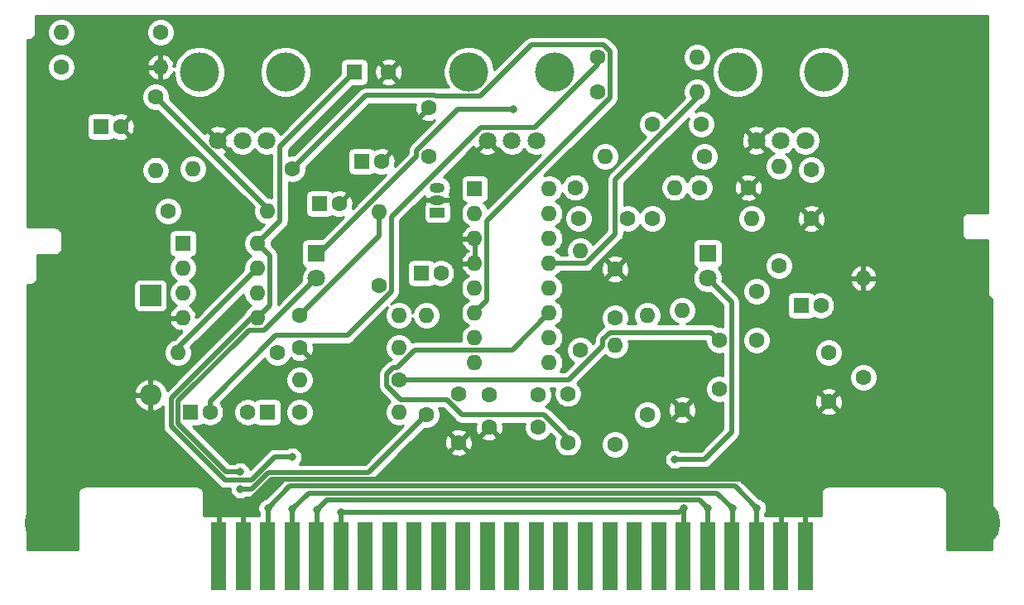
<source format=gbr>
%TF.GenerationSoftware,KiCad,Pcbnew,(5.1.7)-1*%
%TF.CreationDate,2021-01-07T21:29:57-06:00*%
%TF.ProjectId,ConsolePedalEcho,436f6e73-6f6c-4655-9065-64616c456368,rev?*%
%TF.SameCoordinates,Original*%
%TF.FileFunction,Copper,L2,Bot*%
%TF.FilePolarity,Positive*%
%FSLAX46Y46*%
G04 Gerber Fmt 4.6, Leading zero omitted, Abs format (unit mm)*
G04 Created by KiCad (PCBNEW (5.1.7)-1) date 2021-01-07 21:29:57*
%MOMM*%
%LPD*%
G01*
G04 APERTURE LIST*
%TA.AperFunction,ComponentPad*%
%ADD10R,1.800000X1.800000*%
%TD*%
%TA.AperFunction,ComponentPad*%
%ADD11C,1.800000*%
%TD*%
%TA.AperFunction,ConnectorPad*%
%ADD12R,1.500000X7.000000*%
%TD*%
%TA.AperFunction,ComponentPad*%
%ADD13C,5.000000*%
%TD*%
%TA.AperFunction,ComponentPad*%
%ADD14C,1.600000*%
%TD*%
%TA.AperFunction,ComponentPad*%
%ADD15O,1.600000X1.600000*%
%TD*%
%TA.AperFunction,ComponentPad*%
%ADD16R,1.600000X1.600000*%
%TD*%
%TA.AperFunction,ComponentPad*%
%ADD17R,2.200000X2.200000*%
%TD*%
%TA.AperFunction,ComponentPad*%
%ADD18O,2.200000X2.200000*%
%TD*%
%TA.AperFunction,WasherPad*%
%ADD19C,4.000000*%
%TD*%
%TA.AperFunction,ComponentPad*%
%ADD20O,1.500000X1.050000*%
%TD*%
%TA.AperFunction,ComponentPad*%
%ADD21R,1.500000X1.050000*%
%TD*%
%TA.AperFunction,ViaPad*%
%ADD22C,0.800000*%
%TD*%
%TA.AperFunction,Conductor*%
%ADD23C,0.500000*%
%TD*%
%TA.AperFunction,Conductor*%
%ADD24C,0.254000*%
%TD*%
%TA.AperFunction,Conductor*%
%ADD25C,0.100000*%
%TD*%
G04 APERTURE END LIST*
D10*
%TO.P,D2,1*%
%TO.N,Net-(D2-Pad1)*%
X112715000Y-94996000D03*
D11*
%TO.P,D2,2*%
%TO.N,/LEDPower*%
X112715000Y-97536000D03*
%TD*%
%TO.P,D3,2*%
%TO.N,/LEDPower*%
X152715000Y-97540000D03*
D10*
%TO.P,D3,1*%
%TO.N,Net-(D2-Pad1)*%
X152715000Y-95000000D03*
%TD*%
D12*
%TO.P,J1,26*%
%TO.N,GND*%
X102715000Y-126000000D03*
%TO.P,J1,27*%
X105215000Y-126000000D03*
%TO.P,J1,28*%
%TO.N,/Input*%
X107715000Y-126000000D03*
%TO.P,J1,29*%
%TO.N,/Output*%
X110215000Y-126000000D03*
%TO.P,J1,30*%
%TO.N,+9V*%
X112715000Y-126000000D03*
%TO.P,J1,31*%
%TO.N,/LEDPower*%
X115215000Y-126000000D03*
%TO.P,J1,32*%
%TO.N,N/C*%
X117715000Y-126000000D03*
%TO.P,J1,33*%
X120215000Y-126000000D03*
%TO.P,J1,34*%
X122715000Y-126000000D03*
%TO.P,J1,35*%
X125215000Y-126000000D03*
%TO.P,J1,36*%
X127715000Y-126000000D03*
%TO.P,J1,37*%
X130215000Y-126000000D03*
%TO.P,J1,38*%
X132715000Y-126000000D03*
%TO.P,J1,39*%
X135215000Y-126000000D03*
%TO.P,J1,40*%
X137715000Y-126000000D03*
%TO.P,J1,41*%
X140215000Y-126000000D03*
%TO.P,J1,42*%
X142715000Y-126000000D03*
%TO.P,J1,43*%
X145215000Y-126000000D03*
%TO.P,J1,44*%
X147715000Y-126000000D03*
%TO.P,J1,45*%
%TO.N,/LEDPower*%
X150215000Y-126000000D03*
%TO.P,J1,46*%
%TO.N,+9V*%
X152715000Y-126000000D03*
%TO.P,J1,47*%
%TO.N,/Output*%
X155215000Y-126000000D03*
%TO.P,J1,48*%
%TO.N,/Input*%
X157715000Y-126000000D03*
%TO.P,J1,49*%
%TO.N,GND*%
X160215000Y-126000000D03*
%TO.P,J1,50*%
X162715000Y-126000000D03*
%TD*%
D13*
%TO.P,H1,1*%
%TO.N,GND*%
X85350000Y-122600000D03*
%TD*%
%TO.P,H2,1*%
%TO.N,GND*%
X180150000Y-122600000D03*
%TD*%
D14*
%TO.P,R21,1*%
%TO.N,GND*%
X150114000Y-110998000D03*
D15*
%TO.P,R21,2*%
%TO.N,Net-(D2-Pad1)*%
X150114000Y-100838000D03*
%TD*%
D16*
%TO.P,C1,1*%
%TO.N,+9V*%
X116586000Y-76454000D03*
D14*
%TO.P,C1,2*%
%TO.N,GND*%
X120086000Y-76454000D03*
%TD*%
%TO.P,C2,2*%
%TO.N,GND*%
X119348000Y-85598000D03*
D16*
%TO.P,C2,1*%
%TO.N,/+5V*%
X117348000Y-85598000D03*
%TD*%
D14*
%TO.P,C3,1*%
%TO.N,/+5V*%
X124206000Y-85090000D03*
%TO.P,C3,2*%
%TO.N,GND*%
X124206000Y-80090000D03*
%TD*%
D16*
%TO.P,C4,1*%
%TO.N,Net-(C4-Pad1)*%
X90678000Y-82042000D03*
D14*
%TO.P,C4,2*%
%TO.N,GND*%
X92678000Y-82042000D03*
%TD*%
%TO.P,C5,2*%
%TO.N,GND*%
X115030000Y-89916000D03*
D16*
%TO.P,C5,1*%
%TO.N,Net-(C5-Pad1)*%
X113030000Y-89916000D03*
%TD*%
D14*
%TO.P,C6,1*%
%TO.N,Net-(C6-Pad1)*%
X127254000Y-109347000D03*
%TO.P,C6,2*%
%TO.N,GND*%
X127254000Y-114347000D03*
%TD*%
%TO.P,C7,2*%
%TO.N,GND*%
X130382000Y-112776000D03*
%TO.P,C7,1*%
%TO.N,Net-(C7-Pad1)*%
X135382000Y-112776000D03*
%TD*%
%TO.P,C8,1*%
%TO.N,Net-(C8-Pad1)*%
X135382000Y-109474000D03*
%TO.P,C8,2*%
%TO.N,Net-(C8-Pad2)*%
X130382000Y-109474000D03*
%TD*%
%TO.P,C9,2*%
%TO.N,Net-(C9-Pad2)*%
X138430000Y-114347000D03*
%TO.P,C9,1*%
%TO.N,Net-(C9-Pad1)*%
X138430000Y-109347000D03*
%TD*%
%TO.P,C10,1*%
%TO.N,Net-(C10-Pad1)*%
X143256000Y-101600000D03*
%TO.P,C10,2*%
%TO.N,GND*%
X143256000Y-96600000D03*
%TD*%
%TO.P,C11,1*%
%TO.N,Net-(C11-Pad1)*%
X157734000Y-103886000D03*
%TO.P,C11,2*%
%TO.N,Net-(C11-Pad2)*%
X157734000Y-98886000D03*
%TD*%
%TO.P,C12,1*%
%TO.N,Net-(C12-Pad1)*%
X165100000Y-105156000D03*
%TO.P,C12,2*%
%TO.N,GND*%
X165100000Y-110156000D03*
%TD*%
%TO.P,C13,1*%
%TO.N,Net-(C13-Pad1)*%
X144526000Y-91440000D03*
%TO.P,C13,2*%
%TO.N,Net-(C13-Pad2)*%
X139526000Y-91440000D03*
%TD*%
%TO.P,C14,2*%
%TO.N,GND*%
X156892000Y-88265000D03*
%TO.P,C14,1*%
%TO.N,Net-(C14-Pad1)*%
X151892000Y-88265000D03*
%TD*%
%TO.P,C15,2*%
%TO.N,/Input*%
X153924000Y-108886000D03*
%TO.P,C15,1*%
%TO.N,Net-(C15-Pad1)*%
X153924000Y-103886000D03*
%TD*%
D15*
%TO.P,C16,2*%
%TO.N,Net-(C16-Pad2)*%
X96266000Y-86494000D03*
D14*
%TO.P,C16,1*%
%TO.N,Net-(C16-Pad1)*%
X96266000Y-78994000D03*
%TD*%
%TO.P,C17,2*%
%TO.N,Net-(C17-Pad2)*%
X101822000Y-111252000D03*
D16*
%TO.P,C17,1*%
%TO.N,Net-(C16-Pad1)*%
X99822000Y-111252000D03*
%TD*%
%TO.P,C18,1*%
%TO.N,Net-(C18-Pad1)*%
X107696000Y-111252000D03*
D14*
%TO.P,C18,2*%
%TO.N,Net-(C18-Pad2)*%
X105696000Y-111252000D03*
%TD*%
%TO.P,C19,1*%
%TO.N,Net-(C19-Pad1)*%
X119126000Y-98298000D03*
D15*
%TO.P,C19,2*%
%TO.N,Net-(C19-Pad2)*%
X119126000Y-90798000D03*
%TD*%
D16*
%TO.P,C20,1*%
%TO.N,Net-(C19-Pad1)*%
X123444000Y-97028000D03*
D14*
%TO.P,C20,2*%
%TO.N,Net-(C20-Pad2)*%
X125444000Y-97028000D03*
%TD*%
D16*
%TO.P,C21,1*%
%TO.N,Net-(C21-Pad1)*%
X162306000Y-100330000D03*
D14*
%TO.P,C21,2*%
%TO.N,Net-(C12-Pad1)*%
X164306000Y-100330000D03*
%TD*%
%TO.P,C22,2*%
%TO.N,Net-(C22-Pad2)*%
X163322000Y-86440000D03*
%TO.P,C22,1*%
%TO.N,GND*%
X163322000Y-91440000D03*
%TD*%
%TO.P,C23,2*%
%TO.N,Net-(C23-Pad2)*%
X152066000Y-81788000D03*
%TO.P,C23,1*%
%TO.N,Net-(C23-Pad1)*%
X147066000Y-81788000D03*
%TD*%
D17*
%TO.P,D1,1*%
%TO.N,+9V*%
X95758000Y-99314000D03*
D18*
%TO.P,D1,2*%
%TO.N,GND*%
X95758000Y-109474000D03*
%TD*%
D14*
%TO.P,R1,1*%
%TO.N,+9V*%
X96774000Y-72390000D03*
D15*
%TO.P,R1,2*%
%TO.N,Net-(C4-Pad1)*%
X86614000Y-72390000D03*
%TD*%
D14*
%TO.P,R2,1*%
%TO.N,Net-(C4-Pad1)*%
X86614000Y-75946000D03*
D15*
%TO.P,R2,2*%
%TO.N,GND*%
X96774000Y-75946000D03*
%TD*%
%TO.P,R3,2*%
%TO.N,Net-(R3-Pad2)*%
X100076000Y-86360000D03*
D14*
%TO.P,R3,1*%
%TO.N,Net-(R3-Pad1)*%
X110236000Y-86360000D03*
%TD*%
D15*
%TO.P,R4,2*%
%TO.N,Net-(C9-Pad1)*%
X143256000Y-104394000D03*
D14*
%TO.P,R4,1*%
%TO.N,Net-(C10-Pad1)*%
X143256000Y-114554000D03*
%TD*%
D15*
%TO.P,R5,2*%
%TO.N,Net-(C11-Pad2)*%
X151638000Y-78486000D03*
D14*
%TO.P,R5,1*%
%TO.N,Net-(C10-Pad1)*%
X141478000Y-78486000D03*
%TD*%
%TO.P,R6,1*%
%TO.N,Net-(C10-Pad1)*%
X139700000Y-104902000D03*
D15*
%TO.P,R6,2*%
%TO.N,Net-(C11-Pad1)*%
X139700000Y-94742000D03*
%TD*%
%TO.P,R7,2*%
%TO.N,Net-(C11-Pad1)*%
X146558000Y-101346000D03*
D14*
%TO.P,R7,1*%
%TO.N,Net-(C12-Pad1)*%
X146558000Y-111506000D03*
%TD*%
D15*
%TO.P,R8,2*%
%TO.N,Net-(C14-Pad1)*%
X157226000Y-91440000D03*
D14*
%TO.P,R8,1*%
%TO.N,Net-(C13-Pad2)*%
X147066000Y-91440000D03*
%TD*%
%TO.P,R9,1*%
%TO.N,Net-(C13-Pad1)*%
X139192000Y-88265000D03*
D15*
%TO.P,R9,2*%
%TO.N,Net-(C14-Pad1)*%
X149352000Y-88265000D03*
%TD*%
%TO.P,R10,2*%
%TO.N,GND*%
X168656000Y-97536000D03*
D14*
%TO.P,R10,1*%
%TO.N,/Input*%
X168656000Y-107696000D03*
%TD*%
%TO.P,R11,1*%
%TO.N,Net-(C15-Pad1)*%
X121158000Y-107950000D03*
D15*
%TO.P,R11,2*%
%TO.N,Net-(C16-Pad2)*%
X110998000Y-107950000D03*
%TD*%
D14*
%TO.P,R12,1*%
%TO.N,Net-(C16-Pad2)*%
X108712000Y-105156000D03*
D15*
%TO.P,R12,2*%
%TO.N,Net-(C16-Pad1)*%
X98552000Y-105156000D03*
%TD*%
%TO.P,R13,2*%
%TO.N,Net-(C16-Pad1)*%
X107696000Y-90678000D03*
D14*
%TO.P,R13,1*%
%TO.N,Net-(C19-Pad2)*%
X97536000Y-90678000D03*
%TD*%
%TO.P,R14,1*%
%TO.N,Net-(C17-Pad2)*%
X141478000Y-74930000D03*
D15*
%TO.P,R14,2*%
%TO.N,Net-(C14-Pad1)*%
X151638000Y-74930000D03*
%TD*%
D14*
%TO.P,R15,1*%
%TO.N,Net-(C19-Pad2)*%
X110998000Y-111252000D03*
D15*
%TO.P,R15,2*%
%TO.N,Net-(C18-Pad1)*%
X121158000Y-111252000D03*
%TD*%
%TO.P,R16,2*%
%TO.N,Net-(C19-Pad1)*%
X121158000Y-101346000D03*
D14*
%TO.P,R16,1*%
%TO.N,Net-(C19-Pad2)*%
X110998000Y-101346000D03*
%TD*%
D15*
%TO.P,R17,2*%
%TO.N,Net-(C20-Pad2)*%
X123952000Y-101346000D03*
D14*
%TO.P,R17,1*%
%TO.N,/Output*%
X123952000Y-111506000D03*
%TD*%
D15*
%TO.P,R18,2*%
%TO.N,/Output*%
X121158000Y-104648000D03*
D14*
%TO.P,R18,1*%
%TO.N,GND*%
X110998000Y-104648000D03*
%TD*%
%TO.P,R19,1*%
%TO.N,Net-(C21-Pad1)*%
X160020000Y-96266000D03*
D15*
%TO.P,R19,2*%
%TO.N,Net-(C22-Pad2)*%
X160020000Y-86106000D03*
%TD*%
D14*
%TO.P,R20,1*%
%TO.N,Net-(C14-Pad1)*%
X152400000Y-85090000D03*
D15*
%TO.P,R20,2*%
%TO.N,Net-(C23-Pad1)*%
X142240000Y-85090000D03*
%TD*%
D19*
%TO.P,RV1,*%
%TO.N,*%
X109539000Y-76439000D03*
X100739000Y-76439000D03*
D11*
%TO.P,RV1,1*%
%TO.N,Net-(R3-Pad2)*%
X107639000Y-83439000D03*
%TO.P,RV1,2*%
X105139000Y-83439000D03*
%TO.P,RV1,3*%
%TO.N,GND*%
X102639000Y-83439000D03*
%TD*%
%TO.P,RV2,3*%
%TO.N,GND*%
X130215000Y-83439000D03*
%TO.P,RV2,2*%
%TO.N,Net-(C18-Pad2)*%
X132715000Y-83439000D03*
%TO.P,RV2,1*%
%TO.N,Net-(C21-Pad1)*%
X135215000Y-83439000D03*
D19*
%TO.P,RV2,*%
%TO.N,*%
X128315000Y-76439000D03*
X137115000Y-76439000D03*
%TD*%
D11*
%TO.P,RV3,3*%
%TO.N,GND*%
X157715000Y-83439000D03*
%TO.P,RV3,2*%
%TO.N,Net-(C22-Pad2)*%
X160215000Y-83439000D03*
%TO.P,RV3,1*%
%TO.N,Net-(C23-Pad2)*%
X162715000Y-83439000D03*
D19*
%TO.P,RV3,*%
%TO.N,*%
X155815000Y-76439000D03*
X164615000Y-76439000D03*
%TD*%
D20*
%TO.P,U1,2*%
%TO.N,GND*%
X125095000Y-89535000D03*
%TO.P,U1,3*%
%TO.N,+9V*%
X125095000Y-88265000D03*
D21*
%TO.P,U1,1*%
%TO.N,/+5V*%
X125095000Y-90805000D03*
%TD*%
D16*
%TO.P,U2,1*%
%TO.N,/+5V*%
X128905000Y-88392000D03*
D15*
%TO.P,U2,9*%
%TO.N,Net-(C8-Pad2)*%
X136525000Y-106172000D03*
%TO.P,U2,2*%
%TO.N,Net-(C5-Pad1)*%
X128905000Y-90932000D03*
%TO.P,U2,10*%
%TO.N,Net-(C8-Pad1)*%
X136525000Y-103632000D03*
%TO.P,U2,3*%
%TO.N,GND*%
X128905000Y-93472000D03*
%TO.P,U2,11*%
%TO.N,Net-(C9-Pad2)*%
X136525000Y-101092000D03*
%TO.P,U2,4*%
%TO.N,GND*%
X128905000Y-96012000D03*
%TO.P,U2,12*%
%TO.N,Net-(C9-Pad1)*%
X136525000Y-98552000D03*
%TO.P,U2,5*%
%TO.N,N/C*%
X128905000Y-98552000D03*
%TO.P,U2,13*%
%TO.N,Net-(C11-Pad2)*%
X136525000Y-96012000D03*
%TO.P,U2,6*%
%TO.N,Net-(R3-Pad1)*%
X128905000Y-101092000D03*
%TO.P,U2,14*%
%TO.N,Net-(C11-Pad1)*%
X136525000Y-93472000D03*
%TO.P,U2,7*%
%TO.N,Net-(C6-Pad1)*%
X128905000Y-103632000D03*
%TO.P,U2,15*%
%TO.N,Net-(C13-Pad2)*%
X136525000Y-90932000D03*
%TO.P,U2,8*%
%TO.N,Net-(C7-Pad1)*%
X128905000Y-106172000D03*
%TO.P,U2,16*%
%TO.N,Net-(C13-Pad1)*%
X136525000Y-88392000D03*
%TD*%
D16*
%TO.P,U3,1*%
%TO.N,Net-(C19-Pad1)*%
X99060000Y-93980000D03*
D15*
%TO.P,U3,5*%
%TO.N,+9V*%
X106680000Y-101600000D03*
%TO.P,U3,2*%
%TO.N,Net-(C19-Pad2)*%
X99060000Y-96520000D03*
%TO.P,U3,6*%
%TO.N,Net-(C16-Pad2)*%
X106680000Y-99060000D03*
%TO.P,U3,3*%
%TO.N,+9V*%
X99060000Y-99060000D03*
%TO.P,U3,7*%
%TO.N,Net-(C16-Pad1)*%
X106680000Y-96520000D03*
%TO.P,U3,4*%
%TO.N,GND*%
X99060000Y-101600000D03*
%TO.P,U3,8*%
%TO.N,+9V*%
X106680000Y-93980000D03*
%TD*%
D22*
%TO.N,GND*%
X105250000Y-120979000D03*
X160250000Y-120988000D03*
X102750000Y-121038000D03*
X162750000Y-120967000D03*
%TO.N,/LEDPower*%
X115250000Y-121454000D03*
X150250000Y-121073000D03*
X104902000Y-117348000D03*
X149352000Y-116078000D03*
%TO.N,/Input*%
X107750000Y-121066000D03*
X157750000Y-121066000D03*
%TO.N,/Output*%
X110250000Y-121195000D03*
X155250000Y-121068000D03*
X104902000Y-119126000D03*
%TO.N,+9V*%
X112750000Y-121235000D03*
X152750000Y-121108000D03*
X110236000Y-115824000D03*
%TO.N,Net-(D2-Pad1)*%
X132842000Y-80264000D03*
%TD*%
D23*
%TO.N,GND*%
X105250000Y-126000000D02*
X105250000Y-120979000D01*
X160250000Y-126000000D02*
X160250000Y-120988000D01*
X157384969Y-118122969D02*
X160250000Y-120988000D01*
X108106031Y-118122969D02*
X157384969Y-118122969D01*
X105250000Y-120979000D02*
X108106031Y-118122969D01*
X102750000Y-126000000D02*
X102750000Y-121038000D01*
X162750000Y-120967000D02*
X162750000Y-126000000D01*
X162729000Y-120988000D02*
X162750000Y-120967000D01*
X160250000Y-120988000D02*
X162729000Y-120988000D01*
X105191000Y-121038000D02*
X105250000Y-120979000D01*
X102750000Y-121038000D02*
X105191000Y-121038000D01*
%TO.N,/LEDPower*%
X115250000Y-126000000D02*
X115250000Y-121454000D01*
X150250000Y-121073000D02*
X150250000Y-126000000D01*
X149869000Y-121454000D02*
X150250000Y-121073000D01*
X115250000Y-121454000D02*
X149869000Y-121454000D01*
X98571999Y-110091999D02*
X98571999Y-112412001D01*
X105813997Y-102850001D02*
X98571999Y-110091999D01*
X107400999Y-102850001D02*
X105813997Y-102850001D01*
X98571999Y-112412001D02*
X103507998Y-117348000D01*
X112715000Y-97536000D02*
X107400999Y-102850001D01*
X103507998Y-117348000D02*
X104902000Y-117348000D01*
X155174001Y-113296001D02*
X152392002Y-116078000D01*
X155174001Y-112502001D02*
X155174001Y-113296001D01*
X152392002Y-116078000D02*
X149352000Y-116078000D01*
X152715000Y-97540000D02*
X155174001Y-99999001D01*
X155174001Y-99999001D02*
X155174001Y-103866001D01*
X155174001Y-103866001D02*
X155174001Y-112502001D01*
X155174001Y-102464001D02*
X155174001Y-103866001D01*
%TO.N,/Input*%
X107750000Y-121066000D02*
X107750000Y-126000000D01*
X157750000Y-121066000D02*
X157750000Y-126000000D01*
X155506979Y-118822979D02*
X157750000Y-121066000D01*
X109993021Y-118822979D02*
X155506979Y-118822979D01*
X107750000Y-121066000D02*
X109993021Y-118822979D01*
%TO.N,/Output*%
X110250000Y-121195000D02*
X110250000Y-126000000D01*
X155250000Y-121068000D02*
X155250000Y-126000000D01*
X153704989Y-119522989D02*
X155250000Y-121068000D01*
X111922011Y-119522989D02*
X153704989Y-119522989D01*
X110250000Y-121195000D02*
X111922011Y-119522989D01*
X123952000Y-111506000D02*
X118035041Y-117422959D01*
X107816078Y-117422959D02*
X106113037Y-119126000D01*
X118035041Y-117422959D02*
X107816078Y-117422959D01*
X106113037Y-119126000D02*
X104902000Y-119126000D01*
%TO.N,+9V*%
X112750000Y-121235000D02*
X112750000Y-126000000D01*
X152750000Y-121108000D02*
X152750000Y-126000000D01*
X151864999Y-120222999D02*
X152750000Y-121108000D01*
X113762001Y-120222999D02*
X151864999Y-120222999D01*
X112750000Y-121235000D02*
X113762001Y-120222999D01*
X107930001Y-95230001D02*
X106680000Y-93980000D01*
X107930001Y-100349999D02*
X107930001Y-95230001D01*
X106680000Y-101600000D02*
X107930001Y-100349999D01*
X108985999Y-84054001D02*
X116586000Y-76454000D01*
X108985999Y-91674001D02*
X108985999Y-84054001D01*
X106680000Y-93980000D02*
X108985999Y-91674001D01*
X103368037Y-118198001D02*
X106051074Y-118198001D01*
X97871989Y-112701953D02*
X103368037Y-118198001D01*
X97871989Y-109802046D02*
X97871989Y-112701953D01*
X106074035Y-101600000D02*
X97871989Y-109802046D01*
X106051074Y-118198001D02*
X108425075Y-115824000D01*
X106680000Y-101600000D02*
X106074035Y-101600000D01*
X108425075Y-115824000D02*
X110236000Y-115824000D01*
%TO.N,Net-(C9-Pad2)*%
X138430000Y-113973998D02*
X138430000Y-114347000D01*
X135982001Y-111525999D02*
X138430000Y-113973998D01*
X127582997Y-111525999D02*
X135982001Y-111525999D01*
X126038998Y-109982000D02*
X127582997Y-111525999D01*
X119907999Y-107349999D02*
X119907999Y-108550001D01*
X119907999Y-108550001D02*
X121339998Y-109982000D01*
X120557999Y-106699999D02*
X119907999Y-107349999D01*
X121339998Y-109982000D02*
X126038998Y-109982000D01*
X120956003Y-106699999D02*
X120557999Y-106699999D01*
X122774001Y-104882001D02*
X120956003Y-106699999D01*
X132734999Y-104882001D02*
X122774001Y-104882001D01*
X136525000Y-101092000D02*
X132734999Y-104882001D01*
%TO.N,Net-(C11-Pad2)*%
X151638000Y-79066002D02*
X151638000Y-78486000D01*
X143275999Y-87428003D02*
X151638000Y-79066002D01*
X143275999Y-93016003D02*
X143275999Y-87428003D01*
X140280002Y-96012000D02*
X143275999Y-93016003D01*
X136525000Y-96012000D02*
X140280002Y-96012000D01*
%TO.N,Net-(C15-Pad1)*%
X138502002Y-107950000D02*
X121158000Y-107950000D01*
X142005999Y-104446003D02*
X138502002Y-107950000D01*
X142005999Y-103793999D02*
X142005999Y-104446003D01*
X153124001Y-103086001D02*
X142713997Y-103086001D01*
X142713997Y-103086001D02*
X142005999Y-103793999D01*
X153924000Y-103886000D02*
X153124001Y-103086001D01*
%TO.N,Net-(C16-Pad1)*%
X107696000Y-90424000D02*
X107696000Y-90678000D01*
X96266000Y-78994000D02*
X107696000Y-90424000D01*
X98552000Y-104648000D02*
X98552000Y-105156000D01*
X106680000Y-96520000D02*
X98552000Y-104648000D01*
%TO.N,Net-(C17-Pad2)*%
X129566999Y-82088999D02*
X120376001Y-91279997D01*
X135091003Y-82088999D02*
X129566999Y-82088999D01*
X141478000Y-75702002D02*
X135091003Y-82088999D01*
X141478000Y-74930000D02*
X141478000Y-75702002D01*
X120376001Y-98898001D02*
X120376001Y-93491999D01*
X115876003Y-103397999D02*
X120376001Y-98898001D01*
X108544631Y-103397999D02*
X115876003Y-103397999D01*
X101822000Y-110120630D02*
X108544631Y-103397999D01*
X101822000Y-111252000D02*
X101822000Y-110120630D01*
X120376001Y-93491999D02*
X120376001Y-94253999D01*
X120376001Y-91279997D02*
X120376001Y-93491999D01*
%TO.N,Net-(C19-Pad2)*%
X119126000Y-93218000D02*
X119126000Y-90798000D01*
X110998000Y-101346000D02*
X119126000Y-93218000D01*
%TO.N,Net-(D2-Pad1)*%
X112715000Y-94996000D02*
X112715000Y-94730998D01*
X122955999Y-84489999D02*
X127181998Y-80264000D01*
X127181998Y-80264000D02*
X132842000Y-80264000D01*
X122955999Y-85070001D02*
X122955999Y-84489999D01*
X113030000Y-94996000D02*
X122955999Y-85070001D01*
X112715000Y-94996000D02*
X113030000Y-94996000D01*
%TO.N,Net-(R3-Pad1)*%
X117756001Y-78839999D02*
X110236000Y-86360000D01*
X124806001Y-78839999D02*
X117756001Y-78839999D01*
X124855003Y-78889001D02*
X124806001Y-78839999D01*
X129491001Y-78889001D02*
X124855003Y-78889001D01*
X134700003Y-73679999D02*
X129491001Y-78889001D01*
X142078001Y-73679999D02*
X134700003Y-73679999D01*
X142728001Y-79086001D02*
X142728001Y-74329999D01*
X142728001Y-74329999D02*
X142078001Y-73679999D01*
X130155001Y-91659001D02*
X142728001Y-79086001D01*
X130155001Y-99841999D02*
X130155001Y-91659001D01*
X128905000Y-101092000D02*
X130155001Y-99841999D01*
%TD*%
D24*
%TO.N,GND*%
X181323001Y-90823000D02*
X179433252Y-90823000D01*
X179400000Y-90819725D01*
X179366748Y-90823000D01*
X179267285Y-90832796D01*
X179139670Y-90871508D01*
X179022059Y-90934372D01*
X178918973Y-91018973D01*
X178834372Y-91122059D01*
X178771508Y-91239670D01*
X178732796Y-91367285D01*
X178719725Y-91500000D01*
X178723001Y-91533262D01*
X178723000Y-92966747D01*
X178719725Y-93000000D01*
X178732796Y-93132715D01*
X178771508Y-93260330D01*
X178834372Y-93377941D01*
X178918973Y-93481027D01*
X179009398Y-93555237D01*
X179022059Y-93565628D01*
X179139670Y-93628492D01*
X179267285Y-93667204D01*
X179400000Y-93680275D01*
X179433252Y-93677000D01*
X181323000Y-93677000D01*
X181323001Y-98966738D01*
X181319725Y-99000000D01*
X181332796Y-99132715D01*
X181371508Y-99260330D01*
X181434372Y-99377941D01*
X181518973Y-99481027D01*
X181622059Y-99565628D01*
X181739670Y-99628492D01*
X181823001Y-99653770D01*
X181823000Y-125323000D01*
X177177000Y-125323000D01*
X177177000Y-119533252D01*
X177180275Y-119500000D01*
X177167204Y-119367285D01*
X177128492Y-119239670D01*
X177065628Y-119122059D01*
X176981027Y-119018973D01*
X176877941Y-118934372D01*
X176760330Y-118871508D01*
X176632715Y-118832796D01*
X176533252Y-118823000D01*
X176500000Y-118819725D01*
X176466748Y-118823000D01*
X165033252Y-118823000D01*
X165000000Y-118819725D01*
X164966748Y-118823000D01*
X164867285Y-118832796D01*
X164739670Y-118871508D01*
X164622059Y-118934372D01*
X164518973Y-119018973D01*
X164434372Y-119122059D01*
X164371508Y-119239670D01*
X164332796Y-119367285D01*
X164319725Y-119500000D01*
X164323001Y-119533262D01*
X164323001Y-121793000D01*
X158627000Y-121793000D01*
X158627000Y-121602027D01*
X158660115Y-121552467D01*
X158737533Y-121365565D01*
X158777000Y-121167151D01*
X158777000Y-120964849D01*
X158737533Y-120766435D01*
X158660115Y-120579533D01*
X158547723Y-120411326D01*
X158404674Y-120268277D01*
X158236467Y-120155885D01*
X158049565Y-120078467D01*
X157991103Y-120066838D01*
X156157576Y-118233311D01*
X156130112Y-118199846D01*
X155996571Y-118090252D01*
X155844216Y-118008817D01*
X155678901Y-117958669D01*
X155550058Y-117945979D01*
X155506979Y-117941736D01*
X155463900Y-117945979D01*
X118752286Y-117945979D01*
X121358563Y-115339702D01*
X126440903Y-115339702D01*
X126512486Y-115583671D01*
X126767996Y-115704571D01*
X127042184Y-115773300D01*
X127324512Y-115787217D01*
X127604130Y-115745787D01*
X127870292Y-115650603D01*
X127995514Y-115583671D01*
X128067097Y-115339702D01*
X127254000Y-114526605D01*
X126440903Y-115339702D01*
X121358563Y-115339702D01*
X122280753Y-114417512D01*
X125813783Y-114417512D01*
X125855213Y-114697130D01*
X125950397Y-114963292D01*
X126017329Y-115088514D01*
X126261298Y-115160097D01*
X127074395Y-114347000D01*
X127433605Y-114347000D01*
X128246702Y-115160097D01*
X128490671Y-115088514D01*
X128611571Y-114833004D01*
X128680300Y-114558816D01*
X128694217Y-114276488D01*
X128652787Y-113996870D01*
X128571191Y-113768702D01*
X129568903Y-113768702D01*
X129640486Y-114012671D01*
X129895996Y-114133571D01*
X130170184Y-114202300D01*
X130452512Y-114216217D01*
X130732130Y-114174787D01*
X130998292Y-114079603D01*
X131123514Y-114012671D01*
X131195097Y-113768702D01*
X130382000Y-112955605D01*
X129568903Y-113768702D01*
X128571191Y-113768702D01*
X128557603Y-113730708D01*
X128490671Y-113605486D01*
X128246702Y-113533903D01*
X127433605Y-114347000D01*
X127074395Y-114347000D01*
X126261298Y-113533903D01*
X126017329Y-113605486D01*
X125896429Y-113860996D01*
X125827700Y-114135184D01*
X125813783Y-114417512D01*
X122280753Y-114417512D01*
X123343967Y-113354298D01*
X126440903Y-113354298D01*
X127254000Y-114167395D01*
X128067097Y-113354298D01*
X127995514Y-113110329D01*
X127740004Y-112989429D01*
X127465816Y-112920700D01*
X127183488Y-112906783D01*
X126903870Y-112948213D01*
X126637708Y-113043397D01*
X126512486Y-113110329D01*
X126440903Y-113354298D01*
X123343967Y-113354298D01*
X123772928Y-112925337D01*
X123811453Y-112933000D01*
X124092547Y-112933000D01*
X124368241Y-112878162D01*
X124627938Y-112770591D01*
X124861660Y-112614424D01*
X125060424Y-112415660D01*
X125216591Y-112181938D01*
X125324162Y-111922241D01*
X125379000Y-111646547D01*
X125379000Y-111365453D01*
X125324162Y-111089759D01*
X125228578Y-110859000D01*
X125675733Y-110859000D01*
X126932400Y-112115667D01*
X126959864Y-112149132D01*
X127093405Y-112258726D01*
X127245760Y-112340161D01*
X127411075Y-112390309D01*
X127539918Y-112402999D01*
X127539927Y-112402999D01*
X127582996Y-112407241D01*
X127626066Y-112402999D01*
X128996103Y-112402999D01*
X128955700Y-112564184D01*
X128941783Y-112846512D01*
X128983213Y-113126130D01*
X129078397Y-113392292D01*
X129145329Y-113517514D01*
X129389298Y-113589097D01*
X130202395Y-112776000D01*
X130188253Y-112761858D01*
X130367858Y-112582253D01*
X130382000Y-112596395D01*
X130396143Y-112582253D01*
X130575748Y-112761858D01*
X130561605Y-112776000D01*
X131374702Y-113589097D01*
X131618671Y-113517514D01*
X131739571Y-113262004D01*
X131808300Y-112987816D01*
X131822217Y-112705488D01*
X131780787Y-112425870D01*
X131772608Y-112402999D01*
X134001237Y-112402999D01*
X133955000Y-112635453D01*
X133955000Y-112916547D01*
X134009838Y-113192241D01*
X134117409Y-113451938D01*
X134273576Y-113685660D01*
X134472340Y-113884424D01*
X134706062Y-114040591D01*
X134965759Y-114148162D01*
X135241453Y-114203000D01*
X135522547Y-114203000D01*
X135798241Y-114148162D01*
X136057938Y-114040591D01*
X136291660Y-113884424D01*
X136490424Y-113685660D01*
X136646591Y-113451938D01*
X136652766Y-113437029D01*
X137083805Y-113868068D01*
X137057838Y-113930759D01*
X137003000Y-114206453D01*
X137003000Y-114487547D01*
X137057838Y-114763241D01*
X137165409Y-115022938D01*
X137321576Y-115256660D01*
X137520340Y-115455424D01*
X137754062Y-115611591D01*
X138013759Y-115719162D01*
X138289453Y-115774000D01*
X138570547Y-115774000D01*
X138846241Y-115719162D01*
X139105938Y-115611591D01*
X139339660Y-115455424D01*
X139538424Y-115256660D01*
X139694591Y-115022938D01*
X139802162Y-114763241D01*
X139857000Y-114487547D01*
X139857000Y-114413453D01*
X141829000Y-114413453D01*
X141829000Y-114694547D01*
X141883838Y-114970241D01*
X141991409Y-115229938D01*
X142147576Y-115463660D01*
X142346340Y-115662424D01*
X142580062Y-115818591D01*
X142839759Y-115926162D01*
X143115453Y-115981000D01*
X143396547Y-115981000D01*
X143672241Y-115926162D01*
X143931938Y-115818591D01*
X144165660Y-115662424D01*
X144364424Y-115463660D01*
X144520591Y-115229938D01*
X144628162Y-114970241D01*
X144683000Y-114694547D01*
X144683000Y-114413453D01*
X144628162Y-114137759D01*
X144520591Y-113878062D01*
X144364424Y-113644340D01*
X144165660Y-113445576D01*
X143931938Y-113289409D01*
X143672241Y-113181838D01*
X143396547Y-113127000D01*
X143115453Y-113127000D01*
X142839759Y-113181838D01*
X142580062Y-113289409D01*
X142346340Y-113445576D01*
X142147576Y-113644340D01*
X141991409Y-113878062D01*
X141883838Y-114137759D01*
X141829000Y-114413453D01*
X139857000Y-114413453D01*
X139857000Y-114206453D01*
X139802162Y-113930759D01*
X139694591Y-113671062D01*
X139538424Y-113437340D01*
X139339660Y-113238576D01*
X139105938Y-113082409D01*
X138846241Y-112974838D01*
X138627619Y-112931352D01*
X137061720Y-111365453D01*
X145131000Y-111365453D01*
X145131000Y-111646547D01*
X145185838Y-111922241D01*
X145293409Y-112181938D01*
X145449576Y-112415660D01*
X145648340Y-112614424D01*
X145882062Y-112770591D01*
X146141759Y-112878162D01*
X146417453Y-112933000D01*
X146698547Y-112933000D01*
X146974241Y-112878162D01*
X147233938Y-112770591D01*
X147467660Y-112614424D01*
X147666424Y-112415660D01*
X147822591Y-112181938D01*
X147901804Y-111990702D01*
X149300903Y-111990702D01*
X149372486Y-112234671D01*
X149627996Y-112355571D01*
X149902184Y-112424300D01*
X150184512Y-112438217D01*
X150464130Y-112396787D01*
X150730292Y-112301603D01*
X150855514Y-112234671D01*
X150927097Y-111990702D01*
X150114000Y-111177605D01*
X149300903Y-111990702D01*
X147901804Y-111990702D01*
X147930162Y-111922241D01*
X147985000Y-111646547D01*
X147985000Y-111365453D01*
X147930162Y-111089759D01*
X147921362Y-111068512D01*
X148673783Y-111068512D01*
X148715213Y-111348130D01*
X148810397Y-111614292D01*
X148877329Y-111739514D01*
X149121298Y-111811097D01*
X149934395Y-110998000D01*
X150293605Y-110998000D01*
X151106702Y-111811097D01*
X151350671Y-111739514D01*
X151471571Y-111484004D01*
X151540300Y-111209816D01*
X151554217Y-110927488D01*
X151512787Y-110647870D01*
X151417603Y-110381708D01*
X151350671Y-110256486D01*
X151106702Y-110184903D01*
X150293605Y-110998000D01*
X149934395Y-110998000D01*
X149121298Y-110184903D01*
X148877329Y-110256486D01*
X148756429Y-110511996D01*
X148687700Y-110786184D01*
X148673783Y-111068512D01*
X147921362Y-111068512D01*
X147822591Y-110830062D01*
X147666424Y-110596340D01*
X147467660Y-110397576D01*
X147233938Y-110241409D01*
X146974241Y-110133838D01*
X146698547Y-110079000D01*
X146417453Y-110079000D01*
X146141759Y-110133838D01*
X145882062Y-110241409D01*
X145648340Y-110397576D01*
X145449576Y-110596340D01*
X145293409Y-110830062D01*
X145185838Y-111089759D01*
X145131000Y-111365453D01*
X137061720Y-111365453D01*
X136632598Y-110936331D01*
X136605134Y-110902866D01*
X136471593Y-110793272D01*
X136319238Y-110711837D01*
X136167065Y-110665675D01*
X136291660Y-110582424D01*
X136490424Y-110383660D01*
X136646591Y-110149938D01*
X136754162Y-109890241D01*
X136809000Y-109614547D01*
X136809000Y-109333453D01*
X136754162Y-109057759D01*
X136658578Y-108827000D01*
X137100817Y-108827000D01*
X137057838Y-108930759D01*
X137003000Y-109206453D01*
X137003000Y-109487547D01*
X137057838Y-109763241D01*
X137165409Y-110022938D01*
X137321576Y-110256660D01*
X137520340Y-110455424D01*
X137754062Y-110611591D01*
X138013759Y-110719162D01*
X138289453Y-110774000D01*
X138570547Y-110774000D01*
X138846241Y-110719162D01*
X139105938Y-110611591D01*
X139339660Y-110455424D01*
X139538424Y-110256660D01*
X139694591Y-110022938D01*
X139701897Y-110005298D01*
X149300903Y-110005298D01*
X150114000Y-110818395D01*
X150927097Y-110005298D01*
X150855514Y-109761329D01*
X150600004Y-109640429D01*
X150325816Y-109571700D01*
X150043488Y-109557783D01*
X149763870Y-109599213D01*
X149497708Y-109694397D01*
X149372486Y-109761329D01*
X149300903Y-110005298D01*
X139701897Y-110005298D01*
X139802162Y-109763241D01*
X139857000Y-109487547D01*
X139857000Y-109206453D01*
X139802162Y-108930759D01*
X139694591Y-108671062D01*
X139538424Y-108437340D01*
X139396676Y-108295592D01*
X142268092Y-105424176D01*
X142346340Y-105502424D01*
X142580062Y-105658591D01*
X142839759Y-105766162D01*
X143115453Y-105821000D01*
X143396547Y-105821000D01*
X143672241Y-105766162D01*
X143931938Y-105658591D01*
X144165660Y-105502424D01*
X144364424Y-105303660D01*
X144520591Y-105069938D01*
X144628162Y-104810241D01*
X144683000Y-104534547D01*
X144683000Y-104253453D01*
X144628162Y-103977759D01*
X144622049Y-103963001D01*
X152497000Y-103963001D01*
X152497000Y-104026547D01*
X152551838Y-104302241D01*
X152659409Y-104561938D01*
X152815576Y-104795660D01*
X153014340Y-104994424D01*
X153248062Y-105150591D01*
X153507759Y-105258162D01*
X153783453Y-105313000D01*
X154064547Y-105313000D01*
X154297001Y-105266763D01*
X154297001Y-107505237D01*
X154064547Y-107459000D01*
X153783453Y-107459000D01*
X153507759Y-107513838D01*
X153248062Y-107621409D01*
X153014340Y-107777576D01*
X152815576Y-107976340D01*
X152659409Y-108210062D01*
X152551838Y-108469759D01*
X152497000Y-108745453D01*
X152497000Y-109026547D01*
X152551838Y-109302241D01*
X152659409Y-109561938D01*
X152815576Y-109795660D01*
X153014340Y-109994424D01*
X153248062Y-110150591D01*
X153507759Y-110258162D01*
X153783453Y-110313000D01*
X154064547Y-110313000D01*
X154297002Y-110266763D01*
X154297002Y-112458913D01*
X154297001Y-112458923D01*
X154297001Y-112932736D01*
X152028737Y-115201000D01*
X149888027Y-115201000D01*
X149838467Y-115167885D01*
X149651565Y-115090467D01*
X149453151Y-115051000D01*
X149250849Y-115051000D01*
X149052435Y-115090467D01*
X148865533Y-115167885D01*
X148697326Y-115280277D01*
X148554277Y-115423326D01*
X148441885Y-115591533D01*
X148364467Y-115778435D01*
X148325000Y-115976849D01*
X148325000Y-116179151D01*
X148364467Y-116377565D01*
X148441885Y-116564467D01*
X148554277Y-116732674D01*
X148697326Y-116875723D01*
X148865533Y-116988115D01*
X149052435Y-117065533D01*
X149250849Y-117105000D01*
X149453151Y-117105000D01*
X149651565Y-117065533D01*
X149838467Y-116988115D01*
X149888027Y-116955000D01*
X152348923Y-116955000D01*
X152392002Y-116959243D01*
X152435081Y-116955000D01*
X152563924Y-116942310D01*
X152729239Y-116892162D01*
X152881594Y-116810727D01*
X153015135Y-116701133D01*
X153042599Y-116667668D01*
X155763669Y-113946598D01*
X155797134Y-113919134D01*
X155906728Y-113785593D01*
X155988163Y-113633238D01*
X156038311Y-113467923D01*
X156051001Y-113339080D01*
X156055244Y-113296001D01*
X156051001Y-113252922D01*
X156051001Y-111148702D01*
X164286903Y-111148702D01*
X164358486Y-111392671D01*
X164613996Y-111513571D01*
X164888184Y-111582300D01*
X165170512Y-111596217D01*
X165450130Y-111554787D01*
X165716292Y-111459603D01*
X165841514Y-111392671D01*
X165913097Y-111148702D01*
X165100000Y-110335605D01*
X164286903Y-111148702D01*
X156051001Y-111148702D01*
X156051001Y-110226512D01*
X163659783Y-110226512D01*
X163701213Y-110506130D01*
X163796397Y-110772292D01*
X163863329Y-110897514D01*
X164107298Y-110969097D01*
X164920395Y-110156000D01*
X165279605Y-110156000D01*
X166092702Y-110969097D01*
X166336671Y-110897514D01*
X166457571Y-110642004D01*
X166526300Y-110367816D01*
X166540217Y-110085488D01*
X166498787Y-109805870D01*
X166403603Y-109539708D01*
X166336671Y-109414486D01*
X166092702Y-109342903D01*
X165279605Y-110156000D01*
X164920395Y-110156000D01*
X164107298Y-109342903D01*
X163863329Y-109414486D01*
X163742429Y-109669996D01*
X163673700Y-109944184D01*
X163659783Y-110226512D01*
X156051001Y-110226512D01*
X156051001Y-109163298D01*
X164286903Y-109163298D01*
X165100000Y-109976395D01*
X165913097Y-109163298D01*
X165841514Y-108919329D01*
X165586004Y-108798429D01*
X165311816Y-108729700D01*
X165029488Y-108715783D01*
X164749870Y-108757213D01*
X164483708Y-108852397D01*
X164358486Y-108919329D01*
X164286903Y-109163298D01*
X156051001Y-109163298D01*
X156051001Y-107555453D01*
X167229000Y-107555453D01*
X167229000Y-107836547D01*
X167283838Y-108112241D01*
X167391409Y-108371938D01*
X167547576Y-108605660D01*
X167746340Y-108804424D01*
X167980062Y-108960591D01*
X168239759Y-109068162D01*
X168515453Y-109123000D01*
X168796547Y-109123000D01*
X169072241Y-109068162D01*
X169331938Y-108960591D01*
X169565660Y-108804424D01*
X169764424Y-108605660D01*
X169920591Y-108371938D01*
X170028162Y-108112241D01*
X170083000Y-107836547D01*
X170083000Y-107555453D01*
X170028162Y-107279759D01*
X169920591Y-107020062D01*
X169764424Y-106786340D01*
X169565660Y-106587576D01*
X169331938Y-106431409D01*
X169072241Y-106323838D01*
X168796547Y-106269000D01*
X168515453Y-106269000D01*
X168239759Y-106323838D01*
X167980062Y-106431409D01*
X167746340Y-106587576D01*
X167547576Y-106786340D01*
X167391409Y-107020062D01*
X167283838Y-107279759D01*
X167229000Y-107555453D01*
X156051001Y-107555453D01*
X156051001Y-103745453D01*
X156307000Y-103745453D01*
X156307000Y-104026547D01*
X156361838Y-104302241D01*
X156469409Y-104561938D01*
X156625576Y-104795660D01*
X156824340Y-104994424D01*
X157058062Y-105150591D01*
X157317759Y-105258162D01*
X157593453Y-105313000D01*
X157874547Y-105313000D01*
X158150241Y-105258162D01*
X158409938Y-105150591D01*
X158612187Y-105015453D01*
X163673000Y-105015453D01*
X163673000Y-105296547D01*
X163727838Y-105572241D01*
X163835409Y-105831938D01*
X163991576Y-106065660D01*
X164190340Y-106264424D01*
X164424062Y-106420591D01*
X164683759Y-106528162D01*
X164959453Y-106583000D01*
X165240547Y-106583000D01*
X165516241Y-106528162D01*
X165775938Y-106420591D01*
X166009660Y-106264424D01*
X166208424Y-106065660D01*
X166364591Y-105831938D01*
X166472162Y-105572241D01*
X166527000Y-105296547D01*
X166527000Y-105015453D01*
X166472162Y-104739759D01*
X166364591Y-104480062D01*
X166208424Y-104246340D01*
X166009660Y-104047576D01*
X165775938Y-103891409D01*
X165516241Y-103783838D01*
X165240547Y-103729000D01*
X164959453Y-103729000D01*
X164683759Y-103783838D01*
X164424062Y-103891409D01*
X164190340Y-104047576D01*
X163991576Y-104246340D01*
X163835409Y-104480062D01*
X163727838Y-104739759D01*
X163673000Y-105015453D01*
X158612187Y-105015453D01*
X158643660Y-104994424D01*
X158842424Y-104795660D01*
X158998591Y-104561938D01*
X159106162Y-104302241D01*
X159161000Y-104026547D01*
X159161000Y-103745453D01*
X159106162Y-103469759D01*
X158998591Y-103210062D01*
X158842424Y-102976340D01*
X158643660Y-102777576D01*
X158409938Y-102621409D01*
X158150241Y-102513838D01*
X157874547Y-102459000D01*
X157593453Y-102459000D01*
X157317759Y-102513838D01*
X157058062Y-102621409D01*
X156824340Y-102777576D01*
X156625576Y-102976340D01*
X156469409Y-103210062D01*
X156361838Y-103469759D01*
X156307000Y-103745453D01*
X156051001Y-103745453D01*
X156051001Y-100042080D01*
X156055244Y-99999001D01*
X156038311Y-99827078D01*
X155988163Y-99661764D01*
X155964382Y-99617273D01*
X155906728Y-99509409D01*
X155797134Y-99375868D01*
X155763670Y-99348405D01*
X155160718Y-98745453D01*
X156307000Y-98745453D01*
X156307000Y-99026547D01*
X156361838Y-99302241D01*
X156469409Y-99561938D01*
X156625576Y-99795660D01*
X156824340Y-99994424D01*
X157058062Y-100150591D01*
X157317759Y-100258162D01*
X157593453Y-100313000D01*
X157874547Y-100313000D01*
X158150241Y-100258162D01*
X158409938Y-100150591D01*
X158643660Y-99994424D01*
X158842424Y-99795660D01*
X158998591Y-99561938D01*
X159011820Y-99530000D01*
X160875967Y-99530000D01*
X160875967Y-101130000D01*
X160888073Y-101252913D01*
X160923925Y-101371103D01*
X160982147Y-101480028D01*
X161060499Y-101575501D01*
X161155972Y-101653853D01*
X161264897Y-101712075D01*
X161383087Y-101747927D01*
X161506000Y-101760033D01*
X163106000Y-101760033D01*
X163228913Y-101747927D01*
X163347103Y-101712075D01*
X163456028Y-101653853D01*
X163551501Y-101575501D01*
X163569205Y-101553928D01*
X163630062Y-101594591D01*
X163889759Y-101702162D01*
X164165453Y-101757000D01*
X164446547Y-101757000D01*
X164722241Y-101702162D01*
X164981938Y-101594591D01*
X165215660Y-101438424D01*
X165414424Y-101239660D01*
X165570591Y-101005938D01*
X165678162Y-100746241D01*
X165733000Y-100470547D01*
X165733000Y-100189453D01*
X165678162Y-99913759D01*
X165570591Y-99654062D01*
X165414424Y-99420340D01*
X165215660Y-99221576D01*
X164981938Y-99065409D01*
X164722241Y-98957838D01*
X164446547Y-98903000D01*
X164165453Y-98903000D01*
X163889759Y-98957838D01*
X163630062Y-99065409D01*
X163569205Y-99106072D01*
X163551501Y-99084499D01*
X163456028Y-99006147D01*
X163347103Y-98947925D01*
X163228913Y-98912073D01*
X163106000Y-98899967D01*
X161506000Y-98899967D01*
X161383087Y-98912073D01*
X161264897Y-98947925D01*
X161155972Y-99006147D01*
X161060499Y-99084499D01*
X160982147Y-99179972D01*
X160923925Y-99288897D01*
X160888073Y-99407087D01*
X160875967Y-99530000D01*
X159011820Y-99530000D01*
X159106162Y-99302241D01*
X159161000Y-99026547D01*
X159161000Y-98745453D01*
X159106162Y-98469759D01*
X158998591Y-98210062D01*
X158842424Y-97976340D01*
X158751124Y-97885040D01*
X167264091Y-97885040D01*
X167358930Y-98149881D01*
X167503615Y-98391131D01*
X167692586Y-98599519D01*
X167918580Y-98767037D01*
X168172913Y-98887246D01*
X168306961Y-98927904D01*
X168529000Y-98805915D01*
X168529000Y-97663000D01*
X168783000Y-97663000D01*
X168783000Y-98805915D01*
X169005039Y-98927904D01*
X169139087Y-98887246D01*
X169393420Y-98767037D01*
X169619414Y-98599519D01*
X169808385Y-98391131D01*
X169953070Y-98149881D01*
X170047909Y-97885040D01*
X169926624Y-97663000D01*
X168783000Y-97663000D01*
X168529000Y-97663000D01*
X167385376Y-97663000D01*
X167264091Y-97885040D01*
X158751124Y-97885040D01*
X158643660Y-97777576D01*
X158409938Y-97621409D01*
X158150241Y-97513838D01*
X157874547Y-97459000D01*
X157593453Y-97459000D01*
X157317759Y-97513838D01*
X157058062Y-97621409D01*
X156824340Y-97777576D01*
X156625576Y-97976340D01*
X156469409Y-98210062D01*
X156361838Y-98469759D01*
X156307000Y-98745453D01*
X155160718Y-98745453D01*
X154219380Y-97804115D01*
X154242000Y-97690396D01*
X154242000Y-97389604D01*
X154183319Y-97094590D01*
X154068210Y-96816694D01*
X153901099Y-96566594D01*
X153825779Y-96491274D01*
X153856103Y-96482075D01*
X153965028Y-96423853D01*
X154060501Y-96345501D01*
X154138853Y-96250028D01*
X154197075Y-96141103D01*
X154201822Y-96125453D01*
X158593000Y-96125453D01*
X158593000Y-96406547D01*
X158647838Y-96682241D01*
X158755409Y-96941938D01*
X158911576Y-97175660D01*
X159110340Y-97374424D01*
X159344062Y-97530591D01*
X159603759Y-97638162D01*
X159879453Y-97693000D01*
X160160547Y-97693000D01*
X160436241Y-97638162D01*
X160695938Y-97530591D01*
X160929660Y-97374424D01*
X161117124Y-97186960D01*
X167264091Y-97186960D01*
X167385376Y-97409000D01*
X168529000Y-97409000D01*
X168529000Y-96266085D01*
X168783000Y-96266085D01*
X168783000Y-97409000D01*
X169926624Y-97409000D01*
X170047909Y-97186960D01*
X169953070Y-96922119D01*
X169808385Y-96680869D01*
X169619414Y-96472481D01*
X169393420Y-96304963D01*
X169139087Y-96184754D01*
X169005039Y-96144096D01*
X168783000Y-96266085D01*
X168529000Y-96266085D01*
X168306961Y-96144096D01*
X168172913Y-96184754D01*
X167918580Y-96304963D01*
X167692586Y-96472481D01*
X167503615Y-96680869D01*
X167358930Y-96922119D01*
X167264091Y-97186960D01*
X161117124Y-97186960D01*
X161128424Y-97175660D01*
X161284591Y-96941938D01*
X161392162Y-96682241D01*
X161447000Y-96406547D01*
X161447000Y-96125453D01*
X161392162Y-95849759D01*
X161284591Y-95590062D01*
X161128424Y-95356340D01*
X160929660Y-95157576D01*
X160695938Y-95001409D01*
X160436241Y-94893838D01*
X160160547Y-94839000D01*
X159879453Y-94839000D01*
X159603759Y-94893838D01*
X159344062Y-95001409D01*
X159110340Y-95157576D01*
X158911576Y-95356340D01*
X158755409Y-95590062D01*
X158647838Y-95849759D01*
X158593000Y-96125453D01*
X154201822Y-96125453D01*
X154232927Y-96022913D01*
X154245033Y-95900000D01*
X154245033Y-94100000D01*
X154232927Y-93977087D01*
X154197075Y-93858897D01*
X154138853Y-93749972D01*
X154060501Y-93654499D01*
X153965028Y-93576147D01*
X153856103Y-93517925D01*
X153737913Y-93482073D01*
X153615000Y-93469967D01*
X151815000Y-93469967D01*
X151692087Y-93482073D01*
X151573897Y-93517925D01*
X151464972Y-93576147D01*
X151369499Y-93654499D01*
X151291147Y-93749972D01*
X151232925Y-93858897D01*
X151197073Y-93977087D01*
X151184967Y-94100000D01*
X151184967Y-95900000D01*
X151197073Y-96022913D01*
X151232925Y-96141103D01*
X151291147Y-96250028D01*
X151369499Y-96345501D01*
X151464972Y-96423853D01*
X151573897Y-96482075D01*
X151604221Y-96491274D01*
X151528901Y-96566594D01*
X151361790Y-96816694D01*
X151246681Y-97094590D01*
X151188000Y-97389604D01*
X151188000Y-97690396D01*
X151246681Y-97985410D01*
X151361790Y-98263306D01*
X151528901Y-98513406D01*
X151741594Y-98726099D01*
X151991694Y-98893210D01*
X152269590Y-99008319D01*
X152564604Y-99067000D01*
X152865396Y-99067000D01*
X152979115Y-99044380D01*
X154297001Y-100362266D01*
X154297002Y-102420917D01*
X154297001Y-102420923D01*
X154297001Y-102505237D01*
X154064547Y-102459000D01*
X153783453Y-102459000D01*
X153749502Y-102465753D01*
X153747134Y-102462868D01*
X153613593Y-102353274D01*
X153461238Y-102271839D01*
X153295923Y-102221691D01*
X153124001Y-102204758D01*
X153080922Y-102209001D01*
X150533044Y-102209001D01*
X150789938Y-102102591D01*
X151023660Y-101946424D01*
X151222424Y-101747660D01*
X151378591Y-101513938D01*
X151486162Y-101254241D01*
X151541000Y-100978547D01*
X151541000Y-100697453D01*
X151486162Y-100421759D01*
X151378591Y-100162062D01*
X151222424Y-99928340D01*
X151023660Y-99729576D01*
X150789938Y-99573409D01*
X150530241Y-99465838D01*
X150254547Y-99411000D01*
X149973453Y-99411000D01*
X149697759Y-99465838D01*
X149438062Y-99573409D01*
X149204340Y-99729576D01*
X149005576Y-99928340D01*
X148849409Y-100162062D01*
X148741838Y-100421759D01*
X148687000Y-100697453D01*
X148687000Y-100978547D01*
X148741838Y-101254241D01*
X148849409Y-101513938D01*
X149005576Y-101747660D01*
X149204340Y-101946424D01*
X149438062Y-102102591D01*
X149694956Y-102209001D01*
X147697600Y-102209001D01*
X147822591Y-102021938D01*
X147930162Y-101762241D01*
X147985000Y-101486547D01*
X147985000Y-101205453D01*
X147930162Y-100929759D01*
X147822591Y-100670062D01*
X147666424Y-100436340D01*
X147467660Y-100237576D01*
X147233938Y-100081409D01*
X146974241Y-99973838D01*
X146698547Y-99919000D01*
X146417453Y-99919000D01*
X146141759Y-99973838D01*
X145882062Y-100081409D01*
X145648340Y-100237576D01*
X145449576Y-100436340D01*
X145293409Y-100670062D01*
X145185838Y-100929759D01*
X145131000Y-101205453D01*
X145131000Y-101486547D01*
X145185838Y-101762241D01*
X145293409Y-102021938D01*
X145418400Y-102209001D01*
X144548317Y-102209001D01*
X144628162Y-102016241D01*
X144683000Y-101740547D01*
X144683000Y-101459453D01*
X144628162Y-101183759D01*
X144520591Y-100924062D01*
X144364424Y-100690340D01*
X144165660Y-100491576D01*
X143931938Y-100335409D01*
X143672241Y-100227838D01*
X143396547Y-100173000D01*
X143115453Y-100173000D01*
X142839759Y-100227838D01*
X142580062Y-100335409D01*
X142346340Y-100491576D01*
X142147576Y-100690340D01*
X141991409Y-100924062D01*
X141883838Y-101183759D01*
X141829000Y-101459453D01*
X141829000Y-101740547D01*
X141883838Y-102016241D01*
X141991409Y-102275938D01*
X142107299Y-102449380D01*
X142090864Y-102462868D01*
X142063400Y-102496333D01*
X141416331Y-103143402D01*
X141382866Y-103170866D01*
X141273272Y-103304408D01*
X141224098Y-103396407D01*
X141191837Y-103456763D01*
X141141689Y-103622077D01*
X141124756Y-103793999D01*
X141128999Y-103837078D01*
X141128999Y-104082737D01*
X140970766Y-104240970D01*
X140964591Y-104226062D01*
X140808424Y-103992340D01*
X140609660Y-103793576D01*
X140375938Y-103637409D01*
X140116241Y-103529838D01*
X139840547Y-103475000D01*
X139559453Y-103475000D01*
X139283759Y-103529838D01*
X139024062Y-103637409D01*
X138790340Y-103793576D01*
X138591576Y-103992340D01*
X138435409Y-104226062D01*
X138327838Y-104485759D01*
X138273000Y-104761453D01*
X138273000Y-105042547D01*
X138327838Y-105318241D01*
X138435409Y-105577938D01*
X138591576Y-105811660D01*
X138790340Y-106010424D01*
X139024062Y-106166591D01*
X139038970Y-106172766D01*
X138138737Y-107073000D01*
X137639210Y-107073000D01*
X137789591Y-106847938D01*
X137897162Y-106588241D01*
X137952000Y-106312547D01*
X137952000Y-106031453D01*
X137897162Y-105755759D01*
X137789591Y-105496062D01*
X137633424Y-105262340D01*
X137434660Y-105063576D01*
X137200938Y-104907409D01*
X137187880Y-104902000D01*
X137200938Y-104896591D01*
X137434660Y-104740424D01*
X137633424Y-104541660D01*
X137789591Y-104307938D01*
X137897162Y-104048241D01*
X137952000Y-103772547D01*
X137952000Y-103491453D01*
X137897162Y-103215759D01*
X137789591Y-102956062D01*
X137633424Y-102722340D01*
X137434660Y-102523576D01*
X137200938Y-102367409D01*
X137187880Y-102362000D01*
X137200938Y-102356591D01*
X137434660Y-102200424D01*
X137633424Y-102001660D01*
X137789591Y-101767938D01*
X137897162Y-101508241D01*
X137952000Y-101232547D01*
X137952000Y-100951453D01*
X137897162Y-100675759D01*
X137789591Y-100416062D01*
X137633424Y-100182340D01*
X137434660Y-99983576D01*
X137200938Y-99827409D01*
X137187880Y-99822000D01*
X137200938Y-99816591D01*
X137434660Y-99660424D01*
X137633424Y-99461660D01*
X137789591Y-99227938D01*
X137897162Y-98968241D01*
X137952000Y-98692547D01*
X137952000Y-98411453D01*
X137897162Y-98135759D01*
X137789591Y-97876062D01*
X137633424Y-97642340D01*
X137583786Y-97592702D01*
X142442903Y-97592702D01*
X142514486Y-97836671D01*
X142769996Y-97957571D01*
X143044184Y-98026300D01*
X143326512Y-98040217D01*
X143606130Y-97998787D01*
X143872292Y-97903603D01*
X143997514Y-97836671D01*
X144069097Y-97592702D01*
X143256000Y-96779605D01*
X142442903Y-97592702D01*
X137583786Y-97592702D01*
X137434660Y-97443576D01*
X137200938Y-97287409D01*
X137187880Y-97282000D01*
X137200938Y-97276591D01*
X137434660Y-97120424D01*
X137633424Y-96921660D01*
X137655247Y-96889000D01*
X140236923Y-96889000D01*
X140280002Y-96893243D01*
X140323081Y-96889000D01*
X140451924Y-96876310D01*
X140617239Y-96826162D01*
X140769594Y-96744727D01*
X140860025Y-96670512D01*
X141815783Y-96670512D01*
X141857213Y-96950130D01*
X141952397Y-97216292D01*
X142019329Y-97341514D01*
X142263298Y-97413097D01*
X143076395Y-96600000D01*
X143435605Y-96600000D01*
X144248702Y-97413097D01*
X144492671Y-97341514D01*
X144613571Y-97086004D01*
X144682300Y-96811816D01*
X144696217Y-96529488D01*
X144654787Y-96249870D01*
X144559603Y-95983708D01*
X144492671Y-95858486D01*
X144248702Y-95786903D01*
X143435605Y-96600000D01*
X143076395Y-96600000D01*
X142263298Y-95786903D01*
X142019329Y-95858486D01*
X141898429Y-96113996D01*
X141829700Y-96388184D01*
X141815783Y-96670512D01*
X140860025Y-96670512D01*
X140903135Y-96635133D01*
X140930599Y-96601668D01*
X141924969Y-95607298D01*
X142442903Y-95607298D01*
X143256000Y-96420395D01*
X144069097Y-95607298D01*
X143997514Y-95363329D01*
X143742004Y-95242429D01*
X143467816Y-95173700D01*
X143185488Y-95159783D01*
X142905870Y-95201213D01*
X142639708Y-95296397D01*
X142514486Y-95363329D01*
X142442903Y-95607298D01*
X141924969Y-95607298D01*
X143865668Y-93666599D01*
X143899132Y-93639136D01*
X144008726Y-93505595D01*
X144090161Y-93353240D01*
X144118345Y-93260330D01*
X144140309Y-93187926D01*
X144157242Y-93016003D01*
X144152999Y-92972924D01*
X144152999Y-92820763D01*
X144385453Y-92867000D01*
X144666547Y-92867000D01*
X144942241Y-92812162D01*
X145201938Y-92704591D01*
X145435660Y-92548424D01*
X145634424Y-92349660D01*
X145790591Y-92115938D01*
X145796000Y-92102880D01*
X145801409Y-92115938D01*
X145957576Y-92349660D01*
X146156340Y-92548424D01*
X146390062Y-92704591D01*
X146649759Y-92812162D01*
X146925453Y-92867000D01*
X147206547Y-92867000D01*
X147482241Y-92812162D01*
X147741938Y-92704591D01*
X147975660Y-92548424D01*
X148174424Y-92349660D01*
X148330591Y-92115938D01*
X148438162Y-91856241D01*
X148493000Y-91580547D01*
X148493000Y-91299453D01*
X155799000Y-91299453D01*
X155799000Y-91580547D01*
X155853838Y-91856241D01*
X155961409Y-92115938D01*
X156117576Y-92349660D01*
X156316340Y-92548424D01*
X156550062Y-92704591D01*
X156809759Y-92812162D01*
X157085453Y-92867000D01*
X157366547Y-92867000D01*
X157642241Y-92812162D01*
X157901938Y-92704591D01*
X158135660Y-92548424D01*
X158251382Y-92432702D01*
X162508903Y-92432702D01*
X162580486Y-92676671D01*
X162835996Y-92797571D01*
X163110184Y-92866300D01*
X163392512Y-92880217D01*
X163672130Y-92838787D01*
X163938292Y-92743603D01*
X164063514Y-92676671D01*
X164135097Y-92432702D01*
X163322000Y-91619605D01*
X162508903Y-92432702D01*
X158251382Y-92432702D01*
X158334424Y-92349660D01*
X158490591Y-92115938D01*
X158598162Y-91856241D01*
X158653000Y-91580547D01*
X158653000Y-91510512D01*
X161881783Y-91510512D01*
X161923213Y-91790130D01*
X162018397Y-92056292D01*
X162085329Y-92181514D01*
X162329298Y-92253097D01*
X163142395Y-91440000D01*
X163501605Y-91440000D01*
X164314702Y-92253097D01*
X164558671Y-92181514D01*
X164679571Y-91926004D01*
X164748300Y-91651816D01*
X164762217Y-91369488D01*
X164720787Y-91089870D01*
X164625603Y-90823708D01*
X164558671Y-90698486D01*
X164314702Y-90626903D01*
X163501605Y-91440000D01*
X163142395Y-91440000D01*
X162329298Y-90626903D01*
X162085329Y-90698486D01*
X161964429Y-90953996D01*
X161895700Y-91228184D01*
X161881783Y-91510512D01*
X158653000Y-91510512D01*
X158653000Y-91299453D01*
X158598162Y-91023759D01*
X158490591Y-90764062D01*
X158334424Y-90530340D01*
X158251382Y-90447298D01*
X162508903Y-90447298D01*
X163322000Y-91260395D01*
X164135097Y-90447298D01*
X164063514Y-90203329D01*
X163808004Y-90082429D01*
X163533816Y-90013700D01*
X163251488Y-89999783D01*
X162971870Y-90041213D01*
X162705708Y-90136397D01*
X162580486Y-90203329D01*
X162508903Y-90447298D01*
X158251382Y-90447298D01*
X158135660Y-90331576D01*
X157901938Y-90175409D01*
X157642241Y-90067838D01*
X157366547Y-90013000D01*
X157085453Y-90013000D01*
X156809759Y-90067838D01*
X156550062Y-90175409D01*
X156316340Y-90331576D01*
X156117576Y-90530340D01*
X155961409Y-90764062D01*
X155853838Y-91023759D01*
X155799000Y-91299453D01*
X148493000Y-91299453D01*
X148438162Y-91023759D01*
X148330591Y-90764062D01*
X148174424Y-90530340D01*
X147975660Y-90331576D01*
X147741938Y-90175409D01*
X147482241Y-90067838D01*
X147206547Y-90013000D01*
X146925453Y-90013000D01*
X146649759Y-90067838D01*
X146390062Y-90175409D01*
X146156340Y-90331576D01*
X145957576Y-90530340D01*
X145801409Y-90764062D01*
X145796000Y-90777120D01*
X145790591Y-90764062D01*
X145634424Y-90530340D01*
X145435660Y-90331576D01*
X145201938Y-90175409D01*
X144942241Y-90067838D01*
X144666547Y-90013000D01*
X144385453Y-90013000D01*
X144152999Y-90059237D01*
X144152999Y-88124453D01*
X147925000Y-88124453D01*
X147925000Y-88405547D01*
X147979838Y-88681241D01*
X148087409Y-88940938D01*
X148243576Y-89174660D01*
X148442340Y-89373424D01*
X148676062Y-89529591D01*
X148935759Y-89637162D01*
X149211453Y-89692000D01*
X149492547Y-89692000D01*
X149768241Y-89637162D01*
X150027938Y-89529591D01*
X150261660Y-89373424D01*
X150460424Y-89174660D01*
X150616591Y-88940938D01*
X150622000Y-88927880D01*
X150627409Y-88940938D01*
X150783576Y-89174660D01*
X150982340Y-89373424D01*
X151216062Y-89529591D01*
X151475759Y-89637162D01*
X151751453Y-89692000D01*
X152032547Y-89692000D01*
X152308241Y-89637162D01*
X152567938Y-89529591D01*
X152801660Y-89373424D01*
X152917382Y-89257702D01*
X156078903Y-89257702D01*
X156150486Y-89501671D01*
X156405996Y-89622571D01*
X156680184Y-89691300D01*
X156962512Y-89705217D01*
X157242130Y-89663787D01*
X157508292Y-89568603D01*
X157633514Y-89501671D01*
X157705097Y-89257702D01*
X156892000Y-88444605D01*
X156078903Y-89257702D01*
X152917382Y-89257702D01*
X153000424Y-89174660D01*
X153156591Y-88940938D01*
X153264162Y-88681241D01*
X153319000Y-88405547D01*
X153319000Y-88335512D01*
X155451783Y-88335512D01*
X155493213Y-88615130D01*
X155588397Y-88881292D01*
X155655329Y-89006514D01*
X155899298Y-89078097D01*
X156712395Y-88265000D01*
X157071605Y-88265000D01*
X157884702Y-89078097D01*
X158128671Y-89006514D01*
X158249571Y-88751004D01*
X158318300Y-88476816D01*
X158332217Y-88194488D01*
X158290787Y-87914870D01*
X158195603Y-87648708D01*
X158128671Y-87523486D01*
X157884702Y-87451903D01*
X157071605Y-88265000D01*
X156712395Y-88265000D01*
X155899298Y-87451903D01*
X155655329Y-87523486D01*
X155534429Y-87778996D01*
X155465700Y-88053184D01*
X155451783Y-88335512D01*
X153319000Y-88335512D01*
X153319000Y-88124453D01*
X153264162Y-87848759D01*
X153156591Y-87589062D01*
X153000424Y-87355340D01*
X152917382Y-87272298D01*
X156078903Y-87272298D01*
X156892000Y-88085395D01*
X157705097Y-87272298D01*
X157633514Y-87028329D01*
X157378004Y-86907429D01*
X157103816Y-86838700D01*
X156821488Y-86824783D01*
X156541870Y-86866213D01*
X156275708Y-86961397D01*
X156150486Y-87028329D01*
X156078903Y-87272298D01*
X152917382Y-87272298D01*
X152801660Y-87156576D01*
X152567938Y-87000409D01*
X152308241Y-86892838D01*
X152032547Y-86838000D01*
X151751453Y-86838000D01*
X151475759Y-86892838D01*
X151216062Y-87000409D01*
X150982340Y-87156576D01*
X150783576Y-87355340D01*
X150627409Y-87589062D01*
X150622000Y-87602120D01*
X150616591Y-87589062D01*
X150460424Y-87355340D01*
X150261660Y-87156576D01*
X150027938Y-87000409D01*
X149768241Y-86892838D01*
X149492547Y-86838000D01*
X149211453Y-86838000D01*
X148935759Y-86892838D01*
X148676062Y-87000409D01*
X148442340Y-87156576D01*
X148243576Y-87355340D01*
X148087409Y-87589062D01*
X147979838Y-87848759D01*
X147925000Y-88124453D01*
X144152999Y-88124453D01*
X144152999Y-87791268D01*
X146994814Y-84949453D01*
X150973000Y-84949453D01*
X150973000Y-85230547D01*
X151027838Y-85506241D01*
X151135409Y-85765938D01*
X151291576Y-85999660D01*
X151490340Y-86198424D01*
X151724062Y-86354591D01*
X151983759Y-86462162D01*
X152259453Y-86517000D01*
X152540547Y-86517000D01*
X152816241Y-86462162D01*
X153075938Y-86354591D01*
X153309660Y-86198424D01*
X153508424Y-85999660D01*
X153664591Y-85765938D01*
X153772162Y-85506241D01*
X153827000Y-85230547D01*
X153827000Y-84949453D01*
X153772162Y-84673759D01*
X153701464Y-84503080D01*
X156830525Y-84503080D01*
X156914208Y-84757261D01*
X157186775Y-84888158D01*
X157479642Y-84963365D01*
X157781553Y-84979991D01*
X158080907Y-84937397D01*
X158366199Y-84837222D01*
X158515792Y-84757261D01*
X158599475Y-84503080D01*
X157715000Y-83618605D01*
X156830525Y-84503080D01*
X153701464Y-84503080D01*
X153664591Y-84414062D01*
X153508424Y-84180340D01*
X153309660Y-83981576D01*
X153075938Y-83825409D01*
X152816241Y-83717838D01*
X152540547Y-83663000D01*
X152259453Y-83663000D01*
X151983759Y-83717838D01*
X151724062Y-83825409D01*
X151490340Y-83981576D01*
X151291576Y-84180340D01*
X151135409Y-84414062D01*
X151027838Y-84673759D01*
X150973000Y-84949453D01*
X146994814Y-84949453D01*
X148438714Y-83505553D01*
X156174009Y-83505553D01*
X156216603Y-83804907D01*
X156316778Y-84090199D01*
X156396739Y-84239792D01*
X156650920Y-84323475D01*
X157535395Y-83439000D01*
X157894605Y-83439000D01*
X158779080Y-84323475D01*
X158935147Y-84272094D01*
X159028901Y-84412406D01*
X159241594Y-84625099D01*
X159480651Y-84784831D01*
X159344062Y-84841409D01*
X159110340Y-84997576D01*
X158911576Y-85196340D01*
X158755409Y-85430062D01*
X158647838Y-85689759D01*
X158593000Y-85965453D01*
X158593000Y-86246547D01*
X158647838Y-86522241D01*
X158755409Y-86781938D01*
X158911576Y-87015660D01*
X159110340Y-87214424D01*
X159344062Y-87370591D01*
X159603759Y-87478162D01*
X159879453Y-87533000D01*
X160160547Y-87533000D01*
X160436241Y-87478162D01*
X160695938Y-87370591D01*
X160929660Y-87214424D01*
X161128424Y-87015660D01*
X161284591Y-86781938D01*
X161392162Y-86522241D01*
X161436476Y-86299453D01*
X161895000Y-86299453D01*
X161895000Y-86580547D01*
X161949838Y-86856241D01*
X162057409Y-87115938D01*
X162213576Y-87349660D01*
X162412340Y-87548424D01*
X162646062Y-87704591D01*
X162905759Y-87812162D01*
X163181453Y-87867000D01*
X163462547Y-87867000D01*
X163738241Y-87812162D01*
X163997938Y-87704591D01*
X164231660Y-87548424D01*
X164430424Y-87349660D01*
X164586591Y-87115938D01*
X164694162Y-86856241D01*
X164749000Y-86580547D01*
X164749000Y-86299453D01*
X164694162Y-86023759D01*
X164586591Y-85764062D01*
X164430424Y-85530340D01*
X164231660Y-85331576D01*
X163997938Y-85175409D01*
X163738241Y-85067838D01*
X163462547Y-85013000D01*
X163181453Y-85013000D01*
X162905759Y-85067838D01*
X162646062Y-85175409D01*
X162412340Y-85331576D01*
X162213576Y-85530340D01*
X162057409Y-85764062D01*
X161949838Y-86023759D01*
X161895000Y-86299453D01*
X161436476Y-86299453D01*
X161447000Y-86246547D01*
X161447000Y-85965453D01*
X161392162Y-85689759D01*
X161284591Y-85430062D01*
X161128424Y-85196340D01*
X160929660Y-84997576D01*
X160743235Y-84873012D01*
X160938306Y-84792210D01*
X161188406Y-84625099D01*
X161401099Y-84412406D01*
X161465000Y-84316771D01*
X161528901Y-84412406D01*
X161741594Y-84625099D01*
X161991694Y-84792210D01*
X162269590Y-84907319D01*
X162564604Y-84966000D01*
X162865396Y-84966000D01*
X163160410Y-84907319D01*
X163438306Y-84792210D01*
X163688406Y-84625099D01*
X163901099Y-84412406D01*
X164068210Y-84162306D01*
X164183319Y-83884410D01*
X164242000Y-83589396D01*
X164242000Y-83288604D01*
X164183319Y-82993590D01*
X164068210Y-82715694D01*
X163901099Y-82465594D01*
X163688406Y-82252901D01*
X163438306Y-82085790D01*
X163160410Y-81970681D01*
X162865396Y-81912000D01*
X162564604Y-81912000D01*
X162269590Y-81970681D01*
X161991694Y-82085790D01*
X161741594Y-82252901D01*
X161528901Y-82465594D01*
X161465000Y-82561229D01*
X161401099Y-82465594D01*
X161188406Y-82252901D01*
X160938306Y-82085790D01*
X160660410Y-81970681D01*
X160365396Y-81912000D01*
X160064604Y-81912000D01*
X159769590Y-81970681D01*
X159491694Y-82085790D01*
X159241594Y-82252901D01*
X159028901Y-82465594D01*
X158935147Y-82605906D01*
X158779080Y-82554525D01*
X157894605Y-83439000D01*
X157535395Y-83439000D01*
X156650920Y-82554525D01*
X156396739Y-82638208D01*
X156265842Y-82910775D01*
X156190635Y-83203642D01*
X156174009Y-83505553D01*
X148438714Y-83505553D01*
X150779633Y-81164634D01*
X150693838Y-81371759D01*
X150639000Y-81647453D01*
X150639000Y-81928547D01*
X150693838Y-82204241D01*
X150801409Y-82463938D01*
X150957576Y-82697660D01*
X151156340Y-82896424D01*
X151390062Y-83052591D01*
X151649759Y-83160162D01*
X151925453Y-83215000D01*
X152206547Y-83215000D01*
X152482241Y-83160162D01*
X152741938Y-83052591D01*
X152975660Y-82896424D01*
X153174424Y-82697660D01*
X153330591Y-82463938D01*
X153367463Y-82374920D01*
X156830525Y-82374920D01*
X157715000Y-83259395D01*
X158599475Y-82374920D01*
X158515792Y-82120739D01*
X158243225Y-81989842D01*
X157950358Y-81914635D01*
X157648447Y-81898009D01*
X157349093Y-81940603D01*
X157063801Y-82040778D01*
X156914208Y-82120739D01*
X156830525Y-82374920D01*
X153367463Y-82374920D01*
X153438162Y-82204241D01*
X153493000Y-81928547D01*
X153493000Y-81647453D01*
X153438162Y-81371759D01*
X153330591Y-81112062D01*
X153174424Y-80878340D01*
X152975660Y-80679576D01*
X152741938Y-80523409D01*
X152482241Y-80415838D01*
X152206547Y-80361000D01*
X151925453Y-80361000D01*
X151649759Y-80415838D01*
X151442634Y-80501633D01*
X152108637Y-79835630D01*
X152313938Y-79750591D01*
X152547660Y-79594424D01*
X152746424Y-79395660D01*
X152902591Y-79161938D01*
X153010162Y-78902241D01*
X153065000Y-78626547D01*
X153065000Y-78345453D01*
X153010162Y-78069759D01*
X152902591Y-77810062D01*
X152746424Y-77576340D01*
X152547660Y-77377576D01*
X152313938Y-77221409D01*
X152054241Y-77113838D01*
X151778547Y-77059000D01*
X151497453Y-77059000D01*
X151221759Y-77113838D01*
X150962062Y-77221409D01*
X150728340Y-77377576D01*
X150529576Y-77576340D01*
X150373409Y-77810062D01*
X150265838Y-78069759D01*
X150211000Y-78345453D01*
X150211000Y-78626547D01*
X150265838Y-78902241D01*
X150352435Y-79111302D01*
X148336766Y-81126971D01*
X148330591Y-81112062D01*
X148174424Y-80878340D01*
X147975660Y-80679576D01*
X147741938Y-80523409D01*
X147482241Y-80415838D01*
X147206547Y-80361000D01*
X146925453Y-80361000D01*
X146649759Y-80415838D01*
X146390062Y-80523409D01*
X146156340Y-80679576D01*
X145957576Y-80878340D01*
X145801409Y-81112062D01*
X145693838Y-81371759D01*
X145639000Y-81647453D01*
X145639000Y-81928547D01*
X145693838Y-82204241D01*
X145801409Y-82463938D01*
X145957576Y-82697660D01*
X146156340Y-82896424D01*
X146390062Y-83052591D01*
X146404971Y-83058766D01*
X142686326Y-86777411D01*
X142652867Y-86804870D01*
X142625408Y-86838329D01*
X142625405Y-86838332D01*
X142543273Y-86938411D01*
X142461837Y-87090767D01*
X142411689Y-87256081D01*
X142394756Y-87428003D01*
X142399000Y-87471092D01*
X142398999Y-92652738D01*
X140970766Y-94080971D01*
X140964591Y-94066062D01*
X140808424Y-93832340D01*
X140609660Y-93633576D01*
X140375938Y-93477409D01*
X140116241Y-93369838D01*
X139840547Y-93315000D01*
X139559453Y-93315000D01*
X139283759Y-93369838D01*
X139024062Y-93477409D01*
X138790340Y-93633576D01*
X138591576Y-93832340D01*
X138435409Y-94066062D01*
X138327838Y-94325759D01*
X138273000Y-94601453D01*
X138273000Y-94882547D01*
X138323215Y-95135000D01*
X137655247Y-95135000D01*
X137633424Y-95102340D01*
X137434660Y-94903576D01*
X137200938Y-94747409D01*
X137187880Y-94742000D01*
X137200938Y-94736591D01*
X137434660Y-94580424D01*
X137633424Y-94381660D01*
X137789591Y-94147938D01*
X137897162Y-93888241D01*
X137952000Y-93612547D01*
X137952000Y-93331453D01*
X137897162Y-93055759D01*
X137789591Y-92796062D01*
X137633424Y-92562340D01*
X137434660Y-92363576D01*
X137200938Y-92207409D01*
X137187880Y-92202000D01*
X137200938Y-92196591D01*
X137434660Y-92040424D01*
X137633424Y-91841660D01*
X137789591Y-91607938D01*
X137897162Y-91348241D01*
X137906866Y-91299453D01*
X138099000Y-91299453D01*
X138099000Y-91580547D01*
X138153838Y-91856241D01*
X138261409Y-92115938D01*
X138417576Y-92349660D01*
X138616340Y-92548424D01*
X138850062Y-92704591D01*
X139109759Y-92812162D01*
X139385453Y-92867000D01*
X139666547Y-92867000D01*
X139942241Y-92812162D01*
X140201938Y-92704591D01*
X140435660Y-92548424D01*
X140634424Y-92349660D01*
X140790591Y-92115938D01*
X140898162Y-91856241D01*
X140953000Y-91580547D01*
X140953000Y-91299453D01*
X140898162Y-91023759D01*
X140790591Y-90764062D01*
X140634424Y-90530340D01*
X140435660Y-90331576D01*
X140201938Y-90175409D01*
X139942241Y-90067838D01*
X139666547Y-90013000D01*
X139385453Y-90013000D01*
X139109759Y-90067838D01*
X138850062Y-90175409D01*
X138616340Y-90331576D01*
X138417576Y-90530340D01*
X138261409Y-90764062D01*
X138153838Y-91023759D01*
X138099000Y-91299453D01*
X137906866Y-91299453D01*
X137952000Y-91072547D01*
X137952000Y-90791453D01*
X137897162Y-90515759D01*
X137789591Y-90256062D01*
X137633424Y-90022340D01*
X137434660Y-89823576D01*
X137200938Y-89667409D01*
X137187880Y-89662000D01*
X137200938Y-89656591D01*
X137434660Y-89500424D01*
X137633424Y-89301660D01*
X137789591Y-89067938D01*
X137884803Y-88838078D01*
X137927409Y-88940938D01*
X138083576Y-89174660D01*
X138282340Y-89373424D01*
X138516062Y-89529591D01*
X138775759Y-89637162D01*
X139051453Y-89692000D01*
X139332547Y-89692000D01*
X139608241Y-89637162D01*
X139867938Y-89529591D01*
X140101660Y-89373424D01*
X140300424Y-89174660D01*
X140456591Y-88940938D01*
X140564162Y-88681241D01*
X140619000Y-88405547D01*
X140619000Y-88124453D01*
X140564162Y-87848759D01*
X140456591Y-87589062D01*
X140300424Y-87355340D01*
X140101660Y-87156576D01*
X139867938Y-87000409D01*
X139608241Y-86892838D01*
X139332547Y-86838000D01*
X139051453Y-86838000D01*
X138775759Y-86892838D01*
X138516062Y-87000409D01*
X138282340Y-87156576D01*
X138083576Y-87355340D01*
X137927409Y-87589062D01*
X137832197Y-87818922D01*
X137789591Y-87716062D01*
X137633424Y-87482340D01*
X137434660Y-87283576D01*
X137200938Y-87127409D01*
X136941241Y-87019838D01*
X136665547Y-86965000D01*
X136384453Y-86965000D01*
X136108759Y-87019838D01*
X135981870Y-87072398D01*
X138104815Y-84949453D01*
X140813000Y-84949453D01*
X140813000Y-85230547D01*
X140867838Y-85506241D01*
X140975409Y-85765938D01*
X141131576Y-85999660D01*
X141330340Y-86198424D01*
X141564062Y-86354591D01*
X141823759Y-86462162D01*
X142099453Y-86517000D01*
X142380547Y-86517000D01*
X142656241Y-86462162D01*
X142915938Y-86354591D01*
X143149660Y-86198424D01*
X143348424Y-85999660D01*
X143504591Y-85765938D01*
X143612162Y-85506241D01*
X143667000Y-85230547D01*
X143667000Y-84949453D01*
X143612162Y-84673759D01*
X143504591Y-84414062D01*
X143348424Y-84180340D01*
X143149660Y-83981576D01*
X142915938Y-83825409D01*
X142656241Y-83717838D01*
X142380547Y-83663000D01*
X142099453Y-83663000D01*
X141823759Y-83717838D01*
X141564062Y-83825409D01*
X141330340Y-83981576D01*
X141131576Y-84180340D01*
X140975409Y-84414062D01*
X140867838Y-84673759D01*
X140813000Y-84949453D01*
X138104815Y-84949453D01*
X143317676Y-79736592D01*
X143351134Y-79709134D01*
X143383302Y-79669938D01*
X143445274Y-79594424D01*
X143460728Y-79575593D01*
X143542163Y-79423238D01*
X143592311Y-79257923D01*
X143605001Y-79129080D01*
X143605001Y-79129079D01*
X143609244Y-79086002D01*
X143605001Y-79042925D01*
X143605001Y-74789453D01*
X150211000Y-74789453D01*
X150211000Y-75070547D01*
X150265838Y-75346241D01*
X150373409Y-75605938D01*
X150529576Y-75839660D01*
X150728340Y-76038424D01*
X150962062Y-76194591D01*
X151221759Y-76302162D01*
X151497453Y-76357000D01*
X151778547Y-76357000D01*
X152054241Y-76302162D01*
X152313938Y-76194591D01*
X152335381Y-76180263D01*
X153188000Y-76180263D01*
X153188000Y-76697737D01*
X153288954Y-77205268D01*
X153486983Y-77683351D01*
X153774476Y-78113615D01*
X154140385Y-78479524D01*
X154570649Y-78767017D01*
X155048732Y-78965046D01*
X155556263Y-79066000D01*
X156073737Y-79066000D01*
X156581268Y-78965046D01*
X157059351Y-78767017D01*
X157489615Y-78479524D01*
X157855524Y-78113615D01*
X158143017Y-77683351D01*
X158341046Y-77205268D01*
X158442000Y-76697737D01*
X158442000Y-76180263D01*
X161988000Y-76180263D01*
X161988000Y-76697737D01*
X162088954Y-77205268D01*
X162286983Y-77683351D01*
X162574476Y-78113615D01*
X162940385Y-78479524D01*
X163370649Y-78767017D01*
X163848732Y-78965046D01*
X164356263Y-79066000D01*
X164873737Y-79066000D01*
X165381268Y-78965046D01*
X165859351Y-78767017D01*
X166289615Y-78479524D01*
X166655524Y-78113615D01*
X166943017Y-77683351D01*
X167141046Y-77205268D01*
X167242000Y-76697737D01*
X167242000Y-76180263D01*
X167141046Y-75672732D01*
X166943017Y-75194649D01*
X166655524Y-74764385D01*
X166289615Y-74398476D01*
X165859351Y-74110983D01*
X165381268Y-73912954D01*
X164873737Y-73812000D01*
X164356263Y-73812000D01*
X163848732Y-73912954D01*
X163370649Y-74110983D01*
X162940385Y-74398476D01*
X162574476Y-74764385D01*
X162286983Y-75194649D01*
X162088954Y-75672732D01*
X161988000Y-76180263D01*
X158442000Y-76180263D01*
X158341046Y-75672732D01*
X158143017Y-75194649D01*
X157855524Y-74764385D01*
X157489615Y-74398476D01*
X157059351Y-74110983D01*
X156581268Y-73912954D01*
X156073737Y-73812000D01*
X155556263Y-73812000D01*
X155048732Y-73912954D01*
X154570649Y-74110983D01*
X154140385Y-74398476D01*
X153774476Y-74764385D01*
X153486983Y-75194649D01*
X153288954Y-75672732D01*
X153188000Y-76180263D01*
X152335381Y-76180263D01*
X152547660Y-76038424D01*
X152746424Y-75839660D01*
X152902591Y-75605938D01*
X153010162Y-75346241D01*
X153065000Y-75070547D01*
X153065000Y-74789453D01*
X153010162Y-74513759D01*
X152902591Y-74254062D01*
X152746424Y-74020340D01*
X152547660Y-73821576D01*
X152313938Y-73665409D01*
X152054241Y-73557838D01*
X151778547Y-73503000D01*
X151497453Y-73503000D01*
X151221759Y-73557838D01*
X150962062Y-73665409D01*
X150728340Y-73821576D01*
X150529576Y-74020340D01*
X150373409Y-74254062D01*
X150265838Y-74513759D01*
X150211000Y-74789453D01*
X143605001Y-74789453D01*
X143605001Y-74373078D01*
X143609244Y-74329999D01*
X143592311Y-74158076D01*
X143542163Y-73992762D01*
X143499505Y-73912954D01*
X143460728Y-73840407D01*
X143351134Y-73706866D01*
X143317674Y-73679406D01*
X142728597Y-73090330D01*
X142701134Y-73056866D01*
X142567593Y-72947272D01*
X142415238Y-72865837D01*
X142249923Y-72815689D01*
X142078001Y-72798756D01*
X142034922Y-72802999D01*
X134743072Y-72802999D01*
X134700002Y-72798757D01*
X134656933Y-72802999D01*
X134656924Y-72802999D01*
X134528081Y-72815689D01*
X134362766Y-72865837D01*
X134210411Y-72947272D01*
X134076870Y-73056866D01*
X134049406Y-73090331D01*
X130942000Y-76197737D01*
X130942000Y-76180263D01*
X130841046Y-75672732D01*
X130643017Y-75194649D01*
X130355524Y-74764385D01*
X129989615Y-74398476D01*
X129559351Y-74110983D01*
X129081268Y-73912954D01*
X128573737Y-73812000D01*
X128056263Y-73812000D01*
X127548732Y-73912954D01*
X127070649Y-74110983D01*
X126640385Y-74398476D01*
X126274476Y-74764385D01*
X125986983Y-75194649D01*
X125788954Y-75672732D01*
X125688000Y-76180263D01*
X125688000Y-76697737D01*
X125788954Y-77205268D01*
X125986983Y-77683351D01*
X126206580Y-78012001D01*
X125097627Y-78012001D01*
X124977923Y-77975689D01*
X124849080Y-77962999D01*
X124806001Y-77958756D01*
X124762922Y-77962999D01*
X117799070Y-77962999D01*
X117756000Y-77958757D01*
X117712931Y-77962999D01*
X117712922Y-77962999D01*
X117584079Y-77975689D01*
X117418764Y-78025837D01*
X117266409Y-78107272D01*
X117132868Y-78216866D01*
X117105404Y-78250331D01*
X110415072Y-84940663D01*
X110376547Y-84933000D01*
X110095453Y-84933000D01*
X109862999Y-84979237D01*
X109862999Y-84417266D01*
X116396232Y-77884033D01*
X117386000Y-77884033D01*
X117508913Y-77871927D01*
X117627103Y-77836075D01*
X117736028Y-77777853D01*
X117831501Y-77699501D01*
X117909853Y-77604028D01*
X117968075Y-77495103D01*
X117982757Y-77446702D01*
X119272903Y-77446702D01*
X119344486Y-77690671D01*
X119599996Y-77811571D01*
X119874184Y-77880300D01*
X120156512Y-77894217D01*
X120436130Y-77852787D01*
X120702292Y-77757603D01*
X120827514Y-77690671D01*
X120899097Y-77446702D01*
X120086000Y-76633605D01*
X119272903Y-77446702D01*
X117982757Y-77446702D01*
X118003927Y-77376913D01*
X118016033Y-77254000D01*
X118016033Y-76524512D01*
X118645783Y-76524512D01*
X118687213Y-76804130D01*
X118782397Y-77070292D01*
X118849329Y-77195514D01*
X119093298Y-77267097D01*
X119906395Y-76454000D01*
X120265605Y-76454000D01*
X121078702Y-77267097D01*
X121322671Y-77195514D01*
X121443571Y-76940004D01*
X121512300Y-76665816D01*
X121526217Y-76383488D01*
X121484787Y-76103870D01*
X121389603Y-75837708D01*
X121322671Y-75712486D01*
X121078702Y-75640903D01*
X120265605Y-76454000D01*
X119906395Y-76454000D01*
X119093298Y-75640903D01*
X118849329Y-75712486D01*
X118728429Y-75967996D01*
X118659700Y-76242184D01*
X118645783Y-76524512D01*
X118016033Y-76524512D01*
X118016033Y-75654000D01*
X118003927Y-75531087D01*
X117982758Y-75461298D01*
X119272903Y-75461298D01*
X120086000Y-76274395D01*
X120899097Y-75461298D01*
X120827514Y-75217329D01*
X120572004Y-75096429D01*
X120297816Y-75027700D01*
X120015488Y-75013783D01*
X119735870Y-75055213D01*
X119469708Y-75150397D01*
X119344486Y-75217329D01*
X119272903Y-75461298D01*
X117982758Y-75461298D01*
X117968075Y-75412897D01*
X117909853Y-75303972D01*
X117831501Y-75208499D01*
X117736028Y-75130147D01*
X117627103Y-75071925D01*
X117508913Y-75036073D01*
X117386000Y-75023967D01*
X115786000Y-75023967D01*
X115663087Y-75036073D01*
X115544897Y-75071925D01*
X115435972Y-75130147D01*
X115340499Y-75208499D01*
X115262147Y-75303972D01*
X115203925Y-75412897D01*
X115168073Y-75531087D01*
X115155967Y-75654000D01*
X115155967Y-76643768D01*
X109019107Y-82780628D01*
X108992210Y-82715694D01*
X108825099Y-82465594D01*
X108612406Y-82252901D01*
X108362306Y-82085790D01*
X108084410Y-81970681D01*
X107789396Y-81912000D01*
X107488604Y-81912000D01*
X107193590Y-81970681D01*
X106915694Y-82085790D01*
X106665594Y-82252901D01*
X106452901Y-82465594D01*
X106389000Y-82561229D01*
X106325099Y-82465594D01*
X106112406Y-82252901D01*
X105862306Y-82085790D01*
X105584410Y-81970681D01*
X105289396Y-81912000D01*
X104988604Y-81912000D01*
X104693590Y-81970681D01*
X104415694Y-82085790D01*
X104165594Y-82252901D01*
X103952901Y-82465594D01*
X103859147Y-82605906D01*
X103703080Y-82554525D01*
X102818605Y-83439000D01*
X103703080Y-84323475D01*
X103859147Y-84272094D01*
X103952901Y-84412406D01*
X104165594Y-84625099D01*
X104415694Y-84792210D01*
X104693590Y-84907319D01*
X104988604Y-84966000D01*
X105289396Y-84966000D01*
X105584410Y-84907319D01*
X105862306Y-84792210D01*
X106112406Y-84625099D01*
X106325099Y-84412406D01*
X106389000Y-84316771D01*
X106452901Y-84412406D01*
X106665594Y-84625099D01*
X106915694Y-84792210D01*
X107193590Y-84907319D01*
X107488604Y-84966000D01*
X107789396Y-84966000D01*
X108084410Y-84907319D01*
X108109000Y-84897133D01*
X108108999Y-89305193D01*
X107836547Y-89251000D01*
X107763266Y-89251000D01*
X103328835Y-84816570D01*
X103439792Y-84757261D01*
X103523475Y-84503080D01*
X102639000Y-83618605D01*
X102624858Y-83632748D01*
X102445253Y-83453143D01*
X102459395Y-83439000D01*
X101574920Y-82554525D01*
X101320739Y-82638208D01*
X101265499Y-82753234D01*
X100887185Y-82374920D01*
X101754525Y-82374920D01*
X102639000Y-83259395D01*
X103523475Y-82374920D01*
X103439792Y-82120739D01*
X103167225Y-81989842D01*
X102874358Y-81914635D01*
X102572447Y-81898009D01*
X102273093Y-81940603D01*
X101987801Y-82040778D01*
X101838208Y-82120739D01*
X101754525Y-82374920D01*
X100887185Y-82374920D01*
X97685337Y-79173072D01*
X97693000Y-79134547D01*
X97693000Y-78853453D01*
X97638162Y-78577759D01*
X97530591Y-78318062D01*
X97374424Y-78084340D01*
X97175660Y-77885576D01*
X96941938Y-77729409D01*
X96682241Y-77621838D01*
X96406547Y-77567000D01*
X96125453Y-77567000D01*
X95849759Y-77621838D01*
X95590062Y-77729409D01*
X95356340Y-77885576D01*
X95157576Y-78084340D01*
X95001409Y-78318062D01*
X94893838Y-78577759D01*
X94839000Y-78853453D01*
X94839000Y-79134547D01*
X94893838Y-79410241D01*
X95001409Y-79669938D01*
X95157576Y-79903660D01*
X95356340Y-80102424D01*
X95590062Y-80258591D01*
X95849759Y-80366162D01*
X96125453Y-80421000D01*
X96406547Y-80421000D01*
X96445072Y-80413337D01*
X106318804Y-90287069D01*
X106269000Y-90537453D01*
X106269000Y-90818547D01*
X106323838Y-91094241D01*
X106431409Y-91353938D01*
X106587576Y-91587660D01*
X106786340Y-91786424D01*
X107020062Y-91942591D01*
X107279759Y-92050162D01*
X107354672Y-92065063D01*
X106859072Y-92560663D01*
X106820547Y-92553000D01*
X106539453Y-92553000D01*
X106263759Y-92607838D01*
X106004062Y-92715409D01*
X105770340Y-92871576D01*
X105571576Y-93070340D01*
X105415409Y-93304062D01*
X105307838Y-93563759D01*
X105253000Y-93839453D01*
X105253000Y-94120547D01*
X105307838Y-94396241D01*
X105415409Y-94655938D01*
X105571576Y-94889660D01*
X105770340Y-95088424D01*
X106004062Y-95244591D01*
X106017120Y-95250000D01*
X106004062Y-95255409D01*
X105770340Y-95411576D01*
X105571576Y-95610340D01*
X105415409Y-95844062D01*
X105307838Y-96103759D01*
X105253000Y-96379453D01*
X105253000Y-96660547D01*
X105260663Y-96699071D01*
X100486737Y-101472998D01*
X100329916Y-101472998D01*
X100451904Y-101250961D01*
X100411246Y-101116913D01*
X100291037Y-100862580D01*
X100123519Y-100636586D01*
X99915131Y-100447615D01*
X99720596Y-100330946D01*
X99735938Y-100324591D01*
X99969660Y-100168424D01*
X100168424Y-99969660D01*
X100324591Y-99735938D01*
X100432162Y-99476241D01*
X100487000Y-99200547D01*
X100487000Y-98919453D01*
X100432162Y-98643759D01*
X100324591Y-98384062D01*
X100168424Y-98150340D01*
X99969660Y-97951576D01*
X99735938Y-97795409D01*
X99722880Y-97790000D01*
X99735938Y-97784591D01*
X99969660Y-97628424D01*
X100168424Y-97429660D01*
X100324591Y-97195938D01*
X100432162Y-96936241D01*
X100487000Y-96660547D01*
X100487000Y-96379453D01*
X100432162Y-96103759D01*
X100324591Y-95844062D01*
X100168424Y-95610340D01*
X99969660Y-95411576D01*
X99953560Y-95400818D01*
X99982913Y-95397927D01*
X100101103Y-95362075D01*
X100210028Y-95303853D01*
X100305501Y-95225501D01*
X100383853Y-95130028D01*
X100442075Y-95021103D01*
X100477927Y-94902913D01*
X100490033Y-94780000D01*
X100490033Y-93180000D01*
X100477927Y-93057087D01*
X100442075Y-92938897D01*
X100383853Y-92829972D01*
X100305501Y-92734499D01*
X100210028Y-92656147D01*
X100101103Y-92597925D01*
X99982913Y-92562073D01*
X99860000Y-92549967D01*
X98260000Y-92549967D01*
X98137087Y-92562073D01*
X98018897Y-92597925D01*
X97909972Y-92656147D01*
X97814499Y-92734499D01*
X97736147Y-92829972D01*
X97677925Y-92938897D01*
X97642073Y-93057087D01*
X97629967Y-93180000D01*
X97629967Y-94780000D01*
X97642073Y-94902913D01*
X97677925Y-95021103D01*
X97736147Y-95130028D01*
X97814499Y-95225501D01*
X97909972Y-95303853D01*
X98018897Y-95362075D01*
X98137087Y-95397927D01*
X98166440Y-95400818D01*
X98150340Y-95411576D01*
X97951576Y-95610340D01*
X97795409Y-95844062D01*
X97687838Y-96103759D01*
X97633000Y-96379453D01*
X97633000Y-96660547D01*
X97687838Y-96936241D01*
X97795409Y-97195938D01*
X97951576Y-97429660D01*
X98150340Y-97628424D01*
X98384062Y-97784591D01*
X98397120Y-97790000D01*
X98384062Y-97795409D01*
X98150340Y-97951576D01*
X97951576Y-98150340D01*
X97795409Y-98384062D01*
X97687838Y-98643759D01*
X97633000Y-98919453D01*
X97633000Y-99200547D01*
X97687838Y-99476241D01*
X97795409Y-99735938D01*
X97951576Y-99969660D01*
X98150340Y-100168424D01*
X98384062Y-100324591D01*
X98399404Y-100330946D01*
X98204869Y-100447615D01*
X97996481Y-100636586D01*
X97828963Y-100862580D01*
X97708754Y-101116913D01*
X97668096Y-101250961D01*
X97790085Y-101473000D01*
X98933000Y-101473000D01*
X98933000Y-101453000D01*
X99187000Y-101453000D01*
X99187000Y-101473000D01*
X99207000Y-101473000D01*
X99207000Y-101727000D01*
X99187000Y-101727000D01*
X99187000Y-101747000D01*
X98933000Y-101747000D01*
X98933000Y-101727000D01*
X97790085Y-101727000D01*
X97668096Y-101949039D01*
X97708754Y-102083087D01*
X97828963Y-102337420D01*
X97996481Y-102563414D01*
X98204869Y-102752385D01*
X98446119Y-102897070D01*
X98710960Y-102991909D01*
X98932998Y-102870625D01*
X98932998Y-103026737D01*
X98185863Y-103773872D01*
X98135759Y-103783838D01*
X97876062Y-103891409D01*
X97642340Y-104047576D01*
X97443576Y-104246340D01*
X97287409Y-104480062D01*
X97179838Y-104739759D01*
X97125000Y-105015453D01*
X97125000Y-105296547D01*
X97179838Y-105572241D01*
X97287409Y-105831938D01*
X97443576Y-106065660D01*
X97642340Y-106264424D01*
X97876062Y-106420591D01*
X98135759Y-106528162D01*
X98411453Y-106583000D01*
X98692547Y-106583000D01*
X98968241Y-106528162D01*
X99227938Y-106420591D01*
X99461660Y-106264424D01*
X99660424Y-106065660D01*
X99816591Y-105831938D01*
X99924162Y-105572241D01*
X99979000Y-105296547D01*
X99979000Y-105015453D01*
X99924162Y-104739759D01*
X99858654Y-104581611D01*
X105253000Y-99187266D01*
X105253000Y-99200547D01*
X105307838Y-99476241D01*
X105415409Y-99735938D01*
X105571576Y-99969660D01*
X105770340Y-100168424D01*
X106004062Y-100324591D01*
X106017120Y-100330000D01*
X106004062Y-100335409D01*
X105770340Y-100491576D01*
X105571576Y-100690340D01*
X105415409Y-100924062D01*
X105348729Y-101085041D01*
X97423973Y-109009797D01*
X97337442Y-108755946D01*
X97167008Y-108461609D01*
X96942427Y-108206178D01*
X96672329Y-107999469D01*
X96367094Y-107849425D01*
X96154122Y-107784825D01*
X95885000Y-107902875D01*
X95885000Y-109347000D01*
X95905000Y-109347000D01*
X95905000Y-109601000D01*
X95885000Y-109601000D01*
X95885000Y-111045125D01*
X96154122Y-111163175D01*
X96367094Y-111098575D01*
X96672329Y-110948531D01*
X96942427Y-110741822D01*
X96994989Y-110682039D01*
X96994990Y-112658864D01*
X96990746Y-112701953D01*
X97007679Y-112873875D01*
X97057827Y-113039189D01*
X97139263Y-113191545D01*
X97221395Y-113291624D01*
X97221398Y-113291627D01*
X97248857Y-113325086D01*
X97282316Y-113352545D01*
X102717440Y-118787669D01*
X102744904Y-118821134D01*
X102878445Y-118930728D01*
X102998505Y-118994901D01*
X103030800Y-119012163D01*
X103196114Y-119062311D01*
X103368037Y-119079244D01*
X103411116Y-119075001D01*
X103875000Y-119075001D01*
X103875000Y-119227151D01*
X103914467Y-119425565D01*
X103991885Y-119612467D01*
X104104277Y-119780674D01*
X104247326Y-119923723D01*
X104415533Y-120036115D01*
X104602435Y-120113533D01*
X104800849Y-120153000D01*
X105003151Y-120153000D01*
X105201565Y-120113533D01*
X105388467Y-120036115D01*
X105438027Y-120003000D01*
X106069958Y-120003000D01*
X106113037Y-120007243D01*
X106156116Y-120003000D01*
X106284959Y-119990310D01*
X106450274Y-119940162D01*
X106602629Y-119858727D01*
X106736170Y-119749133D01*
X106763634Y-119715668D01*
X108179343Y-118299959D01*
X109275776Y-118299959D01*
X107508897Y-120066838D01*
X107450435Y-120078467D01*
X107263533Y-120155885D01*
X107095326Y-120268277D01*
X106952277Y-120411326D01*
X106839885Y-120579533D01*
X106762467Y-120766435D01*
X106723000Y-120964849D01*
X106723000Y-121167151D01*
X106762467Y-121365565D01*
X106839885Y-121552467D01*
X106873000Y-121602027D01*
X106873000Y-121793000D01*
X101177000Y-121793000D01*
X101177000Y-119533252D01*
X101180275Y-119500000D01*
X101167204Y-119367285D01*
X101128492Y-119239670D01*
X101065628Y-119122059D01*
X100981027Y-119018973D01*
X100877941Y-118934372D01*
X100760330Y-118871508D01*
X100632715Y-118832796D01*
X100533252Y-118823000D01*
X100500000Y-118819725D01*
X100466748Y-118823000D01*
X89033252Y-118823000D01*
X89000000Y-118819725D01*
X88966748Y-118823000D01*
X88867285Y-118832796D01*
X88739670Y-118871508D01*
X88622059Y-118934372D01*
X88518973Y-119018973D01*
X88434372Y-119122059D01*
X88371508Y-119239670D01*
X88332796Y-119367285D01*
X88319725Y-119500000D01*
X88323000Y-119533252D01*
X88323001Y-125323000D01*
X83177000Y-125323000D01*
X83177000Y-109870123D01*
X94068821Y-109870123D01*
X94178558Y-110192054D01*
X94348992Y-110486391D01*
X94573573Y-110741822D01*
X94843671Y-110948531D01*
X95148906Y-111098575D01*
X95361878Y-111163175D01*
X95631000Y-111045125D01*
X95631000Y-109601000D01*
X94186400Y-109601000D01*
X94068821Y-109870123D01*
X83177000Y-109870123D01*
X83177000Y-109077877D01*
X94068821Y-109077877D01*
X94186400Y-109347000D01*
X95631000Y-109347000D01*
X95631000Y-107902875D01*
X95361878Y-107784825D01*
X95148906Y-107849425D01*
X94843671Y-107999469D01*
X94573573Y-108206178D01*
X94348992Y-108461609D01*
X94178558Y-108755946D01*
X94068821Y-109077877D01*
X83177000Y-109077877D01*
X83177000Y-98214000D01*
X94027967Y-98214000D01*
X94027967Y-100414000D01*
X94040073Y-100536913D01*
X94075925Y-100655103D01*
X94134147Y-100764028D01*
X94212499Y-100859501D01*
X94307972Y-100937853D01*
X94416897Y-100996075D01*
X94535087Y-101031927D01*
X94658000Y-101044033D01*
X96858000Y-101044033D01*
X96980913Y-101031927D01*
X97099103Y-100996075D01*
X97208028Y-100937853D01*
X97303501Y-100859501D01*
X97381853Y-100764028D01*
X97440075Y-100655103D01*
X97475927Y-100536913D01*
X97488033Y-100414000D01*
X97488033Y-98214000D01*
X97475927Y-98091087D01*
X97440075Y-97972897D01*
X97381853Y-97863972D01*
X97303501Y-97768499D01*
X97208028Y-97690147D01*
X97099103Y-97631925D01*
X96980913Y-97596073D01*
X96858000Y-97583967D01*
X94658000Y-97583967D01*
X94535087Y-97596073D01*
X94416897Y-97631925D01*
X94307972Y-97690147D01*
X94212499Y-97768499D01*
X94134147Y-97863972D01*
X94075925Y-97972897D01*
X94040073Y-98091087D01*
X94027967Y-98214000D01*
X83177000Y-98214000D01*
X83177000Y-98177000D01*
X83466748Y-98177000D01*
X83500000Y-98180275D01*
X83533252Y-98177000D01*
X83632715Y-98167204D01*
X83760330Y-98128492D01*
X83877941Y-98065628D01*
X83981027Y-97981027D01*
X84065628Y-97877941D01*
X84128492Y-97760330D01*
X84167204Y-97632715D01*
X84180275Y-97500000D01*
X84177000Y-97466748D01*
X84177000Y-95177000D01*
X85966748Y-95177000D01*
X86000000Y-95180275D01*
X86033252Y-95177000D01*
X86132715Y-95167204D01*
X86260330Y-95128492D01*
X86377941Y-95065628D01*
X86481027Y-94981027D01*
X86565628Y-94877941D01*
X86628492Y-94760330D01*
X86667204Y-94632715D01*
X86680275Y-94500000D01*
X86677000Y-94466748D01*
X86677000Y-93033251D01*
X86680275Y-93000000D01*
X86667204Y-92867285D01*
X86628492Y-92739670D01*
X86565628Y-92622059D01*
X86481027Y-92518973D01*
X86377941Y-92434372D01*
X86260330Y-92371508D01*
X86132715Y-92332796D01*
X86033252Y-92323000D01*
X86000000Y-92319725D01*
X85966748Y-92323000D01*
X83177000Y-92323000D01*
X83177000Y-90537453D01*
X96109000Y-90537453D01*
X96109000Y-90818547D01*
X96163838Y-91094241D01*
X96271409Y-91353938D01*
X96427576Y-91587660D01*
X96626340Y-91786424D01*
X96860062Y-91942591D01*
X97119759Y-92050162D01*
X97395453Y-92105000D01*
X97676547Y-92105000D01*
X97952241Y-92050162D01*
X98211938Y-91942591D01*
X98445660Y-91786424D01*
X98644424Y-91587660D01*
X98800591Y-91353938D01*
X98908162Y-91094241D01*
X98963000Y-90818547D01*
X98963000Y-90537453D01*
X98908162Y-90261759D01*
X98800591Y-90002062D01*
X98644424Y-89768340D01*
X98445660Y-89569576D01*
X98211938Y-89413409D01*
X97952241Y-89305838D01*
X97676547Y-89251000D01*
X97395453Y-89251000D01*
X97119759Y-89305838D01*
X96860062Y-89413409D01*
X96626340Y-89569576D01*
X96427576Y-89768340D01*
X96271409Y-90002062D01*
X96163838Y-90261759D01*
X96109000Y-90537453D01*
X83177000Y-90537453D01*
X83177000Y-86353453D01*
X94839000Y-86353453D01*
X94839000Y-86634547D01*
X94893838Y-86910241D01*
X95001409Y-87169938D01*
X95157576Y-87403660D01*
X95356340Y-87602424D01*
X95590062Y-87758591D01*
X95849759Y-87866162D01*
X96125453Y-87921000D01*
X96406547Y-87921000D01*
X96682241Y-87866162D01*
X96941938Y-87758591D01*
X97175660Y-87602424D01*
X97374424Y-87403660D01*
X97530591Y-87169938D01*
X97638162Y-86910241D01*
X97693000Y-86634547D01*
X97693000Y-86353453D01*
X97666347Y-86219453D01*
X98649000Y-86219453D01*
X98649000Y-86500547D01*
X98703838Y-86776241D01*
X98811409Y-87035938D01*
X98967576Y-87269660D01*
X99166340Y-87468424D01*
X99400062Y-87624591D01*
X99659759Y-87732162D01*
X99935453Y-87787000D01*
X100216547Y-87787000D01*
X100492241Y-87732162D01*
X100751938Y-87624591D01*
X100985660Y-87468424D01*
X101184424Y-87269660D01*
X101340591Y-87035938D01*
X101448162Y-86776241D01*
X101503000Y-86500547D01*
X101503000Y-86219453D01*
X101448162Y-85943759D01*
X101340591Y-85684062D01*
X101184424Y-85450340D01*
X100985660Y-85251576D01*
X100751938Y-85095409D01*
X100492241Y-84987838D01*
X100216547Y-84933000D01*
X99935453Y-84933000D01*
X99659759Y-84987838D01*
X99400062Y-85095409D01*
X99166340Y-85251576D01*
X98967576Y-85450340D01*
X98811409Y-85684062D01*
X98703838Y-85943759D01*
X98649000Y-86219453D01*
X97666347Y-86219453D01*
X97638162Y-86077759D01*
X97530591Y-85818062D01*
X97374424Y-85584340D01*
X97175660Y-85385576D01*
X96941938Y-85229409D01*
X96682241Y-85121838D01*
X96406547Y-85067000D01*
X96125453Y-85067000D01*
X95849759Y-85121838D01*
X95590062Y-85229409D01*
X95356340Y-85385576D01*
X95157576Y-85584340D01*
X95001409Y-85818062D01*
X94893838Y-86077759D01*
X94839000Y-86353453D01*
X83177000Y-86353453D01*
X83177000Y-81242000D01*
X89247967Y-81242000D01*
X89247967Y-82842000D01*
X89260073Y-82964913D01*
X89295925Y-83083103D01*
X89354147Y-83192028D01*
X89432499Y-83287501D01*
X89527972Y-83365853D01*
X89636897Y-83424075D01*
X89755087Y-83459927D01*
X89878000Y-83472033D01*
X91478000Y-83472033D01*
X91600913Y-83459927D01*
X91719103Y-83424075D01*
X91828028Y-83365853D01*
X91923501Y-83287501D01*
X91934975Y-83273520D01*
X91936486Y-83278671D01*
X92191996Y-83399571D01*
X92466184Y-83468300D01*
X92748512Y-83482217D01*
X93028130Y-83440787D01*
X93294292Y-83345603D01*
X93419514Y-83278671D01*
X93491097Y-83034702D01*
X92678000Y-82221605D01*
X92663858Y-82235748D01*
X92484253Y-82056143D01*
X92498395Y-82042000D01*
X92857605Y-82042000D01*
X93670702Y-82855097D01*
X93914671Y-82783514D01*
X94035571Y-82528004D01*
X94104300Y-82253816D01*
X94118217Y-81971488D01*
X94076787Y-81691870D01*
X93981603Y-81425708D01*
X93914671Y-81300486D01*
X93670702Y-81228903D01*
X92857605Y-82042000D01*
X92498395Y-82042000D01*
X92484253Y-82027858D01*
X92663858Y-81848253D01*
X92678000Y-81862395D01*
X93491097Y-81049298D01*
X93419514Y-80805329D01*
X93164004Y-80684429D01*
X92889816Y-80615700D01*
X92607488Y-80601783D01*
X92327870Y-80643213D01*
X92061708Y-80738397D01*
X91936486Y-80805329D01*
X91934975Y-80810480D01*
X91923501Y-80796499D01*
X91828028Y-80718147D01*
X91719103Y-80659925D01*
X91600913Y-80624073D01*
X91478000Y-80611967D01*
X89878000Y-80611967D01*
X89755087Y-80624073D01*
X89636897Y-80659925D01*
X89527972Y-80718147D01*
X89432499Y-80796499D01*
X89354147Y-80891972D01*
X89295925Y-81000897D01*
X89260073Y-81119087D01*
X89247967Y-81242000D01*
X83177000Y-81242000D01*
X83177000Y-75805453D01*
X85187000Y-75805453D01*
X85187000Y-76086547D01*
X85241838Y-76362241D01*
X85349409Y-76621938D01*
X85505576Y-76855660D01*
X85704340Y-77054424D01*
X85938062Y-77210591D01*
X86197759Y-77318162D01*
X86473453Y-77373000D01*
X86754547Y-77373000D01*
X87030241Y-77318162D01*
X87289938Y-77210591D01*
X87523660Y-77054424D01*
X87722424Y-76855660D01*
X87878591Y-76621938D01*
X87986162Y-76362241D01*
X87999529Y-76295039D01*
X95382096Y-76295039D01*
X95422754Y-76429087D01*
X95542963Y-76683420D01*
X95710481Y-76909414D01*
X95918869Y-77098385D01*
X96160119Y-77243070D01*
X96424960Y-77337909D01*
X96647000Y-77216624D01*
X96647000Y-76073000D01*
X95504085Y-76073000D01*
X95382096Y-76295039D01*
X87999529Y-76295039D01*
X88041000Y-76086547D01*
X88041000Y-75805453D01*
X87999530Y-75596961D01*
X95382096Y-75596961D01*
X95504085Y-75819000D01*
X96647000Y-75819000D01*
X96647000Y-74675376D01*
X96901000Y-74675376D01*
X96901000Y-75819000D01*
X96921000Y-75819000D01*
X96921000Y-76073000D01*
X96901000Y-76073000D01*
X96901000Y-77216624D01*
X97123040Y-77337909D01*
X97387881Y-77243070D01*
X97629131Y-77098385D01*
X97837519Y-76909414D01*
X98005037Y-76683420D01*
X98112000Y-76457112D01*
X98112000Y-76697737D01*
X98212954Y-77205268D01*
X98410983Y-77683351D01*
X98698476Y-78113615D01*
X99064385Y-78479524D01*
X99494649Y-78767017D01*
X99972732Y-78965046D01*
X100480263Y-79066000D01*
X100997737Y-79066000D01*
X101505268Y-78965046D01*
X101983351Y-78767017D01*
X102413615Y-78479524D01*
X102779524Y-78113615D01*
X103067017Y-77683351D01*
X103265046Y-77205268D01*
X103366000Y-76697737D01*
X103366000Y-76180263D01*
X106912000Y-76180263D01*
X106912000Y-76697737D01*
X107012954Y-77205268D01*
X107210983Y-77683351D01*
X107498476Y-78113615D01*
X107864385Y-78479524D01*
X108294649Y-78767017D01*
X108772732Y-78965046D01*
X109280263Y-79066000D01*
X109797737Y-79066000D01*
X110305268Y-78965046D01*
X110783351Y-78767017D01*
X111213615Y-78479524D01*
X111579524Y-78113615D01*
X111867017Y-77683351D01*
X112065046Y-77205268D01*
X112166000Y-76697737D01*
X112166000Y-76180263D01*
X112065046Y-75672732D01*
X111867017Y-75194649D01*
X111579524Y-74764385D01*
X111213615Y-74398476D01*
X110783351Y-74110983D01*
X110305268Y-73912954D01*
X109797737Y-73812000D01*
X109280263Y-73812000D01*
X108772732Y-73912954D01*
X108294649Y-74110983D01*
X107864385Y-74398476D01*
X107498476Y-74764385D01*
X107210983Y-75194649D01*
X107012954Y-75672732D01*
X106912000Y-76180263D01*
X103366000Y-76180263D01*
X103265046Y-75672732D01*
X103067017Y-75194649D01*
X102779524Y-74764385D01*
X102413615Y-74398476D01*
X101983351Y-74110983D01*
X101505268Y-73912954D01*
X100997737Y-73812000D01*
X100480263Y-73812000D01*
X99972732Y-73912954D01*
X99494649Y-74110983D01*
X99064385Y-74398476D01*
X98698476Y-74764385D01*
X98410983Y-75194649D01*
X98212954Y-75672732D01*
X98183860Y-75818998D01*
X98043916Y-75818998D01*
X98165904Y-75596961D01*
X98125246Y-75462913D01*
X98005037Y-75208580D01*
X97837519Y-74982586D01*
X97629131Y-74793615D01*
X97387881Y-74648930D01*
X97123040Y-74554091D01*
X96901000Y-74675376D01*
X96647000Y-74675376D01*
X96424960Y-74554091D01*
X96160119Y-74648930D01*
X95918869Y-74793615D01*
X95710481Y-74982586D01*
X95542963Y-75208580D01*
X95422754Y-75462913D01*
X95382096Y-75596961D01*
X87999530Y-75596961D01*
X87986162Y-75529759D01*
X87878591Y-75270062D01*
X87722424Y-75036340D01*
X87523660Y-74837576D01*
X87289938Y-74681409D01*
X87030241Y-74573838D01*
X86754547Y-74519000D01*
X86473453Y-74519000D01*
X86197759Y-74573838D01*
X85938062Y-74681409D01*
X85704340Y-74837576D01*
X85505576Y-75036340D01*
X85349409Y-75270062D01*
X85241838Y-75529759D01*
X85187000Y-75805453D01*
X83177000Y-75805453D01*
X83177000Y-73177000D01*
X83266748Y-73177000D01*
X83300000Y-73180275D01*
X83333252Y-73177000D01*
X83432715Y-73167204D01*
X83560330Y-73128492D01*
X83677941Y-73065628D01*
X83781027Y-72981027D01*
X83865628Y-72877941D01*
X83928492Y-72760330D01*
X83967204Y-72632715D01*
X83980275Y-72500000D01*
X83977000Y-72466748D01*
X83977000Y-72249453D01*
X85187000Y-72249453D01*
X85187000Y-72530547D01*
X85241838Y-72806241D01*
X85349409Y-73065938D01*
X85505576Y-73299660D01*
X85704340Y-73498424D01*
X85938062Y-73654591D01*
X86197759Y-73762162D01*
X86473453Y-73817000D01*
X86754547Y-73817000D01*
X87030241Y-73762162D01*
X87289938Y-73654591D01*
X87523660Y-73498424D01*
X87722424Y-73299660D01*
X87878591Y-73065938D01*
X87986162Y-72806241D01*
X88041000Y-72530547D01*
X88041000Y-72249453D01*
X95347000Y-72249453D01*
X95347000Y-72530547D01*
X95401838Y-72806241D01*
X95509409Y-73065938D01*
X95665576Y-73299660D01*
X95864340Y-73498424D01*
X96098062Y-73654591D01*
X96357759Y-73762162D01*
X96633453Y-73817000D01*
X96914547Y-73817000D01*
X97190241Y-73762162D01*
X97449938Y-73654591D01*
X97683660Y-73498424D01*
X97882424Y-73299660D01*
X98038591Y-73065938D01*
X98146162Y-72806241D01*
X98201000Y-72530547D01*
X98201000Y-72249453D01*
X98146162Y-71973759D01*
X98038591Y-71714062D01*
X97882424Y-71480340D01*
X97683660Y-71281576D01*
X97449938Y-71125409D01*
X97190241Y-71017838D01*
X96914547Y-70963000D01*
X96633453Y-70963000D01*
X96357759Y-71017838D01*
X96098062Y-71125409D01*
X95864340Y-71281576D01*
X95665576Y-71480340D01*
X95509409Y-71714062D01*
X95401838Y-71973759D01*
X95347000Y-72249453D01*
X88041000Y-72249453D01*
X87986162Y-71973759D01*
X87878591Y-71714062D01*
X87722424Y-71480340D01*
X87523660Y-71281576D01*
X87289938Y-71125409D01*
X87030241Y-71017838D01*
X86754547Y-70963000D01*
X86473453Y-70963000D01*
X86197759Y-71017838D01*
X85938062Y-71125409D01*
X85704340Y-71281576D01*
X85505576Y-71480340D01*
X85349409Y-71714062D01*
X85241838Y-71973759D01*
X85187000Y-72249453D01*
X83977000Y-72249453D01*
X83977000Y-70677000D01*
X181323000Y-70677000D01*
X181323001Y-90823000D01*
%TA.AperFunction,Conductor*%
D25*
G36*
X181323001Y-90823000D02*
G01*
X179433252Y-90823000D01*
X179400000Y-90819725D01*
X179366748Y-90823000D01*
X179267285Y-90832796D01*
X179139670Y-90871508D01*
X179022059Y-90934372D01*
X178918973Y-91018973D01*
X178834372Y-91122059D01*
X178771508Y-91239670D01*
X178732796Y-91367285D01*
X178719725Y-91500000D01*
X178723001Y-91533262D01*
X178723000Y-92966747D01*
X178719725Y-93000000D01*
X178732796Y-93132715D01*
X178771508Y-93260330D01*
X178834372Y-93377941D01*
X178918973Y-93481027D01*
X179009398Y-93555237D01*
X179022059Y-93565628D01*
X179139670Y-93628492D01*
X179267285Y-93667204D01*
X179400000Y-93680275D01*
X179433252Y-93677000D01*
X181323000Y-93677000D01*
X181323001Y-98966738D01*
X181319725Y-99000000D01*
X181332796Y-99132715D01*
X181371508Y-99260330D01*
X181434372Y-99377941D01*
X181518973Y-99481027D01*
X181622059Y-99565628D01*
X181739670Y-99628492D01*
X181823001Y-99653770D01*
X181823000Y-125323000D01*
X177177000Y-125323000D01*
X177177000Y-119533252D01*
X177180275Y-119500000D01*
X177167204Y-119367285D01*
X177128492Y-119239670D01*
X177065628Y-119122059D01*
X176981027Y-119018973D01*
X176877941Y-118934372D01*
X176760330Y-118871508D01*
X176632715Y-118832796D01*
X176533252Y-118823000D01*
X176500000Y-118819725D01*
X176466748Y-118823000D01*
X165033252Y-118823000D01*
X165000000Y-118819725D01*
X164966748Y-118823000D01*
X164867285Y-118832796D01*
X164739670Y-118871508D01*
X164622059Y-118934372D01*
X164518973Y-119018973D01*
X164434372Y-119122059D01*
X164371508Y-119239670D01*
X164332796Y-119367285D01*
X164319725Y-119500000D01*
X164323001Y-119533262D01*
X164323001Y-121793000D01*
X158627000Y-121793000D01*
X158627000Y-121602027D01*
X158660115Y-121552467D01*
X158737533Y-121365565D01*
X158777000Y-121167151D01*
X158777000Y-120964849D01*
X158737533Y-120766435D01*
X158660115Y-120579533D01*
X158547723Y-120411326D01*
X158404674Y-120268277D01*
X158236467Y-120155885D01*
X158049565Y-120078467D01*
X157991103Y-120066838D01*
X156157576Y-118233311D01*
X156130112Y-118199846D01*
X155996571Y-118090252D01*
X155844216Y-118008817D01*
X155678901Y-117958669D01*
X155550058Y-117945979D01*
X155506979Y-117941736D01*
X155463900Y-117945979D01*
X118752286Y-117945979D01*
X121358563Y-115339702D01*
X126440903Y-115339702D01*
X126512486Y-115583671D01*
X126767996Y-115704571D01*
X127042184Y-115773300D01*
X127324512Y-115787217D01*
X127604130Y-115745787D01*
X127870292Y-115650603D01*
X127995514Y-115583671D01*
X128067097Y-115339702D01*
X127254000Y-114526605D01*
X126440903Y-115339702D01*
X121358563Y-115339702D01*
X122280753Y-114417512D01*
X125813783Y-114417512D01*
X125855213Y-114697130D01*
X125950397Y-114963292D01*
X126017329Y-115088514D01*
X126261298Y-115160097D01*
X127074395Y-114347000D01*
X127433605Y-114347000D01*
X128246702Y-115160097D01*
X128490671Y-115088514D01*
X128611571Y-114833004D01*
X128680300Y-114558816D01*
X128694217Y-114276488D01*
X128652787Y-113996870D01*
X128571191Y-113768702D01*
X129568903Y-113768702D01*
X129640486Y-114012671D01*
X129895996Y-114133571D01*
X130170184Y-114202300D01*
X130452512Y-114216217D01*
X130732130Y-114174787D01*
X130998292Y-114079603D01*
X131123514Y-114012671D01*
X131195097Y-113768702D01*
X130382000Y-112955605D01*
X129568903Y-113768702D01*
X128571191Y-113768702D01*
X128557603Y-113730708D01*
X128490671Y-113605486D01*
X128246702Y-113533903D01*
X127433605Y-114347000D01*
X127074395Y-114347000D01*
X126261298Y-113533903D01*
X126017329Y-113605486D01*
X125896429Y-113860996D01*
X125827700Y-114135184D01*
X125813783Y-114417512D01*
X122280753Y-114417512D01*
X123343967Y-113354298D01*
X126440903Y-113354298D01*
X127254000Y-114167395D01*
X128067097Y-113354298D01*
X127995514Y-113110329D01*
X127740004Y-112989429D01*
X127465816Y-112920700D01*
X127183488Y-112906783D01*
X126903870Y-112948213D01*
X126637708Y-113043397D01*
X126512486Y-113110329D01*
X126440903Y-113354298D01*
X123343967Y-113354298D01*
X123772928Y-112925337D01*
X123811453Y-112933000D01*
X124092547Y-112933000D01*
X124368241Y-112878162D01*
X124627938Y-112770591D01*
X124861660Y-112614424D01*
X125060424Y-112415660D01*
X125216591Y-112181938D01*
X125324162Y-111922241D01*
X125379000Y-111646547D01*
X125379000Y-111365453D01*
X125324162Y-111089759D01*
X125228578Y-110859000D01*
X125675733Y-110859000D01*
X126932400Y-112115667D01*
X126959864Y-112149132D01*
X127093405Y-112258726D01*
X127245760Y-112340161D01*
X127411075Y-112390309D01*
X127539918Y-112402999D01*
X127539927Y-112402999D01*
X127582996Y-112407241D01*
X127626066Y-112402999D01*
X128996103Y-112402999D01*
X128955700Y-112564184D01*
X128941783Y-112846512D01*
X128983213Y-113126130D01*
X129078397Y-113392292D01*
X129145329Y-113517514D01*
X129389298Y-113589097D01*
X130202395Y-112776000D01*
X130188253Y-112761858D01*
X130367858Y-112582253D01*
X130382000Y-112596395D01*
X130396143Y-112582253D01*
X130575748Y-112761858D01*
X130561605Y-112776000D01*
X131374702Y-113589097D01*
X131618671Y-113517514D01*
X131739571Y-113262004D01*
X131808300Y-112987816D01*
X131822217Y-112705488D01*
X131780787Y-112425870D01*
X131772608Y-112402999D01*
X134001237Y-112402999D01*
X133955000Y-112635453D01*
X133955000Y-112916547D01*
X134009838Y-113192241D01*
X134117409Y-113451938D01*
X134273576Y-113685660D01*
X134472340Y-113884424D01*
X134706062Y-114040591D01*
X134965759Y-114148162D01*
X135241453Y-114203000D01*
X135522547Y-114203000D01*
X135798241Y-114148162D01*
X136057938Y-114040591D01*
X136291660Y-113884424D01*
X136490424Y-113685660D01*
X136646591Y-113451938D01*
X136652766Y-113437029D01*
X137083805Y-113868068D01*
X137057838Y-113930759D01*
X137003000Y-114206453D01*
X137003000Y-114487547D01*
X137057838Y-114763241D01*
X137165409Y-115022938D01*
X137321576Y-115256660D01*
X137520340Y-115455424D01*
X137754062Y-115611591D01*
X138013759Y-115719162D01*
X138289453Y-115774000D01*
X138570547Y-115774000D01*
X138846241Y-115719162D01*
X139105938Y-115611591D01*
X139339660Y-115455424D01*
X139538424Y-115256660D01*
X139694591Y-115022938D01*
X139802162Y-114763241D01*
X139857000Y-114487547D01*
X139857000Y-114413453D01*
X141829000Y-114413453D01*
X141829000Y-114694547D01*
X141883838Y-114970241D01*
X141991409Y-115229938D01*
X142147576Y-115463660D01*
X142346340Y-115662424D01*
X142580062Y-115818591D01*
X142839759Y-115926162D01*
X143115453Y-115981000D01*
X143396547Y-115981000D01*
X143672241Y-115926162D01*
X143931938Y-115818591D01*
X144165660Y-115662424D01*
X144364424Y-115463660D01*
X144520591Y-115229938D01*
X144628162Y-114970241D01*
X144683000Y-114694547D01*
X144683000Y-114413453D01*
X144628162Y-114137759D01*
X144520591Y-113878062D01*
X144364424Y-113644340D01*
X144165660Y-113445576D01*
X143931938Y-113289409D01*
X143672241Y-113181838D01*
X143396547Y-113127000D01*
X143115453Y-113127000D01*
X142839759Y-113181838D01*
X142580062Y-113289409D01*
X142346340Y-113445576D01*
X142147576Y-113644340D01*
X141991409Y-113878062D01*
X141883838Y-114137759D01*
X141829000Y-114413453D01*
X139857000Y-114413453D01*
X139857000Y-114206453D01*
X139802162Y-113930759D01*
X139694591Y-113671062D01*
X139538424Y-113437340D01*
X139339660Y-113238576D01*
X139105938Y-113082409D01*
X138846241Y-112974838D01*
X138627619Y-112931352D01*
X137061720Y-111365453D01*
X145131000Y-111365453D01*
X145131000Y-111646547D01*
X145185838Y-111922241D01*
X145293409Y-112181938D01*
X145449576Y-112415660D01*
X145648340Y-112614424D01*
X145882062Y-112770591D01*
X146141759Y-112878162D01*
X146417453Y-112933000D01*
X146698547Y-112933000D01*
X146974241Y-112878162D01*
X147233938Y-112770591D01*
X147467660Y-112614424D01*
X147666424Y-112415660D01*
X147822591Y-112181938D01*
X147901804Y-111990702D01*
X149300903Y-111990702D01*
X149372486Y-112234671D01*
X149627996Y-112355571D01*
X149902184Y-112424300D01*
X150184512Y-112438217D01*
X150464130Y-112396787D01*
X150730292Y-112301603D01*
X150855514Y-112234671D01*
X150927097Y-111990702D01*
X150114000Y-111177605D01*
X149300903Y-111990702D01*
X147901804Y-111990702D01*
X147930162Y-111922241D01*
X147985000Y-111646547D01*
X147985000Y-111365453D01*
X147930162Y-111089759D01*
X147921362Y-111068512D01*
X148673783Y-111068512D01*
X148715213Y-111348130D01*
X148810397Y-111614292D01*
X148877329Y-111739514D01*
X149121298Y-111811097D01*
X149934395Y-110998000D01*
X150293605Y-110998000D01*
X151106702Y-111811097D01*
X151350671Y-111739514D01*
X151471571Y-111484004D01*
X151540300Y-111209816D01*
X151554217Y-110927488D01*
X151512787Y-110647870D01*
X151417603Y-110381708D01*
X151350671Y-110256486D01*
X151106702Y-110184903D01*
X150293605Y-110998000D01*
X149934395Y-110998000D01*
X149121298Y-110184903D01*
X148877329Y-110256486D01*
X148756429Y-110511996D01*
X148687700Y-110786184D01*
X148673783Y-111068512D01*
X147921362Y-111068512D01*
X147822591Y-110830062D01*
X147666424Y-110596340D01*
X147467660Y-110397576D01*
X147233938Y-110241409D01*
X146974241Y-110133838D01*
X146698547Y-110079000D01*
X146417453Y-110079000D01*
X146141759Y-110133838D01*
X145882062Y-110241409D01*
X145648340Y-110397576D01*
X145449576Y-110596340D01*
X145293409Y-110830062D01*
X145185838Y-111089759D01*
X145131000Y-111365453D01*
X137061720Y-111365453D01*
X136632598Y-110936331D01*
X136605134Y-110902866D01*
X136471593Y-110793272D01*
X136319238Y-110711837D01*
X136167065Y-110665675D01*
X136291660Y-110582424D01*
X136490424Y-110383660D01*
X136646591Y-110149938D01*
X136754162Y-109890241D01*
X136809000Y-109614547D01*
X136809000Y-109333453D01*
X136754162Y-109057759D01*
X136658578Y-108827000D01*
X137100817Y-108827000D01*
X137057838Y-108930759D01*
X137003000Y-109206453D01*
X137003000Y-109487547D01*
X137057838Y-109763241D01*
X137165409Y-110022938D01*
X137321576Y-110256660D01*
X137520340Y-110455424D01*
X137754062Y-110611591D01*
X138013759Y-110719162D01*
X138289453Y-110774000D01*
X138570547Y-110774000D01*
X138846241Y-110719162D01*
X139105938Y-110611591D01*
X139339660Y-110455424D01*
X139538424Y-110256660D01*
X139694591Y-110022938D01*
X139701897Y-110005298D01*
X149300903Y-110005298D01*
X150114000Y-110818395D01*
X150927097Y-110005298D01*
X150855514Y-109761329D01*
X150600004Y-109640429D01*
X150325816Y-109571700D01*
X150043488Y-109557783D01*
X149763870Y-109599213D01*
X149497708Y-109694397D01*
X149372486Y-109761329D01*
X149300903Y-110005298D01*
X139701897Y-110005298D01*
X139802162Y-109763241D01*
X139857000Y-109487547D01*
X139857000Y-109206453D01*
X139802162Y-108930759D01*
X139694591Y-108671062D01*
X139538424Y-108437340D01*
X139396676Y-108295592D01*
X142268092Y-105424176D01*
X142346340Y-105502424D01*
X142580062Y-105658591D01*
X142839759Y-105766162D01*
X143115453Y-105821000D01*
X143396547Y-105821000D01*
X143672241Y-105766162D01*
X143931938Y-105658591D01*
X144165660Y-105502424D01*
X144364424Y-105303660D01*
X144520591Y-105069938D01*
X144628162Y-104810241D01*
X144683000Y-104534547D01*
X144683000Y-104253453D01*
X144628162Y-103977759D01*
X144622049Y-103963001D01*
X152497000Y-103963001D01*
X152497000Y-104026547D01*
X152551838Y-104302241D01*
X152659409Y-104561938D01*
X152815576Y-104795660D01*
X153014340Y-104994424D01*
X153248062Y-105150591D01*
X153507759Y-105258162D01*
X153783453Y-105313000D01*
X154064547Y-105313000D01*
X154297001Y-105266763D01*
X154297001Y-107505237D01*
X154064547Y-107459000D01*
X153783453Y-107459000D01*
X153507759Y-107513838D01*
X153248062Y-107621409D01*
X153014340Y-107777576D01*
X152815576Y-107976340D01*
X152659409Y-108210062D01*
X152551838Y-108469759D01*
X152497000Y-108745453D01*
X152497000Y-109026547D01*
X152551838Y-109302241D01*
X152659409Y-109561938D01*
X152815576Y-109795660D01*
X153014340Y-109994424D01*
X153248062Y-110150591D01*
X153507759Y-110258162D01*
X153783453Y-110313000D01*
X154064547Y-110313000D01*
X154297002Y-110266763D01*
X154297002Y-112458913D01*
X154297001Y-112458923D01*
X154297001Y-112932736D01*
X152028737Y-115201000D01*
X149888027Y-115201000D01*
X149838467Y-115167885D01*
X149651565Y-115090467D01*
X149453151Y-115051000D01*
X149250849Y-115051000D01*
X149052435Y-115090467D01*
X148865533Y-115167885D01*
X148697326Y-115280277D01*
X148554277Y-115423326D01*
X148441885Y-115591533D01*
X148364467Y-115778435D01*
X148325000Y-115976849D01*
X148325000Y-116179151D01*
X148364467Y-116377565D01*
X148441885Y-116564467D01*
X148554277Y-116732674D01*
X148697326Y-116875723D01*
X148865533Y-116988115D01*
X149052435Y-117065533D01*
X149250849Y-117105000D01*
X149453151Y-117105000D01*
X149651565Y-117065533D01*
X149838467Y-116988115D01*
X149888027Y-116955000D01*
X152348923Y-116955000D01*
X152392002Y-116959243D01*
X152435081Y-116955000D01*
X152563924Y-116942310D01*
X152729239Y-116892162D01*
X152881594Y-116810727D01*
X153015135Y-116701133D01*
X153042599Y-116667668D01*
X155763669Y-113946598D01*
X155797134Y-113919134D01*
X155906728Y-113785593D01*
X155988163Y-113633238D01*
X156038311Y-113467923D01*
X156051001Y-113339080D01*
X156055244Y-113296001D01*
X156051001Y-113252922D01*
X156051001Y-111148702D01*
X164286903Y-111148702D01*
X164358486Y-111392671D01*
X164613996Y-111513571D01*
X164888184Y-111582300D01*
X165170512Y-111596217D01*
X165450130Y-111554787D01*
X165716292Y-111459603D01*
X165841514Y-111392671D01*
X165913097Y-111148702D01*
X165100000Y-110335605D01*
X164286903Y-111148702D01*
X156051001Y-111148702D01*
X156051001Y-110226512D01*
X163659783Y-110226512D01*
X163701213Y-110506130D01*
X163796397Y-110772292D01*
X163863329Y-110897514D01*
X164107298Y-110969097D01*
X164920395Y-110156000D01*
X165279605Y-110156000D01*
X166092702Y-110969097D01*
X166336671Y-110897514D01*
X166457571Y-110642004D01*
X166526300Y-110367816D01*
X166540217Y-110085488D01*
X166498787Y-109805870D01*
X166403603Y-109539708D01*
X166336671Y-109414486D01*
X166092702Y-109342903D01*
X165279605Y-110156000D01*
X164920395Y-110156000D01*
X164107298Y-109342903D01*
X163863329Y-109414486D01*
X163742429Y-109669996D01*
X163673700Y-109944184D01*
X163659783Y-110226512D01*
X156051001Y-110226512D01*
X156051001Y-109163298D01*
X164286903Y-109163298D01*
X165100000Y-109976395D01*
X165913097Y-109163298D01*
X165841514Y-108919329D01*
X165586004Y-108798429D01*
X165311816Y-108729700D01*
X165029488Y-108715783D01*
X164749870Y-108757213D01*
X164483708Y-108852397D01*
X164358486Y-108919329D01*
X164286903Y-109163298D01*
X156051001Y-109163298D01*
X156051001Y-107555453D01*
X167229000Y-107555453D01*
X167229000Y-107836547D01*
X167283838Y-108112241D01*
X167391409Y-108371938D01*
X167547576Y-108605660D01*
X167746340Y-108804424D01*
X167980062Y-108960591D01*
X168239759Y-109068162D01*
X168515453Y-109123000D01*
X168796547Y-109123000D01*
X169072241Y-109068162D01*
X169331938Y-108960591D01*
X169565660Y-108804424D01*
X169764424Y-108605660D01*
X169920591Y-108371938D01*
X170028162Y-108112241D01*
X170083000Y-107836547D01*
X170083000Y-107555453D01*
X170028162Y-107279759D01*
X169920591Y-107020062D01*
X169764424Y-106786340D01*
X169565660Y-106587576D01*
X169331938Y-106431409D01*
X169072241Y-106323838D01*
X168796547Y-106269000D01*
X168515453Y-106269000D01*
X168239759Y-106323838D01*
X167980062Y-106431409D01*
X167746340Y-106587576D01*
X167547576Y-106786340D01*
X167391409Y-107020062D01*
X167283838Y-107279759D01*
X167229000Y-107555453D01*
X156051001Y-107555453D01*
X156051001Y-103745453D01*
X156307000Y-103745453D01*
X156307000Y-104026547D01*
X156361838Y-104302241D01*
X156469409Y-104561938D01*
X156625576Y-104795660D01*
X156824340Y-104994424D01*
X157058062Y-105150591D01*
X157317759Y-105258162D01*
X157593453Y-105313000D01*
X157874547Y-105313000D01*
X158150241Y-105258162D01*
X158409938Y-105150591D01*
X158612187Y-105015453D01*
X163673000Y-105015453D01*
X163673000Y-105296547D01*
X163727838Y-105572241D01*
X163835409Y-105831938D01*
X163991576Y-106065660D01*
X164190340Y-106264424D01*
X164424062Y-106420591D01*
X164683759Y-106528162D01*
X164959453Y-106583000D01*
X165240547Y-106583000D01*
X165516241Y-106528162D01*
X165775938Y-106420591D01*
X166009660Y-106264424D01*
X166208424Y-106065660D01*
X166364591Y-105831938D01*
X166472162Y-105572241D01*
X166527000Y-105296547D01*
X166527000Y-105015453D01*
X166472162Y-104739759D01*
X166364591Y-104480062D01*
X166208424Y-104246340D01*
X166009660Y-104047576D01*
X165775938Y-103891409D01*
X165516241Y-103783838D01*
X165240547Y-103729000D01*
X164959453Y-103729000D01*
X164683759Y-103783838D01*
X164424062Y-103891409D01*
X164190340Y-104047576D01*
X163991576Y-104246340D01*
X163835409Y-104480062D01*
X163727838Y-104739759D01*
X163673000Y-105015453D01*
X158612187Y-105015453D01*
X158643660Y-104994424D01*
X158842424Y-104795660D01*
X158998591Y-104561938D01*
X159106162Y-104302241D01*
X159161000Y-104026547D01*
X159161000Y-103745453D01*
X159106162Y-103469759D01*
X158998591Y-103210062D01*
X158842424Y-102976340D01*
X158643660Y-102777576D01*
X158409938Y-102621409D01*
X158150241Y-102513838D01*
X157874547Y-102459000D01*
X157593453Y-102459000D01*
X157317759Y-102513838D01*
X157058062Y-102621409D01*
X156824340Y-102777576D01*
X156625576Y-102976340D01*
X156469409Y-103210062D01*
X156361838Y-103469759D01*
X156307000Y-103745453D01*
X156051001Y-103745453D01*
X156051001Y-100042080D01*
X156055244Y-99999001D01*
X156038311Y-99827078D01*
X155988163Y-99661764D01*
X155964382Y-99617273D01*
X155906728Y-99509409D01*
X155797134Y-99375868D01*
X155763670Y-99348405D01*
X155160718Y-98745453D01*
X156307000Y-98745453D01*
X156307000Y-99026547D01*
X156361838Y-99302241D01*
X156469409Y-99561938D01*
X156625576Y-99795660D01*
X156824340Y-99994424D01*
X157058062Y-100150591D01*
X157317759Y-100258162D01*
X157593453Y-100313000D01*
X157874547Y-100313000D01*
X158150241Y-100258162D01*
X158409938Y-100150591D01*
X158643660Y-99994424D01*
X158842424Y-99795660D01*
X158998591Y-99561938D01*
X159011820Y-99530000D01*
X160875967Y-99530000D01*
X160875967Y-101130000D01*
X160888073Y-101252913D01*
X160923925Y-101371103D01*
X160982147Y-101480028D01*
X161060499Y-101575501D01*
X161155972Y-101653853D01*
X161264897Y-101712075D01*
X161383087Y-101747927D01*
X161506000Y-101760033D01*
X163106000Y-101760033D01*
X163228913Y-101747927D01*
X163347103Y-101712075D01*
X163456028Y-101653853D01*
X163551501Y-101575501D01*
X163569205Y-101553928D01*
X163630062Y-101594591D01*
X163889759Y-101702162D01*
X164165453Y-101757000D01*
X164446547Y-101757000D01*
X164722241Y-101702162D01*
X164981938Y-101594591D01*
X165215660Y-101438424D01*
X165414424Y-101239660D01*
X165570591Y-101005938D01*
X165678162Y-100746241D01*
X165733000Y-100470547D01*
X165733000Y-100189453D01*
X165678162Y-99913759D01*
X165570591Y-99654062D01*
X165414424Y-99420340D01*
X165215660Y-99221576D01*
X164981938Y-99065409D01*
X164722241Y-98957838D01*
X164446547Y-98903000D01*
X164165453Y-98903000D01*
X163889759Y-98957838D01*
X163630062Y-99065409D01*
X163569205Y-99106072D01*
X163551501Y-99084499D01*
X163456028Y-99006147D01*
X163347103Y-98947925D01*
X163228913Y-98912073D01*
X163106000Y-98899967D01*
X161506000Y-98899967D01*
X161383087Y-98912073D01*
X161264897Y-98947925D01*
X161155972Y-99006147D01*
X161060499Y-99084499D01*
X160982147Y-99179972D01*
X160923925Y-99288897D01*
X160888073Y-99407087D01*
X160875967Y-99530000D01*
X159011820Y-99530000D01*
X159106162Y-99302241D01*
X159161000Y-99026547D01*
X159161000Y-98745453D01*
X159106162Y-98469759D01*
X158998591Y-98210062D01*
X158842424Y-97976340D01*
X158751124Y-97885040D01*
X167264091Y-97885040D01*
X167358930Y-98149881D01*
X167503615Y-98391131D01*
X167692586Y-98599519D01*
X167918580Y-98767037D01*
X168172913Y-98887246D01*
X168306961Y-98927904D01*
X168529000Y-98805915D01*
X168529000Y-97663000D01*
X168783000Y-97663000D01*
X168783000Y-98805915D01*
X169005039Y-98927904D01*
X169139087Y-98887246D01*
X169393420Y-98767037D01*
X169619414Y-98599519D01*
X169808385Y-98391131D01*
X169953070Y-98149881D01*
X170047909Y-97885040D01*
X169926624Y-97663000D01*
X168783000Y-97663000D01*
X168529000Y-97663000D01*
X167385376Y-97663000D01*
X167264091Y-97885040D01*
X158751124Y-97885040D01*
X158643660Y-97777576D01*
X158409938Y-97621409D01*
X158150241Y-97513838D01*
X157874547Y-97459000D01*
X157593453Y-97459000D01*
X157317759Y-97513838D01*
X157058062Y-97621409D01*
X156824340Y-97777576D01*
X156625576Y-97976340D01*
X156469409Y-98210062D01*
X156361838Y-98469759D01*
X156307000Y-98745453D01*
X155160718Y-98745453D01*
X154219380Y-97804115D01*
X154242000Y-97690396D01*
X154242000Y-97389604D01*
X154183319Y-97094590D01*
X154068210Y-96816694D01*
X153901099Y-96566594D01*
X153825779Y-96491274D01*
X153856103Y-96482075D01*
X153965028Y-96423853D01*
X154060501Y-96345501D01*
X154138853Y-96250028D01*
X154197075Y-96141103D01*
X154201822Y-96125453D01*
X158593000Y-96125453D01*
X158593000Y-96406547D01*
X158647838Y-96682241D01*
X158755409Y-96941938D01*
X158911576Y-97175660D01*
X159110340Y-97374424D01*
X159344062Y-97530591D01*
X159603759Y-97638162D01*
X159879453Y-97693000D01*
X160160547Y-97693000D01*
X160436241Y-97638162D01*
X160695938Y-97530591D01*
X160929660Y-97374424D01*
X161117124Y-97186960D01*
X167264091Y-97186960D01*
X167385376Y-97409000D01*
X168529000Y-97409000D01*
X168529000Y-96266085D01*
X168783000Y-96266085D01*
X168783000Y-97409000D01*
X169926624Y-97409000D01*
X170047909Y-97186960D01*
X169953070Y-96922119D01*
X169808385Y-96680869D01*
X169619414Y-96472481D01*
X169393420Y-96304963D01*
X169139087Y-96184754D01*
X169005039Y-96144096D01*
X168783000Y-96266085D01*
X168529000Y-96266085D01*
X168306961Y-96144096D01*
X168172913Y-96184754D01*
X167918580Y-96304963D01*
X167692586Y-96472481D01*
X167503615Y-96680869D01*
X167358930Y-96922119D01*
X167264091Y-97186960D01*
X161117124Y-97186960D01*
X161128424Y-97175660D01*
X161284591Y-96941938D01*
X161392162Y-96682241D01*
X161447000Y-96406547D01*
X161447000Y-96125453D01*
X161392162Y-95849759D01*
X161284591Y-95590062D01*
X161128424Y-95356340D01*
X160929660Y-95157576D01*
X160695938Y-95001409D01*
X160436241Y-94893838D01*
X160160547Y-94839000D01*
X159879453Y-94839000D01*
X159603759Y-94893838D01*
X159344062Y-95001409D01*
X159110340Y-95157576D01*
X158911576Y-95356340D01*
X158755409Y-95590062D01*
X158647838Y-95849759D01*
X158593000Y-96125453D01*
X154201822Y-96125453D01*
X154232927Y-96022913D01*
X154245033Y-95900000D01*
X154245033Y-94100000D01*
X154232927Y-93977087D01*
X154197075Y-93858897D01*
X154138853Y-93749972D01*
X154060501Y-93654499D01*
X153965028Y-93576147D01*
X153856103Y-93517925D01*
X153737913Y-93482073D01*
X153615000Y-93469967D01*
X151815000Y-93469967D01*
X151692087Y-93482073D01*
X151573897Y-93517925D01*
X151464972Y-93576147D01*
X151369499Y-93654499D01*
X151291147Y-93749972D01*
X151232925Y-93858897D01*
X151197073Y-93977087D01*
X151184967Y-94100000D01*
X151184967Y-95900000D01*
X151197073Y-96022913D01*
X151232925Y-96141103D01*
X151291147Y-96250028D01*
X151369499Y-96345501D01*
X151464972Y-96423853D01*
X151573897Y-96482075D01*
X151604221Y-96491274D01*
X151528901Y-96566594D01*
X151361790Y-96816694D01*
X151246681Y-97094590D01*
X151188000Y-97389604D01*
X151188000Y-97690396D01*
X151246681Y-97985410D01*
X151361790Y-98263306D01*
X151528901Y-98513406D01*
X151741594Y-98726099D01*
X151991694Y-98893210D01*
X152269590Y-99008319D01*
X152564604Y-99067000D01*
X152865396Y-99067000D01*
X152979115Y-99044380D01*
X154297001Y-100362266D01*
X154297002Y-102420917D01*
X154297001Y-102420923D01*
X154297001Y-102505237D01*
X154064547Y-102459000D01*
X153783453Y-102459000D01*
X153749502Y-102465753D01*
X153747134Y-102462868D01*
X153613593Y-102353274D01*
X153461238Y-102271839D01*
X153295923Y-102221691D01*
X153124001Y-102204758D01*
X153080922Y-102209001D01*
X150533044Y-102209001D01*
X150789938Y-102102591D01*
X151023660Y-101946424D01*
X151222424Y-101747660D01*
X151378591Y-101513938D01*
X151486162Y-101254241D01*
X151541000Y-100978547D01*
X151541000Y-100697453D01*
X151486162Y-100421759D01*
X151378591Y-100162062D01*
X151222424Y-99928340D01*
X151023660Y-99729576D01*
X150789938Y-99573409D01*
X150530241Y-99465838D01*
X150254547Y-99411000D01*
X149973453Y-99411000D01*
X149697759Y-99465838D01*
X149438062Y-99573409D01*
X149204340Y-99729576D01*
X149005576Y-99928340D01*
X148849409Y-100162062D01*
X148741838Y-100421759D01*
X148687000Y-100697453D01*
X148687000Y-100978547D01*
X148741838Y-101254241D01*
X148849409Y-101513938D01*
X149005576Y-101747660D01*
X149204340Y-101946424D01*
X149438062Y-102102591D01*
X149694956Y-102209001D01*
X147697600Y-102209001D01*
X147822591Y-102021938D01*
X147930162Y-101762241D01*
X147985000Y-101486547D01*
X147985000Y-101205453D01*
X147930162Y-100929759D01*
X147822591Y-100670062D01*
X147666424Y-100436340D01*
X147467660Y-100237576D01*
X147233938Y-100081409D01*
X146974241Y-99973838D01*
X146698547Y-99919000D01*
X146417453Y-99919000D01*
X146141759Y-99973838D01*
X145882062Y-100081409D01*
X145648340Y-100237576D01*
X145449576Y-100436340D01*
X145293409Y-100670062D01*
X145185838Y-100929759D01*
X145131000Y-101205453D01*
X145131000Y-101486547D01*
X145185838Y-101762241D01*
X145293409Y-102021938D01*
X145418400Y-102209001D01*
X144548317Y-102209001D01*
X144628162Y-102016241D01*
X144683000Y-101740547D01*
X144683000Y-101459453D01*
X144628162Y-101183759D01*
X144520591Y-100924062D01*
X144364424Y-100690340D01*
X144165660Y-100491576D01*
X143931938Y-100335409D01*
X143672241Y-100227838D01*
X143396547Y-100173000D01*
X143115453Y-100173000D01*
X142839759Y-100227838D01*
X142580062Y-100335409D01*
X142346340Y-100491576D01*
X142147576Y-100690340D01*
X141991409Y-100924062D01*
X141883838Y-101183759D01*
X141829000Y-101459453D01*
X141829000Y-101740547D01*
X141883838Y-102016241D01*
X141991409Y-102275938D01*
X142107299Y-102449380D01*
X142090864Y-102462868D01*
X142063400Y-102496333D01*
X141416331Y-103143402D01*
X141382866Y-103170866D01*
X141273272Y-103304408D01*
X141224098Y-103396407D01*
X141191837Y-103456763D01*
X141141689Y-103622077D01*
X141124756Y-103793999D01*
X141128999Y-103837078D01*
X141128999Y-104082737D01*
X140970766Y-104240970D01*
X140964591Y-104226062D01*
X140808424Y-103992340D01*
X140609660Y-103793576D01*
X140375938Y-103637409D01*
X140116241Y-103529838D01*
X139840547Y-103475000D01*
X139559453Y-103475000D01*
X139283759Y-103529838D01*
X139024062Y-103637409D01*
X138790340Y-103793576D01*
X138591576Y-103992340D01*
X138435409Y-104226062D01*
X138327838Y-104485759D01*
X138273000Y-104761453D01*
X138273000Y-105042547D01*
X138327838Y-105318241D01*
X138435409Y-105577938D01*
X138591576Y-105811660D01*
X138790340Y-106010424D01*
X139024062Y-106166591D01*
X139038970Y-106172766D01*
X138138737Y-107073000D01*
X137639210Y-107073000D01*
X137789591Y-106847938D01*
X137897162Y-106588241D01*
X137952000Y-106312547D01*
X137952000Y-106031453D01*
X137897162Y-105755759D01*
X137789591Y-105496062D01*
X137633424Y-105262340D01*
X137434660Y-105063576D01*
X137200938Y-104907409D01*
X137187880Y-104902000D01*
X137200938Y-104896591D01*
X137434660Y-104740424D01*
X137633424Y-104541660D01*
X137789591Y-104307938D01*
X137897162Y-104048241D01*
X137952000Y-103772547D01*
X137952000Y-103491453D01*
X137897162Y-103215759D01*
X137789591Y-102956062D01*
X137633424Y-102722340D01*
X137434660Y-102523576D01*
X137200938Y-102367409D01*
X137187880Y-102362000D01*
X137200938Y-102356591D01*
X137434660Y-102200424D01*
X137633424Y-102001660D01*
X137789591Y-101767938D01*
X137897162Y-101508241D01*
X137952000Y-101232547D01*
X137952000Y-100951453D01*
X137897162Y-100675759D01*
X137789591Y-100416062D01*
X137633424Y-100182340D01*
X137434660Y-99983576D01*
X137200938Y-99827409D01*
X137187880Y-99822000D01*
X137200938Y-99816591D01*
X137434660Y-99660424D01*
X137633424Y-99461660D01*
X137789591Y-99227938D01*
X137897162Y-98968241D01*
X137952000Y-98692547D01*
X137952000Y-98411453D01*
X137897162Y-98135759D01*
X137789591Y-97876062D01*
X137633424Y-97642340D01*
X137583786Y-97592702D01*
X142442903Y-97592702D01*
X142514486Y-97836671D01*
X142769996Y-97957571D01*
X143044184Y-98026300D01*
X143326512Y-98040217D01*
X143606130Y-97998787D01*
X143872292Y-97903603D01*
X143997514Y-97836671D01*
X144069097Y-97592702D01*
X143256000Y-96779605D01*
X142442903Y-97592702D01*
X137583786Y-97592702D01*
X137434660Y-97443576D01*
X137200938Y-97287409D01*
X137187880Y-97282000D01*
X137200938Y-97276591D01*
X137434660Y-97120424D01*
X137633424Y-96921660D01*
X137655247Y-96889000D01*
X140236923Y-96889000D01*
X140280002Y-96893243D01*
X140323081Y-96889000D01*
X140451924Y-96876310D01*
X140617239Y-96826162D01*
X140769594Y-96744727D01*
X140860025Y-96670512D01*
X141815783Y-96670512D01*
X141857213Y-96950130D01*
X141952397Y-97216292D01*
X142019329Y-97341514D01*
X142263298Y-97413097D01*
X143076395Y-96600000D01*
X143435605Y-96600000D01*
X144248702Y-97413097D01*
X144492671Y-97341514D01*
X144613571Y-97086004D01*
X144682300Y-96811816D01*
X144696217Y-96529488D01*
X144654787Y-96249870D01*
X144559603Y-95983708D01*
X144492671Y-95858486D01*
X144248702Y-95786903D01*
X143435605Y-96600000D01*
X143076395Y-96600000D01*
X142263298Y-95786903D01*
X142019329Y-95858486D01*
X141898429Y-96113996D01*
X141829700Y-96388184D01*
X141815783Y-96670512D01*
X140860025Y-96670512D01*
X140903135Y-96635133D01*
X140930599Y-96601668D01*
X141924969Y-95607298D01*
X142442903Y-95607298D01*
X143256000Y-96420395D01*
X144069097Y-95607298D01*
X143997514Y-95363329D01*
X143742004Y-95242429D01*
X143467816Y-95173700D01*
X143185488Y-95159783D01*
X142905870Y-95201213D01*
X142639708Y-95296397D01*
X142514486Y-95363329D01*
X142442903Y-95607298D01*
X141924969Y-95607298D01*
X143865668Y-93666599D01*
X143899132Y-93639136D01*
X144008726Y-93505595D01*
X144090161Y-93353240D01*
X144118345Y-93260330D01*
X144140309Y-93187926D01*
X144157242Y-93016003D01*
X144152999Y-92972924D01*
X144152999Y-92820763D01*
X144385453Y-92867000D01*
X144666547Y-92867000D01*
X144942241Y-92812162D01*
X145201938Y-92704591D01*
X145435660Y-92548424D01*
X145634424Y-92349660D01*
X145790591Y-92115938D01*
X145796000Y-92102880D01*
X145801409Y-92115938D01*
X145957576Y-92349660D01*
X146156340Y-92548424D01*
X146390062Y-92704591D01*
X146649759Y-92812162D01*
X146925453Y-92867000D01*
X147206547Y-92867000D01*
X147482241Y-92812162D01*
X147741938Y-92704591D01*
X147975660Y-92548424D01*
X148174424Y-92349660D01*
X148330591Y-92115938D01*
X148438162Y-91856241D01*
X148493000Y-91580547D01*
X148493000Y-91299453D01*
X155799000Y-91299453D01*
X155799000Y-91580547D01*
X155853838Y-91856241D01*
X155961409Y-92115938D01*
X156117576Y-92349660D01*
X156316340Y-92548424D01*
X156550062Y-92704591D01*
X156809759Y-92812162D01*
X157085453Y-92867000D01*
X157366547Y-92867000D01*
X157642241Y-92812162D01*
X157901938Y-92704591D01*
X158135660Y-92548424D01*
X158251382Y-92432702D01*
X162508903Y-92432702D01*
X162580486Y-92676671D01*
X162835996Y-92797571D01*
X163110184Y-92866300D01*
X163392512Y-92880217D01*
X163672130Y-92838787D01*
X163938292Y-92743603D01*
X164063514Y-92676671D01*
X164135097Y-92432702D01*
X163322000Y-91619605D01*
X162508903Y-92432702D01*
X158251382Y-92432702D01*
X158334424Y-92349660D01*
X158490591Y-92115938D01*
X158598162Y-91856241D01*
X158653000Y-91580547D01*
X158653000Y-91510512D01*
X161881783Y-91510512D01*
X161923213Y-91790130D01*
X162018397Y-92056292D01*
X162085329Y-92181514D01*
X162329298Y-92253097D01*
X163142395Y-91440000D01*
X163501605Y-91440000D01*
X164314702Y-92253097D01*
X164558671Y-92181514D01*
X164679571Y-91926004D01*
X164748300Y-91651816D01*
X164762217Y-91369488D01*
X164720787Y-91089870D01*
X164625603Y-90823708D01*
X164558671Y-90698486D01*
X164314702Y-90626903D01*
X163501605Y-91440000D01*
X163142395Y-91440000D01*
X162329298Y-90626903D01*
X162085329Y-90698486D01*
X161964429Y-90953996D01*
X161895700Y-91228184D01*
X161881783Y-91510512D01*
X158653000Y-91510512D01*
X158653000Y-91299453D01*
X158598162Y-91023759D01*
X158490591Y-90764062D01*
X158334424Y-90530340D01*
X158251382Y-90447298D01*
X162508903Y-90447298D01*
X163322000Y-91260395D01*
X164135097Y-90447298D01*
X164063514Y-90203329D01*
X163808004Y-90082429D01*
X163533816Y-90013700D01*
X163251488Y-89999783D01*
X162971870Y-90041213D01*
X162705708Y-90136397D01*
X162580486Y-90203329D01*
X162508903Y-90447298D01*
X158251382Y-90447298D01*
X158135660Y-90331576D01*
X157901938Y-90175409D01*
X157642241Y-90067838D01*
X157366547Y-90013000D01*
X157085453Y-90013000D01*
X156809759Y-90067838D01*
X156550062Y-90175409D01*
X156316340Y-90331576D01*
X156117576Y-90530340D01*
X155961409Y-90764062D01*
X155853838Y-91023759D01*
X155799000Y-91299453D01*
X148493000Y-91299453D01*
X148438162Y-91023759D01*
X148330591Y-90764062D01*
X148174424Y-90530340D01*
X147975660Y-90331576D01*
X147741938Y-90175409D01*
X147482241Y-90067838D01*
X147206547Y-90013000D01*
X146925453Y-90013000D01*
X146649759Y-90067838D01*
X146390062Y-90175409D01*
X146156340Y-90331576D01*
X145957576Y-90530340D01*
X145801409Y-90764062D01*
X145796000Y-90777120D01*
X145790591Y-90764062D01*
X145634424Y-90530340D01*
X145435660Y-90331576D01*
X145201938Y-90175409D01*
X144942241Y-90067838D01*
X144666547Y-90013000D01*
X144385453Y-90013000D01*
X144152999Y-90059237D01*
X144152999Y-88124453D01*
X147925000Y-88124453D01*
X147925000Y-88405547D01*
X147979838Y-88681241D01*
X148087409Y-88940938D01*
X148243576Y-89174660D01*
X148442340Y-89373424D01*
X148676062Y-89529591D01*
X148935759Y-89637162D01*
X149211453Y-89692000D01*
X149492547Y-89692000D01*
X149768241Y-89637162D01*
X150027938Y-89529591D01*
X150261660Y-89373424D01*
X150460424Y-89174660D01*
X150616591Y-88940938D01*
X150622000Y-88927880D01*
X150627409Y-88940938D01*
X150783576Y-89174660D01*
X150982340Y-89373424D01*
X151216062Y-89529591D01*
X151475759Y-89637162D01*
X151751453Y-89692000D01*
X152032547Y-89692000D01*
X152308241Y-89637162D01*
X152567938Y-89529591D01*
X152801660Y-89373424D01*
X152917382Y-89257702D01*
X156078903Y-89257702D01*
X156150486Y-89501671D01*
X156405996Y-89622571D01*
X156680184Y-89691300D01*
X156962512Y-89705217D01*
X157242130Y-89663787D01*
X157508292Y-89568603D01*
X157633514Y-89501671D01*
X157705097Y-89257702D01*
X156892000Y-88444605D01*
X156078903Y-89257702D01*
X152917382Y-89257702D01*
X153000424Y-89174660D01*
X153156591Y-88940938D01*
X153264162Y-88681241D01*
X153319000Y-88405547D01*
X153319000Y-88335512D01*
X155451783Y-88335512D01*
X155493213Y-88615130D01*
X155588397Y-88881292D01*
X155655329Y-89006514D01*
X155899298Y-89078097D01*
X156712395Y-88265000D01*
X157071605Y-88265000D01*
X157884702Y-89078097D01*
X158128671Y-89006514D01*
X158249571Y-88751004D01*
X158318300Y-88476816D01*
X158332217Y-88194488D01*
X158290787Y-87914870D01*
X158195603Y-87648708D01*
X158128671Y-87523486D01*
X157884702Y-87451903D01*
X157071605Y-88265000D01*
X156712395Y-88265000D01*
X155899298Y-87451903D01*
X155655329Y-87523486D01*
X155534429Y-87778996D01*
X155465700Y-88053184D01*
X155451783Y-88335512D01*
X153319000Y-88335512D01*
X153319000Y-88124453D01*
X153264162Y-87848759D01*
X153156591Y-87589062D01*
X153000424Y-87355340D01*
X152917382Y-87272298D01*
X156078903Y-87272298D01*
X156892000Y-88085395D01*
X157705097Y-87272298D01*
X157633514Y-87028329D01*
X157378004Y-86907429D01*
X157103816Y-86838700D01*
X156821488Y-86824783D01*
X156541870Y-86866213D01*
X156275708Y-86961397D01*
X156150486Y-87028329D01*
X156078903Y-87272298D01*
X152917382Y-87272298D01*
X152801660Y-87156576D01*
X152567938Y-87000409D01*
X152308241Y-86892838D01*
X152032547Y-86838000D01*
X151751453Y-86838000D01*
X151475759Y-86892838D01*
X151216062Y-87000409D01*
X150982340Y-87156576D01*
X150783576Y-87355340D01*
X150627409Y-87589062D01*
X150622000Y-87602120D01*
X150616591Y-87589062D01*
X150460424Y-87355340D01*
X150261660Y-87156576D01*
X150027938Y-87000409D01*
X149768241Y-86892838D01*
X149492547Y-86838000D01*
X149211453Y-86838000D01*
X148935759Y-86892838D01*
X148676062Y-87000409D01*
X148442340Y-87156576D01*
X148243576Y-87355340D01*
X148087409Y-87589062D01*
X147979838Y-87848759D01*
X147925000Y-88124453D01*
X144152999Y-88124453D01*
X144152999Y-87791268D01*
X146994814Y-84949453D01*
X150973000Y-84949453D01*
X150973000Y-85230547D01*
X151027838Y-85506241D01*
X151135409Y-85765938D01*
X151291576Y-85999660D01*
X151490340Y-86198424D01*
X151724062Y-86354591D01*
X151983759Y-86462162D01*
X152259453Y-86517000D01*
X152540547Y-86517000D01*
X152816241Y-86462162D01*
X153075938Y-86354591D01*
X153309660Y-86198424D01*
X153508424Y-85999660D01*
X153664591Y-85765938D01*
X153772162Y-85506241D01*
X153827000Y-85230547D01*
X153827000Y-84949453D01*
X153772162Y-84673759D01*
X153701464Y-84503080D01*
X156830525Y-84503080D01*
X156914208Y-84757261D01*
X157186775Y-84888158D01*
X157479642Y-84963365D01*
X157781553Y-84979991D01*
X158080907Y-84937397D01*
X158366199Y-84837222D01*
X158515792Y-84757261D01*
X158599475Y-84503080D01*
X157715000Y-83618605D01*
X156830525Y-84503080D01*
X153701464Y-84503080D01*
X153664591Y-84414062D01*
X153508424Y-84180340D01*
X153309660Y-83981576D01*
X153075938Y-83825409D01*
X152816241Y-83717838D01*
X152540547Y-83663000D01*
X152259453Y-83663000D01*
X151983759Y-83717838D01*
X151724062Y-83825409D01*
X151490340Y-83981576D01*
X151291576Y-84180340D01*
X151135409Y-84414062D01*
X151027838Y-84673759D01*
X150973000Y-84949453D01*
X146994814Y-84949453D01*
X148438714Y-83505553D01*
X156174009Y-83505553D01*
X156216603Y-83804907D01*
X156316778Y-84090199D01*
X156396739Y-84239792D01*
X156650920Y-84323475D01*
X157535395Y-83439000D01*
X157894605Y-83439000D01*
X158779080Y-84323475D01*
X158935147Y-84272094D01*
X159028901Y-84412406D01*
X159241594Y-84625099D01*
X159480651Y-84784831D01*
X159344062Y-84841409D01*
X159110340Y-84997576D01*
X158911576Y-85196340D01*
X158755409Y-85430062D01*
X158647838Y-85689759D01*
X158593000Y-85965453D01*
X158593000Y-86246547D01*
X158647838Y-86522241D01*
X158755409Y-86781938D01*
X158911576Y-87015660D01*
X159110340Y-87214424D01*
X159344062Y-87370591D01*
X159603759Y-87478162D01*
X159879453Y-87533000D01*
X160160547Y-87533000D01*
X160436241Y-87478162D01*
X160695938Y-87370591D01*
X160929660Y-87214424D01*
X161128424Y-87015660D01*
X161284591Y-86781938D01*
X161392162Y-86522241D01*
X161436476Y-86299453D01*
X161895000Y-86299453D01*
X161895000Y-86580547D01*
X161949838Y-86856241D01*
X162057409Y-87115938D01*
X162213576Y-87349660D01*
X162412340Y-87548424D01*
X162646062Y-87704591D01*
X162905759Y-87812162D01*
X163181453Y-87867000D01*
X163462547Y-87867000D01*
X163738241Y-87812162D01*
X163997938Y-87704591D01*
X164231660Y-87548424D01*
X164430424Y-87349660D01*
X164586591Y-87115938D01*
X164694162Y-86856241D01*
X164749000Y-86580547D01*
X164749000Y-86299453D01*
X164694162Y-86023759D01*
X164586591Y-85764062D01*
X164430424Y-85530340D01*
X164231660Y-85331576D01*
X163997938Y-85175409D01*
X163738241Y-85067838D01*
X163462547Y-85013000D01*
X163181453Y-85013000D01*
X162905759Y-85067838D01*
X162646062Y-85175409D01*
X162412340Y-85331576D01*
X162213576Y-85530340D01*
X162057409Y-85764062D01*
X161949838Y-86023759D01*
X161895000Y-86299453D01*
X161436476Y-86299453D01*
X161447000Y-86246547D01*
X161447000Y-85965453D01*
X161392162Y-85689759D01*
X161284591Y-85430062D01*
X161128424Y-85196340D01*
X160929660Y-84997576D01*
X160743235Y-84873012D01*
X160938306Y-84792210D01*
X161188406Y-84625099D01*
X161401099Y-84412406D01*
X161465000Y-84316771D01*
X161528901Y-84412406D01*
X161741594Y-84625099D01*
X161991694Y-84792210D01*
X162269590Y-84907319D01*
X162564604Y-84966000D01*
X162865396Y-84966000D01*
X163160410Y-84907319D01*
X163438306Y-84792210D01*
X163688406Y-84625099D01*
X163901099Y-84412406D01*
X164068210Y-84162306D01*
X164183319Y-83884410D01*
X164242000Y-83589396D01*
X164242000Y-83288604D01*
X164183319Y-82993590D01*
X164068210Y-82715694D01*
X163901099Y-82465594D01*
X163688406Y-82252901D01*
X163438306Y-82085790D01*
X163160410Y-81970681D01*
X162865396Y-81912000D01*
X162564604Y-81912000D01*
X162269590Y-81970681D01*
X161991694Y-82085790D01*
X161741594Y-82252901D01*
X161528901Y-82465594D01*
X161465000Y-82561229D01*
X161401099Y-82465594D01*
X161188406Y-82252901D01*
X160938306Y-82085790D01*
X160660410Y-81970681D01*
X160365396Y-81912000D01*
X160064604Y-81912000D01*
X159769590Y-81970681D01*
X159491694Y-82085790D01*
X159241594Y-82252901D01*
X159028901Y-82465594D01*
X158935147Y-82605906D01*
X158779080Y-82554525D01*
X157894605Y-83439000D01*
X157535395Y-83439000D01*
X156650920Y-82554525D01*
X156396739Y-82638208D01*
X156265842Y-82910775D01*
X156190635Y-83203642D01*
X156174009Y-83505553D01*
X148438714Y-83505553D01*
X150779633Y-81164634D01*
X150693838Y-81371759D01*
X150639000Y-81647453D01*
X150639000Y-81928547D01*
X150693838Y-82204241D01*
X150801409Y-82463938D01*
X150957576Y-82697660D01*
X151156340Y-82896424D01*
X151390062Y-83052591D01*
X151649759Y-83160162D01*
X151925453Y-83215000D01*
X152206547Y-83215000D01*
X152482241Y-83160162D01*
X152741938Y-83052591D01*
X152975660Y-82896424D01*
X153174424Y-82697660D01*
X153330591Y-82463938D01*
X153367463Y-82374920D01*
X156830525Y-82374920D01*
X157715000Y-83259395D01*
X158599475Y-82374920D01*
X158515792Y-82120739D01*
X158243225Y-81989842D01*
X157950358Y-81914635D01*
X157648447Y-81898009D01*
X157349093Y-81940603D01*
X157063801Y-82040778D01*
X156914208Y-82120739D01*
X156830525Y-82374920D01*
X153367463Y-82374920D01*
X153438162Y-82204241D01*
X153493000Y-81928547D01*
X153493000Y-81647453D01*
X153438162Y-81371759D01*
X153330591Y-81112062D01*
X153174424Y-80878340D01*
X152975660Y-80679576D01*
X152741938Y-80523409D01*
X152482241Y-80415838D01*
X152206547Y-80361000D01*
X151925453Y-80361000D01*
X151649759Y-80415838D01*
X151442634Y-80501633D01*
X152108637Y-79835630D01*
X152313938Y-79750591D01*
X152547660Y-79594424D01*
X152746424Y-79395660D01*
X152902591Y-79161938D01*
X153010162Y-78902241D01*
X153065000Y-78626547D01*
X153065000Y-78345453D01*
X153010162Y-78069759D01*
X152902591Y-77810062D01*
X152746424Y-77576340D01*
X152547660Y-77377576D01*
X152313938Y-77221409D01*
X152054241Y-77113838D01*
X151778547Y-77059000D01*
X151497453Y-77059000D01*
X151221759Y-77113838D01*
X150962062Y-77221409D01*
X150728340Y-77377576D01*
X150529576Y-77576340D01*
X150373409Y-77810062D01*
X150265838Y-78069759D01*
X150211000Y-78345453D01*
X150211000Y-78626547D01*
X150265838Y-78902241D01*
X150352435Y-79111302D01*
X148336766Y-81126971D01*
X148330591Y-81112062D01*
X148174424Y-80878340D01*
X147975660Y-80679576D01*
X147741938Y-80523409D01*
X147482241Y-80415838D01*
X147206547Y-80361000D01*
X146925453Y-80361000D01*
X146649759Y-80415838D01*
X146390062Y-80523409D01*
X146156340Y-80679576D01*
X145957576Y-80878340D01*
X145801409Y-81112062D01*
X145693838Y-81371759D01*
X145639000Y-81647453D01*
X145639000Y-81928547D01*
X145693838Y-82204241D01*
X145801409Y-82463938D01*
X145957576Y-82697660D01*
X146156340Y-82896424D01*
X146390062Y-83052591D01*
X146404971Y-83058766D01*
X142686326Y-86777411D01*
X142652867Y-86804870D01*
X142625408Y-86838329D01*
X142625405Y-86838332D01*
X142543273Y-86938411D01*
X142461837Y-87090767D01*
X142411689Y-87256081D01*
X142394756Y-87428003D01*
X142399000Y-87471092D01*
X142398999Y-92652738D01*
X140970766Y-94080971D01*
X140964591Y-94066062D01*
X140808424Y-93832340D01*
X140609660Y-93633576D01*
X140375938Y-93477409D01*
X140116241Y-93369838D01*
X139840547Y-93315000D01*
X139559453Y-93315000D01*
X139283759Y-93369838D01*
X139024062Y-93477409D01*
X138790340Y-93633576D01*
X138591576Y-93832340D01*
X138435409Y-94066062D01*
X138327838Y-94325759D01*
X138273000Y-94601453D01*
X138273000Y-94882547D01*
X138323215Y-95135000D01*
X137655247Y-95135000D01*
X137633424Y-95102340D01*
X137434660Y-94903576D01*
X137200938Y-94747409D01*
X137187880Y-94742000D01*
X137200938Y-94736591D01*
X137434660Y-94580424D01*
X137633424Y-94381660D01*
X137789591Y-94147938D01*
X137897162Y-93888241D01*
X137952000Y-93612547D01*
X137952000Y-93331453D01*
X137897162Y-93055759D01*
X137789591Y-92796062D01*
X137633424Y-92562340D01*
X137434660Y-92363576D01*
X137200938Y-92207409D01*
X137187880Y-92202000D01*
X137200938Y-92196591D01*
X137434660Y-92040424D01*
X137633424Y-91841660D01*
X137789591Y-91607938D01*
X137897162Y-91348241D01*
X137906866Y-91299453D01*
X138099000Y-91299453D01*
X138099000Y-91580547D01*
X138153838Y-91856241D01*
X138261409Y-92115938D01*
X138417576Y-92349660D01*
X138616340Y-92548424D01*
X138850062Y-92704591D01*
X139109759Y-92812162D01*
X139385453Y-92867000D01*
X139666547Y-92867000D01*
X139942241Y-92812162D01*
X140201938Y-92704591D01*
X140435660Y-92548424D01*
X140634424Y-92349660D01*
X140790591Y-92115938D01*
X140898162Y-91856241D01*
X140953000Y-91580547D01*
X140953000Y-91299453D01*
X140898162Y-91023759D01*
X140790591Y-90764062D01*
X140634424Y-90530340D01*
X140435660Y-90331576D01*
X140201938Y-90175409D01*
X139942241Y-90067838D01*
X139666547Y-90013000D01*
X139385453Y-90013000D01*
X139109759Y-90067838D01*
X138850062Y-90175409D01*
X138616340Y-90331576D01*
X138417576Y-90530340D01*
X138261409Y-90764062D01*
X138153838Y-91023759D01*
X138099000Y-91299453D01*
X137906866Y-91299453D01*
X137952000Y-91072547D01*
X137952000Y-90791453D01*
X137897162Y-90515759D01*
X137789591Y-90256062D01*
X137633424Y-90022340D01*
X137434660Y-89823576D01*
X137200938Y-89667409D01*
X137187880Y-89662000D01*
X137200938Y-89656591D01*
X137434660Y-89500424D01*
X137633424Y-89301660D01*
X137789591Y-89067938D01*
X137884803Y-88838078D01*
X137927409Y-88940938D01*
X138083576Y-89174660D01*
X138282340Y-89373424D01*
X138516062Y-89529591D01*
X138775759Y-89637162D01*
X139051453Y-89692000D01*
X139332547Y-89692000D01*
X139608241Y-89637162D01*
X139867938Y-89529591D01*
X140101660Y-89373424D01*
X140300424Y-89174660D01*
X140456591Y-88940938D01*
X140564162Y-88681241D01*
X140619000Y-88405547D01*
X140619000Y-88124453D01*
X140564162Y-87848759D01*
X140456591Y-87589062D01*
X140300424Y-87355340D01*
X140101660Y-87156576D01*
X139867938Y-87000409D01*
X139608241Y-86892838D01*
X139332547Y-86838000D01*
X139051453Y-86838000D01*
X138775759Y-86892838D01*
X138516062Y-87000409D01*
X138282340Y-87156576D01*
X138083576Y-87355340D01*
X137927409Y-87589062D01*
X137832197Y-87818922D01*
X137789591Y-87716062D01*
X137633424Y-87482340D01*
X137434660Y-87283576D01*
X137200938Y-87127409D01*
X136941241Y-87019838D01*
X136665547Y-86965000D01*
X136384453Y-86965000D01*
X136108759Y-87019838D01*
X135981870Y-87072398D01*
X138104815Y-84949453D01*
X140813000Y-84949453D01*
X140813000Y-85230547D01*
X140867838Y-85506241D01*
X140975409Y-85765938D01*
X141131576Y-85999660D01*
X141330340Y-86198424D01*
X141564062Y-86354591D01*
X141823759Y-86462162D01*
X142099453Y-86517000D01*
X142380547Y-86517000D01*
X142656241Y-86462162D01*
X142915938Y-86354591D01*
X143149660Y-86198424D01*
X143348424Y-85999660D01*
X143504591Y-85765938D01*
X143612162Y-85506241D01*
X143667000Y-85230547D01*
X143667000Y-84949453D01*
X143612162Y-84673759D01*
X143504591Y-84414062D01*
X143348424Y-84180340D01*
X143149660Y-83981576D01*
X142915938Y-83825409D01*
X142656241Y-83717838D01*
X142380547Y-83663000D01*
X142099453Y-83663000D01*
X141823759Y-83717838D01*
X141564062Y-83825409D01*
X141330340Y-83981576D01*
X141131576Y-84180340D01*
X140975409Y-84414062D01*
X140867838Y-84673759D01*
X140813000Y-84949453D01*
X138104815Y-84949453D01*
X143317676Y-79736592D01*
X143351134Y-79709134D01*
X143383302Y-79669938D01*
X143445274Y-79594424D01*
X143460728Y-79575593D01*
X143542163Y-79423238D01*
X143592311Y-79257923D01*
X143605001Y-79129080D01*
X143605001Y-79129079D01*
X143609244Y-79086002D01*
X143605001Y-79042925D01*
X143605001Y-74789453D01*
X150211000Y-74789453D01*
X150211000Y-75070547D01*
X150265838Y-75346241D01*
X150373409Y-75605938D01*
X150529576Y-75839660D01*
X150728340Y-76038424D01*
X150962062Y-76194591D01*
X151221759Y-76302162D01*
X151497453Y-76357000D01*
X151778547Y-76357000D01*
X152054241Y-76302162D01*
X152313938Y-76194591D01*
X152335381Y-76180263D01*
X153188000Y-76180263D01*
X153188000Y-76697737D01*
X153288954Y-77205268D01*
X153486983Y-77683351D01*
X153774476Y-78113615D01*
X154140385Y-78479524D01*
X154570649Y-78767017D01*
X155048732Y-78965046D01*
X155556263Y-79066000D01*
X156073737Y-79066000D01*
X156581268Y-78965046D01*
X157059351Y-78767017D01*
X157489615Y-78479524D01*
X157855524Y-78113615D01*
X158143017Y-77683351D01*
X158341046Y-77205268D01*
X158442000Y-76697737D01*
X158442000Y-76180263D01*
X161988000Y-76180263D01*
X161988000Y-76697737D01*
X162088954Y-77205268D01*
X162286983Y-77683351D01*
X162574476Y-78113615D01*
X162940385Y-78479524D01*
X163370649Y-78767017D01*
X163848732Y-78965046D01*
X164356263Y-79066000D01*
X164873737Y-79066000D01*
X165381268Y-78965046D01*
X165859351Y-78767017D01*
X166289615Y-78479524D01*
X166655524Y-78113615D01*
X166943017Y-77683351D01*
X167141046Y-77205268D01*
X167242000Y-76697737D01*
X167242000Y-76180263D01*
X167141046Y-75672732D01*
X166943017Y-75194649D01*
X166655524Y-74764385D01*
X166289615Y-74398476D01*
X165859351Y-74110983D01*
X165381268Y-73912954D01*
X164873737Y-73812000D01*
X164356263Y-73812000D01*
X163848732Y-73912954D01*
X163370649Y-74110983D01*
X162940385Y-74398476D01*
X162574476Y-74764385D01*
X162286983Y-75194649D01*
X162088954Y-75672732D01*
X161988000Y-76180263D01*
X158442000Y-76180263D01*
X158341046Y-75672732D01*
X158143017Y-75194649D01*
X157855524Y-74764385D01*
X157489615Y-74398476D01*
X157059351Y-74110983D01*
X156581268Y-73912954D01*
X156073737Y-73812000D01*
X155556263Y-73812000D01*
X155048732Y-73912954D01*
X154570649Y-74110983D01*
X154140385Y-74398476D01*
X153774476Y-74764385D01*
X153486983Y-75194649D01*
X153288954Y-75672732D01*
X153188000Y-76180263D01*
X152335381Y-76180263D01*
X152547660Y-76038424D01*
X152746424Y-75839660D01*
X152902591Y-75605938D01*
X153010162Y-75346241D01*
X153065000Y-75070547D01*
X153065000Y-74789453D01*
X153010162Y-74513759D01*
X152902591Y-74254062D01*
X152746424Y-74020340D01*
X152547660Y-73821576D01*
X152313938Y-73665409D01*
X152054241Y-73557838D01*
X151778547Y-73503000D01*
X151497453Y-73503000D01*
X151221759Y-73557838D01*
X150962062Y-73665409D01*
X150728340Y-73821576D01*
X150529576Y-74020340D01*
X150373409Y-74254062D01*
X150265838Y-74513759D01*
X150211000Y-74789453D01*
X143605001Y-74789453D01*
X143605001Y-74373078D01*
X143609244Y-74329999D01*
X143592311Y-74158076D01*
X143542163Y-73992762D01*
X143499505Y-73912954D01*
X143460728Y-73840407D01*
X143351134Y-73706866D01*
X143317674Y-73679406D01*
X142728597Y-73090330D01*
X142701134Y-73056866D01*
X142567593Y-72947272D01*
X142415238Y-72865837D01*
X142249923Y-72815689D01*
X142078001Y-72798756D01*
X142034922Y-72802999D01*
X134743072Y-72802999D01*
X134700002Y-72798757D01*
X134656933Y-72802999D01*
X134656924Y-72802999D01*
X134528081Y-72815689D01*
X134362766Y-72865837D01*
X134210411Y-72947272D01*
X134076870Y-73056866D01*
X134049406Y-73090331D01*
X130942000Y-76197737D01*
X130942000Y-76180263D01*
X130841046Y-75672732D01*
X130643017Y-75194649D01*
X130355524Y-74764385D01*
X129989615Y-74398476D01*
X129559351Y-74110983D01*
X129081268Y-73912954D01*
X128573737Y-73812000D01*
X128056263Y-73812000D01*
X127548732Y-73912954D01*
X127070649Y-74110983D01*
X126640385Y-74398476D01*
X126274476Y-74764385D01*
X125986983Y-75194649D01*
X125788954Y-75672732D01*
X125688000Y-76180263D01*
X125688000Y-76697737D01*
X125788954Y-77205268D01*
X125986983Y-77683351D01*
X126206580Y-78012001D01*
X125097627Y-78012001D01*
X124977923Y-77975689D01*
X124849080Y-77962999D01*
X124806001Y-77958756D01*
X124762922Y-77962999D01*
X117799070Y-77962999D01*
X117756000Y-77958757D01*
X117712931Y-77962999D01*
X117712922Y-77962999D01*
X117584079Y-77975689D01*
X117418764Y-78025837D01*
X117266409Y-78107272D01*
X117132868Y-78216866D01*
X117105404Y-78250331D01*
X110415072Y-84940663D01*
X110376547Y-84933000D01*
X110095453Y-84933000D01*
X109862999Y-84979237D01*
X109862999Y-84417266D01*
X116396232Y-77884033D01*
X117386000Y-77884033D01*
X117508913Y-77871927D01*
X117627103Y-77836075D01*
X117736028Y-77777853D01*
X117831501Y-77699501D01*
X117909853Y-77604028D01*
X117968075Y-77495103D01*
X117982757Y-77446702D01*
X119272903Y-77446702D01*
X119344486Y-77690671D01*
X119599996Y-77811571D01*
X119874184Y-77880300D01*
X120156512Y-77894217D01*
X120436130Y-77852787D01*
X120702292Y-77757603D01*
X120827514Y-77690671D01*
X120899097Y-77446702D01*
X120086000Y-76633605D01*
X119272903Y-77446702D01*
X117982757Y-77446702D01*
X118003927Y-77376913D01*
X118016033Y-77254000D01*
X118016033Y-76524512D01*
X118645783Y-76524512D01*
X118687213Y-76804130D01*
X118782397Y-77070292D01*
X118849329Y-77195514D01*
X119093298Y-77267097D01*
X119906395Y-76454000D01*
X120265605Y-76454000D01*
X121078702Y-77267097D01*
X121322671Y-77195514D01*
X121443571Y-76940004D01*
X121512300Y-76665816D01*
X121526217Y-76383488D01*
X121484787Y-76103870D01*
X121389603Y-75837708D01*
X121322671Y-75712486D01*
X121078702Y-75640903D01*
X120265605Y-76454000D01*
X119906395Y-76454000D01*
X119093298Y-75640903D01*
X118849329Y-75712486D01*
X118728429Y-75967996D01*
X118659700Y-76242184D01*
X118645783Y-76524512D01*
X118016033Y-76524512D01*
X118016033Y-75654000D01*
X118003927Y-75531087D01*
X117982758Y-75461298D01*
X119272903Y-75461298D01*
X120086000Y-76274395D01*
X120899097Y-75461298D01*
X120827514Y-75217329D01*
X120572004Y-75096429D01*
X120297816Y-75027700D01*
X120015488Y-75013783D01*
X119735870Y-75055213D01*
X119469708Y-75150397D01*
X119344486Y-75217329D01*
X119272903Y-75461298D01*
X117982758Y-75461298D01*
X117968075Y-75412897D01*
X117909853Y-75303972D01*
X117831501Y-75208499D01*
X117736028Y-75130147D01*
X117627103Y-75071925D01*
X117508913Y-75036073D01*
X117386000Y-75023967D01*
X115786000Y-75023967D01*
X115663087Y-75036073D01*
X115544897Y-75071925D01*
X115435972Y-75130147D01*
X115340499Y-75208499D01*
X115262147Y-75303972D01*
X115203925Y-75412897D01*
X115168073Y-75531087D01*
X115155967Y-75654000D01*
X115155967Y-76643768D01*
X109019107Y-82780628D01*
X108992210Y-82715694D01*
X108825099Y-82465594D01*
X108612406Y-82252901D01*
X108362306Y-82085790D01*
X108084410Y-81970681D01*
X107789396Y-81912000D01*
X107488604Y-81912000D01*
X107193590Y-81970681D01*
X106915694Y-82085790D01*
X106665594Y-82252901D01*
X106452901Y-82465594D01*
X106389000Y-82561229D01*
X106325099Y-82465594D01*
X106112406Y-82252901D01*
X105862306Y-82085790D01*
X105584410Y-81970681D01*
X105289396Y-81912000D01*
X104988604Y-81912000D01*
X104693590Y-81970681D01*
X104415694Y-82085790D01*
X104165594Y-82252901D01*
X103952901Y-82465594D01*
X103859147Y-82605906D01*
X103703080Y-82554525D01*
X102818605Y-83439000D01*
X103703080Y-84323475D01*
X103859147Y-84272094D01*
X103952901Y-84412406D01*
X104165594Y-84625099D01*
X104415694Y-84792210D01*
X104693590Y-84907319D01*
X104988604Y-84966000D01*
X105289396Y-84966000D01*
X105584410Y-84907319D01*
X105862306Y-84792210D01*
X106112406Y-84625099D01*
X106325099Y-84412406D01*
X106389000Y-84316771D01*
X106452901Y-84412406D01*
X106665594Y-84625099D01*
X106915694Y-84792210D01*
X107193590Y-84907319D01*
X107488604Y-84966000D01*
X107789396Y-84966000D01*
X108084410Y-84907319D01*
X108109000Y-84897133D01*
X108108999Y-89305193D01*
X107836547Y-89251000D01*
X107763266Y-89251000D01*
X103328835Y-84816570D01*
X103439792Y-84757261D01*
X103523475Y-84503080D01*
X102639000Y-83618605D01*
X102624858Y-83632748D01*
X102445253Y-83453143D01*
X102459395Y-83439000D01*
X101574920Y-82554525D01*
X101320739Y-82638208D01*
X101265499Y-82753234D01*
X100887185Y-82374920D01*
X101754525Y-82374920D01*
X102639000Y-83259395D01*
X103523475Y-82374920D01*
X103439792Y-82120739D01*
X103167225Y-81989842D01*
X102874358Y-81914635D01*
X102572447Y-81898009D01*
X102273093Y-81940603D01*
X101987801Y-82040778D01*
X101838208Y-82120739D01*
X101754525Y-82374920D01*
X100887185Y-82374920D01*
X97685337Y-79173072D01*
X97693000Y-79134547D01*
X97693000Y-78853453D01*
X97638162Y-78577759D01*
X97530591Y-78318062D01*
X97374424Y-78084340D01*
X97175660Y-77885576D01*
X96941938Y-77729409D01*
X96682241Y-77621838D01*
X96406547Y-77567000D01*
X96125453Y-77567000D01*
X95849759Y-77621838D01*
X95590062Y-77729409D01*
X95356340Y-77885576D01*
X95157576Y-78084340D01*
X95001409Y-78318062D01*
X94893838Y-78577759D01*
X94839000Y-78853453D01*
X94839000Y-79134547D01*
X94893838Y-79410241D01*
X95001409Y-79669938D01*
X95157576Y-79903660D01*
X95356340Y-80102424D01*
X95590062Y-80258591D01*
X95849759Y-80366162D01*
X96125453Y-80421000D01*
X96406547Y-80421000D01*
X96445072Y-80413337D01*
X106318804Y-90287069D01*
X106269000Y-90537453D01*
X106269000Y-90818547D01*
X106323838Y-91094241D01*
X106431409Y-91353938D01*
X106587576Y-91587660D01*
X106786340Y-91786424D01*
X107020062Y-91942591D01*
X107279759Y-92050162D01*
X107354672Y-92065063D01*
X106859072Y-92560663D01*
X106820547Y-92553000D01*
X106539453Y-92553000D01*
X106263759Y-92607838D01*
X106004062Y-92715409D01*
X105770340Y-92871576D01*
X105571576Y-93070340D01*
X105415409Y-93304062D01*
X105307838Y-93563759D01*
X105253000Y-93839453D01*
X105253000Y-94120547D01*
X105307838Y-94396241D01*
X105415409Y-94655938D01*
X105571576Y-94889660D01*
X105770340Y-95088424D01*
X106004062Y-95244591D01*
X106017120Y-95250000D01*
X106004062Y-95255409D01*
X105770340Y-95411576D01*
X105571576Y-95610340D01*
X105415409Y-95844062D01*
X105307838Y-96103759D01*
X105253000Y-96379453D01*
X105253000Y-96660547D01*
X105260663Y-96699071D01*
X100486737Y-101472998D01*
X100329916Y-101472998D01*
X100451904Y-101250961D01*
X100411246Y-101116913D01*
X100291037Y-100862580D01*
X100123519Y-100636586D01*
X99915131Y-100447615D01*
X99720596Y-100330946D01*
X99735938Y-100324591D01*
X99969660Y-100168424D01*
X100168424Y-99969660D01*
X100324591Y-99735938D01*
X100432162Y-99476241D01*
X100487000Y-99200547D01*
X100487000Y-98919453D01*
X100432162Y-98643759D01*
X100324591Y-98384062D01*
X100168424Y-98150340D01*
X99969660Y-97951576D01*
X99735938Y-97795409D01*
X99722880Y-97790000D01*
X99735938Y-97784591D01*
X99969660Y-97628424D01*
X100168424Y-97429660D01*
X100324591Y-97195938D01*
X100432162Y-96936241D01*
X100487000Y-96660547D01*
X100487000Y-96379453D01*
X100432162Y-96103759D01*
X100324591Y-95844062D01*
X100168424Y-95610340D01*
X99969660Y-95411576D01*
X99953560Y-95400818D01*
X99982913Y-95397927D01*
X100101103Y-95362075D01*
X100210028Y-95303853D01*
X100305501Y-95225501D01*
X100383853Y-95130028D01*
X100442075Y-95021103D01*
X100477927Y-94902913D01*
X100490033Y-94780000D01*
X100490033Y-93180000D01*
X100477927Y-93057087D01*
X100442075Y-92938897D01*
X100383853Y-92829972D01*
X100305501Y-92734499D01*
X100210028Y-92656147D01*
X100101103Y-92597925D01*
X99982913Y-92562073D01*
X99860000Y-92549967D01*
X98260000Y-92549967D01*
X98137087Y-92562073D01*
X98018897Y-92597925D01*
X97909972Y-92656147D01*
X97814499Y-92734499D01*
X97736147Y-92829972D01*
X97677925Y-92938897D01*
X97642073Y-93057087D01*
X97629967Y-93180000D01*
X97629967Y-94780000D01*
X97642073Y-94902913D01*
X97677925Y-95021103D01*
X97736147Y-95130028D01*
X97814499Y-95225501D01*
X97909972Y-95303853D01*
X98018897Y-95362075D01*
X98137087Y-95397927D01*
X98166440Y-95400818D01*
X98150340Y-95411576D01*
X97951576Y-95610340D01*
X97795409Y-95844062D01*
X97687838Y-96103759D01*
X97633000Y-96379453D01*
X97633000Y-96660547D01*
X97687838Y-96936241D01*
X97795409Y-97195938D01*
X97951576Y-97429660D01*
X98150340Y-97628424D01*
X98384062Y-97784591D01*
X98397120Y-97790000D01*
X98384062Y-97795409D01*
X98150340Y-97951576D01*
X97951576Y-98150340D01*
X97795409Y-98384062D01*
X97687838Y-98643759D01*
X97633000Y-98919453D01*
X97633000Y-99200547D01*
X97687838Y-99476241D01*
X97795409Y-99735938D01*
X97951576Y-99969660D01*
X98150340Y-100168424D01*
X98384062Y-100324591D01*
X98399404Y-100330946D01*
X98204869Y-100447615D01*
X97996481Y-100636586D01*
X97828963Y-100862580D01*
X97708754Y-101116913D01*
X97668096Y-101250961D01*
X97790085Y-101473000D01*
X98933000Y-101473000D01*
X98933000Y-101453000D01*
X99187000Y-101453000D01*
X99187000Y-101473000D01*
X99207000Y-101473000D01*
X99207000Y-101727000D01*
X99187000Y-101727000D01*
X99187000Y-101747000D01*
X98933000Y-101747000D01*
X98933000Y-101727000D01*
X97790085Y-101727000D01*
X97668096Y-101949039D01*
X97708754Y-102083087D01*
X97828963Y-102337420D01*
X97996481Y-102563414D01*
X98204869Y-102752385D01*
X98446119Y-102897070D01*
X98710960Y-102991909D01*
X98932998Y-102870625D01*
X98932998Y-103026737D01*
X98185863Y-103773872D01*
X98135759Y-103783838D01*
X97876062Y-103891409D01*
X97642340Y-104047576D01*
X97443576Y-104246340D01*
X97287409Y-104480062D01*
X97179838Y-104739759D01*
X97125000Y-105015453D01*
X97125000Y-105296547D01*
X97179838Y-105572241D01*
X97287409Y-105831938D01*
X97443576Y-106065660D01*
X97642340Y-106264424D01*
X97876062Y-106420591D01*
X98135759Y-106528162D01*
X98411453Y-106583000D01*
X98692547Y-106583000D01*
X98968241Y-106528162D01*
X99227938Y-106420591D01*
X99461660Y-106264424D01*
X99660424Y-106065660D01*
X99816591Y-105831938D01*
X99924162Y-105572241D01*
X99979000Y-105296547D01*
X99979000Y-105015453D01*
X99924162Y-104739759D01*
X99858654Y-104581611D01*
X105253000Y-99187266D01*
X105253000Y-99200547D01*
X105307838Y-99476241D01*
X105415409Y-99735938D01*
X105571576Y-99969660D01*
X105770340Y-100168424D01*
X106004062Y-100324591D01*
X106017120Y-100330000D01*
X106004062Y-100335409D01*
X105770340Y-100491576D01*
X105571576Y-100690340D01*
X105415409Y-100924062D01*
X105348729Y-101085041D01*
X97423973Y-109009797D01*
X97337442Y-108755946D01*
X97167008Y-108461609D01*
X96942427Y-108206178D01*
X96672329Y-107999469D01*
X96367094Y-107849425D01*
X96154122Y-107784825D01*
X95885000Y-107902875D01*
X95885000Y-109347000D01*
X95905000Y-109347000D01*
X95905000Y-109601000D01*
X95885000Y-109601000D01*
X95885000Y-111045125D01*
X96154122Y-111163175D01*
X96367094Y-111098575D01*
X96672329Y-110948531D01*
X96942427Y-110741822D01*
X96994989Y-110682039D01*
X96994990Y-112658864D01*
X96990746Y-112701953D01*
X97007679Y-112873875D01*
X97057827Y-113039189D01*
X97139263Y-113191545D01*
X97221395Y-113291624D01*
X97221398Y-113291627D01*
X97248857Y-113325086D01*
X97282316Y-113352545D01*
X102717440Y-118787669D01*
X102744904Y-118821134D01*
X102878445Y-118930728D01*
X102998505Y-118994901D01*
X103030800Y-119012163D01*
X103196114Y-119062311D01*
X103368037Y-119079244D01*
X103411116Y-119075001D01*
X103875000Y-119075001D01*
X103875000Y-119227151D01*
X103914467Y-119425565D01*
X103991885Y-119612467D01*
X104104277Y-119780674D01*
X104247326Y-119923723D01*
X104415533Y-120036115D01*
X104602435Y-120113533D01*
X104800849Y-120153000D01*
X105003151Y-120153000D01*
X105201565Y-120113533D01*
X105388467Y-120036115D01*
X105438027Y-120003000D01*
X106069958Y-120003000D01*
X106113037Y-120007243D01*
X106156116Y-120003000D01*
X106284959Y-119990310D01*
X106450274Y-119940162D01*
X106602629Y-119858727D01*
X106736170Y-119749133D01*
X106763634Y-119715668D01*
X108179343Y-118299959D01*
X109275776Y-118299959D01*
X107508897Y-120066838D01*
X107450435Y-120078467D01*
X107263533Y-120155885D01*
X107095326Y-120268277D01*
X106952277Y-120411326D01*
X106839885Y-120579533D01*
X106762467Y-120766435D01*
X106723000Y-120964849D01*
X106723000Y-121167151D01*
X106762467Y-121365565D01*
X106839885Y-121552467D01*
X106873000Y-121602027D01*
X106873000Y-121793000D01*
X101177000Y-121793000D01*
X101177000Y-119533252D01*
X101180275Y-119500000D01*
X101167204Y-119367285D01*
X101128492Y-119239670D01*
X101065628Y-119122059D01*
X100981027Y-119018973D01*
X100877941Y-118934372D01*
X100760330Y-118871508D01*
X100632715Y-118832796D01*
X100533252Y-118823000D01*
X100500000Y-118819725D01*
X100466748Y-118823000D01*
X89033252Y-118823000D01*
X89000000Y-118819725D01*
X88966748Y-118823000D01*
X88867285Y-118832796D01*
X88739670Y-118871508D01*
X88622059Y-118934372D01*
X88518973Y-119018973D01*
X88434372Y-119122059D01*
X88371508Y-119239670D01*
X88332796Y-119367285D01*
X88319725Y-119500000D01*
X88323000Y-119533252D01*
X88323001Y-125323000D01*
X83177000Y-125323000D01*
X83177000Y-109870123D01*
X94068821Y-109870123D01*
X94178558Y-110192054D01*
X94348992Y-110486391D01*
X94573573Y-110741822D01*
X94843671Y-110948531D01*
X95148906Y-111098575D01*
X95361878Y-111163175D01*
X95631000Y-111045125D01*
X95631000Y-109601000D01*
X94186400Y-109601000D01*
X94068821Y-109870123D01*
X83177000Y-109870123D01*
X83177000Y-109077877D01*
X94068821Y-109077877D01*
X94186400Y-109347000D01*
X95631000Y-109347000D01*
X95631000Y-107902875D01*
X95361878Y-107784825D01*
X95148906Y-107849425D01*
X94843671Y-107999469D01*
X94573573Y-108206178D01*
X94348992Y-108461609D01*
X94178558Y-108755946D01*
X94068821Y-109077877D01*
X83177000Y-109077877D01*
X83177000Y-98214000D01*
X94027967Y-98214000D01*
X94027967Y-100414000D01*
X94040073Y-100536913D01*
X94075925Y-100655103D01*
X94134147Y-100764028D01*
X94212499Y-100859501D01*
X94307972Y-100937853D01*
X94416897Y-100996075D01*
X94535087Y-101031927D01*
X94658000Y-101044033D01*
X96858000Y-101044033D01*
X96980913Y-101031927D01*
X97099103Y-100996075D01*
X97208028Y-100937853D01*
X97303501Y-100859501D01*
X97381853Y-100764028D01*
X97440075Y-100655103D01*
X97475927Y-100536913D01*
X97488033Y-100414000D01*
X97488033Y-98214000D01*
X97475927Y-98091087D01*
X97440075Y-97972897D01*
X97381853Y-97863972D01*
X97303501Y-97768499D01*
X97208028Y-97690147D01*
X97099103Y-97631925D01*
X96980913Y-97596073D01*
X96858000Y-97583967D01*
X94658000Y-97583967D01*
X94535087Y-97596073D01*
X94416897Y-97631925D01*
X94307972Y-97690147D01*
X94212499Y-97768499D01*
X94134147Y-97863972D01*
X94075925Y-97972897D01*
X94040073Y-98091087D01*
X94027967Y-98214000D01*
X83177000Y-98214000D01*
X83177000Y-98177000D01*
X83466748Y-98177000D01*
X83500000Y-98180275D01*
X83533252Y-98177000D01*
X83632715Y-98167204D01*
X83760330Y-98128492D01*
X83877941Y-98065628D01*
X83981027Y-97981027D01*
X84065628Y-97877941D01*
X84128492Y-97760330D01*
X84167204Y-97632715D01*
X84180275Y-97500000D01*
X84177000Y-97466748D01*
X84177000Y-95177000D01*
X85966748Y-95177000D01*
X86000000Y-95180275D01*
X86033252Y-95177000D01*
X86132715Y-95167204D01*
X86260330Y-95128492D01*
X86377941Y-95065628D01*
X86481027Y-94981027D01*
X86565628Y-94877941D01*
X86628492Y-94760330D01*
X86667204Y-94632715D01*
X86680275Y-94500000D01*
X86677000Y-94466748D01*
X86677000Y-93033251D01*
X86680275Y-93000000D01*
X86667204Y-92867285D01*
X86628492Y-92739670D01*
X86565628Y-92622059D01*
X86481027Y-92518973D01*
X86377941Y-92434372D01*
X86260330Y-92371508D01*
X86132715Y-92332796D01*
X86033252Y-92323000D01*
X86000000Y-92319725D01*
X85966748Y-92323000D01*
X83177000Y-92323000D01*
X83177000Y-90537453D01*
X96109000Y-90537453D01*
X96109000Y-90818547D01*
X96163838Y-91094241D01*
X96271409Y-91353938D01*
X96427576Y-91587660D01*
X96626340Y-91786424D01*
X96860062Y-91942591D01*
X97119759Y-92050162D01*
X97395453Y-92105000D01*
X97676547Y-92105000D01*
X97952241Y-92050162D01*
X98211938Y-91942591D01*
X98445660Y-91786424D01*
X98644424Y-91587660D01*
X98800591Y-91353938D01*
X98908162Y-91094241D01*
X98963000Y-90818547D01*
X98963000Y-90537453D01*
X98908162Y-90261759D01*
X98800591Y-90002062D01*
X98644424Y-89768340D01*
X98445660Y-89569576D01*
X98211938Y-89413409D01*
X97952241Y-89305838D01*
X97676547Y-89251000D01*
X97395453Y-89251000D01*
X97119759Y-89305838D01*
X96860062Y-89413409D01*
X96626340Y-89569576D01*
X96427576Y-89768340D01*
X96271409Y-90002062D01*
X96163838Y-90261759D01*
X96109000Y-90537453D01*
X83177000Y-90537453D01*
X83177000Y-86353453D01*
X94839000Y-86353453D01*
X94839000Y-86634547D01*
X94893838Y-86910241D01*
X95001409Y-87169938D01*
X95157576Y-87403660D01*
X95356340Y-87602424D01*
X95590062Y-87758591D01*
X95849759Y-87866162D01*
X96125453Y-87921000D01*
X96406547Y-87921000D01*
X96682241Y-87866162D01*
X96941938Y-87758591D01*
X97175660Y-87602424D01*
X97374424Y-87403660D01*
X97530591Y-87169938D01*
X97638162Y-86910241D01*
X97693000Y-86634547D01*
X97693000Y-86353453D01*
X97666347Y-86219453D01*
X98649000Y-86219453D01*
X98649000Y-86500547D01*
X98703838Y-86776241D01*
X98811409Y-87035938D01*
X98967576Y-87269660D01*
X99166340Y-87468424D01*
X99400062Y-87624591D01*
X99659759Y-87732162D01*
X99935453Y-87787000D01*
X100216547Y-87787000D01*
X100492241Y-87732162D01*
X100751938Y-87624591D01*
X100985660Y-87468424D01*
X101184424Y-87269660D01*
X101340591Y-87035938D01*
X101448162Y-86776241D01*
X101503000Y-86500547D01*
X101503000Y-86219453D01*
X101448162Y-85943759D01*
X101340591Y-85684062D01*
X101184424Y-85450340D01*
X100985660Y-85251576D01*
X100751938Y-85095409D01*
X100492241Y-84987838D01*
X100216547Y-84933000D01*
X99935453Y-84933000D01*
X99659759Y-84987838D01*
X99400062Y-85095409D01*
X99166340Y-85251576D01*
X98967576Y-85450340D01*
X98811409Y-85684062D01*
X98703838Y-85943759D01*
X98649000Y-86219453D01*
X97666347Y-86219453D01*
X97638162Y-86077759D01*
X97530591Y-85818062D01*
X97374424Y-85584340D01*
X97175660Y-85385576D01*
X96941938Y-85229409D01*
X96682241Y-85121838D01*
X96406547Y-85067000D01*
X96125453Y-85067000D01*
X95849759Y-85121838D01*
X95590062Y-85229409D01*
X95356340Y-85385576D01*
X95157576Y-85584340D01*
X95001409Y-85818062D01*
X94893838Y-86077759D01*
X94839000Y-86353453D01*
X83177000Y-86353453D01*
X83177000Y-81242000D01*
X89247967Y-81242000D01*
X89247967Y-82842000D01*
X89260073Y-82964913D01*
X89295925Y-83083103D01*
X89354147Y-83192028D01*
X89432499Y-83287501D01*
X89527972Y-83365853D01*
X89636897Y-83424075D01*
X89755087Y-83459927D01*
X89878000Y-83472033D01*
X91478000Y-83472033D01*
X91600913Y-83459927D01*
X91719103Y-83424075D01*
X91828028Y-83365853D01*
X91923501Y-83287501D01*
X91934975Y-83273520D01*
X91936486Y-83278671D01*
X92191996Y-83399571D01*
X92466184Y-83468300D01*
X92748512Y-83482217D01*
X93028130Y-83440787D01*
X93294292Y-83345603D01*
X93419514Y-83278671D01*
X93491097Y-83034702D01*
X92678000Y-82221605D01*
X92663858Y-82235748D01*
X92484253Y-82056143D01*
X92498395Y-82042000D01*
X92857605Y-82042000D01*
X93670702Y-82855097D01*
X93914671Y-82783514D01*
X94035571Y-82528004D01*
X94104300Y-82253816D01*
X94118217Y-81971488D01*
X94076787Y-81691870D01*
X93981603Y-81425708D01*
X93914671Y-81300486D01*
X93670702Y-81228903D01*
X92857605Y-82042000D01*
X92498395Y-82042000D01*
X92484253Y-82027858D01*
X92663858Y-81848253D01*
X92678000Y-81862395D01*
X93491097Y-81049298D01*
X93419514Y-80805329D01*
X93164004Y-80684429D01*
X92889816Y-80615700D01*
X92607488Y-80601783D01*
X92327870Y-80643213D01*
X92061708Y-80738397D01*
X91936486Y-80805329D01*
X91934975Y-80810480D01*
X91923501Y-80796499D01*
X91828028Y-80718147D01*
X91719103Y-80659925D01*
X91600913Y-80624073D01*
X91478000Y-80611967D01*
X89878000Y-80611967D01*
X89755087Y-80624073D01*
X89636897Y-80659925D01*
X89527972Y-80718147D01*
X89432499Y-80796499D01*
X89354147Y-80891972D01*
X89295925Y-81000897D01*
X89260073Y-81119087D01*
X89247967Y-81242000D01*
X83177000Y-81242000D01*
X83177000Y-75805453D01*
X85187000Y-75805453D01*
X85187000Y-76086547D01*
X85241838Y-76362241D01*
X85349409Y-76621938D01*
X85505576Y-76855660D01*
X85704340Y-77054424D01*
X85938062Y-77210591D01*
X86197759Y-77318162D01*
X86473453Y-77373000D01*
X86754547Y-77373000D01*
X87030241Y-77318162D01*
X87289938Y-77210591D01*
X87523660Y-77054424D01*
X87722424Y-76855660D01*
X87878591Y-76621938D01*
X87986162Y-76362241D01*
X87999529Y-76295039D01*
X95382096Y-76295039D01*
X95422754Y-76429087D01*
X95542963Y-76683420D01*
X95710481Y-76909414D01*
X95918869Y-77098385D01*
X96160119Y-77243070D01*
X96424960Y-77337909D01*
X96647000Y-77216624D01*
X96647000Y-76073000D01*
X95504085Y-76073000D01*
X95382096Y-76295039D01*
X87999529Y-76295039D01*
X88041000Y-76086547D01*
X88041000Y-75805453D01*
X87999530Y-75596961D01*
X95382096Y-75596961D01*
X95504085Y-75819000D01*
X96647000Y-75819000D01*
X96647000Y-74675376D01*
X96901000Y-74675376D01*
X96901000Y-75819000D01*
X96921000Y-75819000D01*
X96921000Y-76073000D01*
X96901000Y-76073000D01*
X96901000Y-77216624D01*
X97123040Y-77337909D01*
X97387881Y-77243070D01*
X97629131Y-77098385D01*
X97837519Y-76909414D01*
X98005037Y-76683420D01*
X98112000Y-76457112D01*
X98112000Y-76697737D01*
X98212954Y-77205268D01*
X98410983Y-77683351D01*
X98698476Y-78113615D01*
X99064385Y-78479524D01*
X99494649Y-78767017D01*
X99972732Y-78965046D01*
X100480263Y-79066000D01*
X100997737Y-79066000D01*
X101505268Y-78965046D01*
X101983351Y-78767017D01*
X102413615Y-78479524D01*
X102779524Y-78113615D01*
X103067017Y-77683351D01*
X103265046Y-77205268D01*
X103366000Y-76697737D01*
X103366000Y-76180263D01*
X106912000Y-76180263D01*
X106912000Y-76697737D01*
X107012954Y-77205268D01*
X107210983Y-77683351D01*
X107498476Y-78113615D01*
X107864385Y-78479524D01*
X108294649Y-78767017D01*
X108772732Y-78965046D01*
X109280263Y-79066000D01*
X109797737Y-79066000D01*
X110305268Y-78965046D01*
X110783351Y-78767017D01*
X111213615Y-78479524D01*
X111579524Y-78113615D01*
X111867017Y-77683351D01*
X112065046Y-77205268D01*
X112166000Y-76697737D01*
X112166000Y-76180263D01*
X112065046Y-75672732D01*
X111867017Y-75194649D01*
X111579524Y-74764385D01*
X111213615Y-74398476D01*
X110783351Y-74110983D01*
X110305268Y-73912954D01*
X109797737Y-73812000D01*
X109280263Y-73812000D01*
X108772732Y-73912954D01*
X108294649Y-74110983D01*
X107864385Y-74398476D01*
X107498476Y-74764385D01*
X107210983Y-75194649D01*
X107012954Y-75672732D01*
X106912000Y-76180263D01*
X103366000Y-76180263D01*
X103265046Y-75672732D01*
X103067017Y-75194649D01*
X102779524Y-74764385D01*
X102413615Y-74398476D01*
X101983351Y-74110983D01*
X101505268Y-73912954D01*
X100997737Y-73812000D01*
X100480263Y-73812000D01*
X99972732Y-73912954D01*
X99494649Y-74110983D01*
X99064385Y-74398476D01*
X98698476Y-74764385D01*
X98410983Y-75194649D01*
X98212954Y-75672732D01*
X98183860Y-75818998D01*
X98043916Y-75818998D01*
X98165904Y-75596961D01*
X98125246Y-75462913D01*
X98005037Y-75208580D01*
X97837519Y-74982586D01*
X97629131Y-74793615D01*
X97387881Y-74648930D01*
X97123040Y-74554091D01*
X96901000Y-74675376D01*
X96647000Y-74675376D01*
X96424960Y-74554091D01*
X96160119Y-74648930D01*
X95918869Y-74793615D01*
X95710481Y-74982586D01*
X95542963Y-75208580D01*
X95422754Y-75462913D01*
X95382096Y-75596961D01*
X87999530Y-75596961D01*
X87986162Y-75529759D01*
X87878591Y-75270062D01*
X87722424Y-75036340D01*
X87523660Y-74837576D01*
X87289938Y-74681409D01*
X87030241Y-74573838D01*
X86754547Y-74519000D01*
X86473453Y-74519000D01*
X86197759Y-74573838D01*
X85938062Y-74681409D01*
X85704340Y-74837576D01*
X85505576Y-75036340D01*
X85349409Y-75270062D01*
X85241838Y-75529759D01*
X85187000Y-75805453D01*
X83177000Y-75805453D01*
X83177000Y-73177000D01*
X83266748Y-73177000D01*
X83300000Y-73180275D01*
X83333252Y-73177000D01*
X83432715Y-73167204D01*
X83560330Y-73128492D01*
X83677941Y-73065628D01*
X83781027Y-72981027D01*
X83865628Y-72877941D01*
X83928492Y-72760330D01*
X83967204Y-72632715D01*
X83980275Y-72500000D01*
X83977000Y-72466748D01*
X83977000Y-72249453D01*
X85187000Y-72249453D01*
X85187000Y-72530547D01*
X85241838Y-72806241D01*
X85349409Y-73065938D01*
X85505576Y-73299660D01*
X85704340Y-73498424D01*
X85938062Y-73654591D01*
X86197759Y-73762162D01*
X86473453Y-73817000D01*
X86754547Y-73817000D01*
X87030241Y-73762162D01*
X87289938Y-73654591D01*
X87523660Y-73498424D01*
X87722424Y-73299660D01*
X87878591Y-73065938D01*
X87986162Y-72806241D01*
X88041000Y-72530547D01*
X88041000Y-72249453D01*
X95347000Y-72249453D01*
X95347000Y-72530547D01*
X95401838Y-72806241D01*
X95509409Y-73065938D01*
X95665576Y-73299660D01*
X95864340Y-73498424D01*
X96098062Y-73654591D01*
X96357759Y-73762162D01*
X96633453Y-73817000D01*
X96914547Y-73817000D01*
X97190241Y-73762162D01*
X97449938Y-73654591D01*
X97683660Y-73498424D01*
X97882424Y-73299660D01*
X98038591Y-73065938D01*
X98146162Y-72806241D01*
X98201000Y-72530547D01*
X98201000Y-72249453D01*
X98146162Y-71973759D01*
X98038591Y-71714062D01*
X97882424Y-71480340D01*
X97683660Y-71281576D01*
X97449938Y-71125409D01*
X97190241Y-71017838D01*
X96914547Y-70963000D01*
X96633453Y-70963000D01*
X96357759Y-71017838D01*
X96098062Y-71125409D01*
X95864340Y-71281576D01*
X95665576Y-71480340D01*
X95509409Y-71714062D01*
X95401838Y-71973759D01*
X95347000Y-72249453D01*
X88041000Y-72249453D01*
X87986162Y-71973759D01*
X87878591Y-71714062D01*
X87722424Y-71480340D01*
X87523660Y-71281576D01*
X87289938Y-71125409D01*
X87030241Y-71017838D01*
X86754547Y-70963000D01*
X86473453Y-70963000D01*
X86197759Y-71017838D01*
X85938062Y-71125409D01*
X85704340Y-71281576D01*
X85505576Y-71480340D01*
X85349409Y-71714062D01*
X85241838Y-71973759D01*
X85187000Y-72249453D01*
X83977000Y-72249453D01*
X83977000Y-70677000D01*
X181323000Y-70677000D01*
X181323001Y-90823000D01*
G37*
%TD.AperFunction*%
D24*
X130408748Y-83424858D02*
X130394605Y-83439000D01*
X131279080Y-84323475D01*
X131435147Y-84272094D01*
X131528901Y-84412406D01*
X131741594Y-84625099D01*
X131991694Y-84792210D01*
X132269590Y-84907319D01*
X132564604Y-84966000D01*
X132865396Y-84966000D01*
X133160410Y-84907319D01*
X133438306Y-84792210D01*
X133688406Y-84625099D01*
X133901099Y-84412406D01*
X133965000Y-84316771D01*
X134028901Y-84412406D01*
X134241594Y-84625099D01*
X134491694Y-84792210D01*
X134769590Y-84907319D01*
X135064604Y-84966000D01*
X135365396Y-84966000D01*
X135660410Y-84907319D01*
X135670666Y-84903071D01*
X130212964Y-90360773D01*
X130169591Y-90256062D01*
X130013424Y-90022340D01*
X129814660Y-89823576D01*
X129798560Y-89812818D01*
X129827913Y-89809927D01*
X129946103Y-89774075D01*
X130055028Y-89715853D01*
X130150501Y-89637501D01*
X130228853Y-89542028D01*
X130287075Y-89433103D01*
X130322927Y-89314913D01*
X130335033Y-89192000D01*
X130335033Y-87592000D01*
X130322927Y-87469087D01*
X130287075Y-87350897D01*
X130228853Y-87241972D01*
X130150501Y-87146499D01*
X130055028Y-87068147D01*
X129946103Y-87009925D01*
X129827913Y-86974073D01*
X129705000Y-86961967D01*
X128105000Y-86961967D01*
X127982087Y-86974073D01*
X127863897Y-87009925D01*
X127754972Y-87068147D01*
X127659499Y-87146499D01*
X127581147Y-87241972D01*
X127522925Y-87350897D01*
X127487073Y-87469087D01*
X127474967Y-87592000D01*
X127474967Y-89192000D01*
X127487073Y-89314913D01*
X127522925Y-89433103D01*
X127581147Y-89542028D01*
X127659499Y-89637501D01*
X127754972Y-89715853D01*
X127863897Y-89774075D01*
X127982087Y-89809927D01*
X128011440Y-89812818D01*
X127995340Y-89823576D01*
X127796576Y-90022340D01*
X127640409Y-90256062D01*
X127532838Y-90515759D01*
X127478000Y-90791453D01*
X127478000Y-91072547D01*
X127532838Y-91348241D01*
X127640409Y-91607938D01*
X127796576Y-91841660D01*
X127995340Y-92040424D01*
X128229062Y-92196591D01*
X128244404Y-92202946D01*
X128049869Y-92319615D01*
X127841481Y-92508586D01*
X127673963Y-92734580D01*
X127553754Y-92988913D01*
X127513096Y-93122961D01*
X127635085Y-93345000D01*
X128778000Y-93345000D01*
X128778000Y-93325000D01*
X129032000Y-93325000D01*
X129032000Y-93345000D01*
X129052000Y-93345000D01*
X129052000Y-93599000D01*
X129032000Y-93599000D01*
X129032000Y-95885000D01*
X129052000Y-95885000D01*
X129052000Y-96139000D01*
X129032000Y-96139000D01*
X129032000Y-96159000D01*
X128778000Y-96159000D01*
X128778000Y-96139000D01*
X127635085Y-96139000D01*
X127513096Y-96361039D01*
X127553754Y-96495087D01*
X127673963Y-96749420D01*
X127841481Y-96975414D01*
X128049869Y-97164385D01*
X128244404Y-97281054D01*
X128229062Y-97287409D01*
X127995340Y-97443576D01*
X127796576Y-97642340D01*
X127640409Y-97876062D01*
X127532838Y-98135759D01*
X127478000Y-98411453D01*
X127478000Y-98692547D01*
X127532838Y-98968241D01*
X127640409Y-99227938D01*
X127796576Y-99461660D01*
X127995340Y-99660424D01*
X128229062Y-99816591D01*
X128242120Y-99822000D01*
X128229062Y-99827409D01*
X127995340Y-99983576D01*
X127796576Y-100182340D01*
X127640409Y-100416062D01*
X127532838Y-100675759D01*
X127478000Y-100951453D01*
X127478000Y-101232547D01*
X127532838Y-101508241D01*
X127640409Y-101767938D01*
X127796576Y-102001660D01*
X127995340Y-102200424D01*
X128229062Y-102356591D01*
X128242120Y-102362000D01*
X128229062Y-102367409D01*
X127995340Y-102523576D01*
X127796576Y-102722340D01*
X127640409Y-102956062D01*
X127532838Y-103215759D01*
X127478000Y-103491453D01*
X127478000Y-103772547D01*
X127524237Y-104005001D01*
X122817070Y-104005001D01*
X122774000Y-104000759D01*
X122730931Y-104005001D01*
X122730922Y-104005001D01*
X122602079Y-104017691D01*
X122459417Y-104060967D01*
X122422591Y-103972062D01*
X122266424Y-103738340D01*
X122067660Y-103539576D01*
X121833938Y-103383409D01*
X121574241Y-103275838D01*
X121298547Y-103221000D01*
X121017453Y-103221000D01*
X120741759Y-103275838D01*
X120482062Y-103383409D01*
X120248340Y-103539576D01*
X120049576Y-103738340D01*
X119893409Y-103972062D01*
X119785838Y-104231759D01*
X119731000Y-104507453D01*
X119731000Y-104788547D01*
X119785838Y-105064241D01*
X119893409Y-105323938D01*
X120049576Y-105557660D01*
X120248340Y-105756424D01*
X120372935Y-105839675D01*
X120224606Y-105884671D01*
X120220762Y-105885837D01*
X120068407Y-105967272D01*
X119934866Y-106076866D01*
X119907406Y-106110326D01*
X119318330Y-106699403D01*
X119284866Y-106726866D01*
X119175272Y-106860408D01*
X119169118Y-106871922D01*
X119093837Y-107012763D01*
X119043689Y-107178077D01*
X119026756Y-107349999D01*
X119030999Y-107393079D01*
X119031000Y-108506912D01*
X119026756Y-108550001D01*
X119043689Y-108721923D01*
X119093837Y-108887237D01*
X119175273Y-109039593D01*
X119257405Y-109139672D01*
X119257408Y-109139675D01*
X119284867Y-109173134D01*
X119318326Y-109200593D01*
X120256114Y-110138381D01*
X120248340Y-110143576D01*
X120049576Y-110342340D01*
X119893409Y-110576062D01*
X119785838Y-110835759D01*
X119731000Y-111111453D01*
X119731000Y-111392547D01*
X119785838Y-111668241D01*
X119893409Y-111927938D01*
X120049576Y-112161660D01*
X120248340Y-112360424D01*
X120482062Y-112516591D01*
X120741759Y-112624162D01*
X121017453Y-112679000D01*
X121298547Y-112679000D01*
X121574241Y-112624162D01*
X121607243Y-112610492D01*
X117671776Y-116545959D01*
X110966438Y-116545959D01*
X111033723Y-116478674D01*
X111146115Y-116310467D01*
X111223533Y-116123565D01*
X111263000Y-115925151D01*
X111263000Y-115722849D01*
X111223533Y-115524435D01*
X111146115Y-115337533D01*
X111033723Y-115169326D01*
X110890674Y-115026277D01*
X110722467Y-114913885D01*
X110535565Y-114836467D01*
X110337151Y-114797000D01*
X110134849Y-114797000D01*
X109936435Y-114836467D01*
X109749533Y-114913885D01*
X109699973Y-114947000D01*
X108468144Y-114947000D01*
X108425074Y-114942758D01*
X108382005Y-114947000D01*
X108381996Y-114947000D01*
X108253153Y-114959690D01*
X108087838Y-115009838D01*
X107935483Y-115091273D01*
X107801942Y-115200867D01*
X107774478Y-115234332D01*
X105901286Y-117107524D01*
X105889533Y-117048435D01*
X105812115Y-116861533D01*
X105699723Y-116693326D01*
X105556674Y-116550277D01*
X105388467Y-116437885D01*
X105201565Y-116360467D01*
X105003151Y-116321000D01*
X104800849Y-116321000D01*
X104602435Y-116360467D01*
X104415533Y-116437885D01*
X104365973Y-116471000D01*
X103871264Y-116471000D01*
X100082296Y-112682033D01*
X100622000Y-112682033D01*
X100744913Y-112669927D01*
X100863103Y-112634075D01*
X100972028Y-112575853D01*
X101067501Y-112497501D01*
X101085205Y-112475928D01*
X101146062Y-112516591D01*
X101405759Y-112624162D01*
X101681453Y-112679000D01*
X101962547Y-112679000D01*
X102238241Y-112624162D01*
X102497938Y-112516591D01*
X102731660Y-112360424D01*
X102930424Y-112161660D01*
X103086591Y-111927938D01*
X103194162Y-111668241D01*
X103249000Y-111392547D01*
X103249000Y-111111453D01*
X104269000Y-111111453D01*
X104269000Y-111392547D01*
X104323838Y-111668241D01*
X104431409Y-111927938D01*
X104587576Y-112161660D01*
X104786340Y-112360424D01*
X105020062Y-112516591D01*
X105279759Y-112624162D01*
X105555453Y-112679000D01*
X105836547Y-112679000D01*
X106112241Y-112624162D01*
X106371938Y-112516591D01*
X106432795Y-112475928D01*
X106450499Y-112497501D01*
X106545972Y-112575853D01*
X106654897Y-112634075D01*
X106773087Y-112669927D01*
X106896000Y-112682033D01*
X108496000Y-112682033D01*
X108618913Y-112669927D01*
X108737103Y-112634075D01*
X108846028Y-112575853D01*
X108941501Y-112497501D01*
X109019853Y-112402028D01*
X109078075Y-112293103D01*
X109113927Y-112174913D01*
X109126033Y-112052000D01*
X109126033Y-111111453D01*
X109571000Y-111111453D01*
X109571000Y-111392547D01*
X109625838Y-111668241D01*
X109733409Y-111927938D01*
X109889576Y-112161660D01*
X110088340Y-112360424D01*
X110322062Y-112516591D01*
X110581759Y-112624162D01*
X110857453Y-112679000D01*
X111138547Y-112679000D01*
X111414241Y-112624162D01*
X111673938Y-112516591D01*
X111907660Y-112360424D01*
X112106424Y-112161660D01*
X112262591Y-111927938D01*
X112370162Y-111668241D01*
X112425000Y-111392547D01*
X112425000Y-111111453D01*
X112370162Y-110835759D01*
X112262591Y-110576062D01*
X112106424Y-110342340D01*
X111907660Y-110143576D01*
X111673938Y-109987409D01*
X111414241Y-109879838D01*
X111138547Y-109825000D01*
X110857453Y-109825000D01*
X110581759Y-109879838D01*
X110322062Y-109987409D01*
X110088340Y-110143576D01*
X109889576Y-110342340D01*
X109733409Y-110576062D01*
X109625838Y-110835759D01*
X109571000Y-111111453D01*
X109126033Y-111111453D01*
X109126033Y-110452000D01*
X109113927Y-110329087D01*
X109078075Y-110210897D01*
X109019853Y-110101972D01*
X108941501Y-110006499D01*
X108846028Y-109928147D01*
X108737103Y-109869925D01*
X108618913Y-109834073D01*
X108496000Y-109821967D01*
X106896000Y-109821967D01*
X106773087Y-109834073D01*
X106654897Y-109869925D01*
X106545972Y-109928147D01*
X106450499Y-110006499D01*
X106432795Y-110028072D01*
X106371938Y-109987409D01*
X106112241Y-109879838D01*
X105836547Y-109825000D01*
X105555453Y-109825000D01*
X105279759Y-109879838D01*
X105020062Y-109987409D01*
X104786340Y-110143576D01*
X104587576Y-110342340D01*
X104431409Y-110576062D01*
X104323838Y-110835759D01*
X104269000Y-111111453D01*
X103249000Y-111111453D01*
X103194162Y-110835759D01*
X103086591Y-110576062D01*
X102930424Y-110342340D01*
X102885490Y-110297406D01*
X105373443Y-107809453D01*
X109571000Y-107809453D01*
X109571000Y-108090547D01*
X109625838Y-108366241D01*
X109733409Y-108625938D01*
X109889576Y-108859660D01*
X110088340Y-109058424D01*
X110322062Y-109214591D01*
X110581759Y-109322162D01*
X110857453Y-109377000D01*
X111138547Y-109377000D01*
X111414241Y-109322162D01*
X111673938Y-109214591D01*
X111907660Y-109058424D01*
X112106424Y-108859660D01*
X112262591Y-108625938D01*
X112370162Y-108366241D01*
X112425000Y-108090547D01*
X112425000Y-107809453D01*
X112370162Y-107533759D01*
X112262591Y-107274062D01*
X112106424Y-107040340D01*
X111907660Y-106841576D01*
X111673938Y-106685409D01*
X111414241Y-106577838D01*
X111138547Y-106523000D01*
X110857453Y-106523000D01*
X110581759Y-106577838D01*
X110322062Y-106685409D01*
X110088340Y-106841576D01*
X109889576Y-107040340D01*
X109733409Y-107274062D01*
X109625838Y-107533759D01*
X109571000Y-107809453D01*
X105373443Y-107809453D01*
X107419159Y-105763737D01*
X107447409Y-105831938D01*
X107603576Y-106065660D01*
X107802340Y-106264424D01*
X108036062Y-106420591D01*
X108295759Y-106528162D01*
X108571453Y-106583000D01*
X108852547Y-106583000D01*
X109128241Y-106528162D01*
X109387938Y-106420591D01*
X109621660Y-106264424D01*
X109820424Y-106065660D01*
X109976591Y-105831938D01*
X110025504Y-105713851D01*
X110068630Y-105756977D01*
X110184903Y-105640704D01*
X110256486Y-105884671D01*
X110511996Y-106005571D01*
X110786184Y-106074300D01*
X111068512Y-106088217D01*
X111348130Y-106046787D01*
X111614292Y-105951603D01*
X111739514Y-105884671D01*
X111811097Y-105640702D01*
X110998000Y-104827605D01*
X110983858Y-104841748D01*
X110804253Y-104662143D01*
X110818395Y-104648000D01*
X110804253Y-104633858D01*
X110983858Y-104454253D01*
X110998000Y-104468395D01*
X111012143Y-104454253D01*
X111191748Y-104633858D01*
X111177605Y-104648000D01*
X111990702Y-105461097D01*
X112234671Y-105389514D01*
X112355571Y-105134004D01*
X112424300Y-104859816D01*
X112438217Y-104577488D01*
X112396787Y-104297870D01*
X112388608Y-104274999D01*
X115832924Y-104274999D01*
X115876003Y-104279242D01*
X115919082Y-104274999D01*
X116047925Y-104262309D01*
X116213240Y-104212161D01*
X116365595Y-104130726D01*
X116499136Y-104021132D01*
X116526600Y-103987667D01*
X119992488Y-100521779D01*
X119893409Y-100670062D01*
X119785838Y-100929759D01*
X119731000Y-101205453D01*
X119731000Y-101486547D01*
X119785838Y-101762241D01*
X119893409Y-102021938D01*
X120049576Y-102255660D01*
X120248340Y-102454424D01*
X120482062Y-102610591D01*
X120741759Y-102718162D01*
X121017453Y-102773000D01*
X121298547Y-102773000D01*
X121574241Y-102718162D01*
X121833938Y-102610591D01*
X122067660Y-102454424D01*
X122266424Y-102255660D01*
X122422591Y-102021938D01*
X122530162Y-101762241D01*
X122555000Y-101637370D01*
X122579838Y-101762241D01*
X122687409Y-102021938D01*
X122843576Y-102255660D01*
X123042340Y-102454424D01*
X123276062Y-102610591D01*
X123535759Y-102718162D01*
X123811453Y-102773000D01*
X124092547Y-102773000D01*
X124368241Y-102718162D01*
X124627938Y-102610591D01*
X124861660Y-102454424D01*
X125060424Y-102255660D01*
X125216591Y-102021938D01*
X125324162Y-101762241D01*
X125379000Y-101486547D01*
X125379000Y-101205453D01*
X125324162Y-100929759D01*
X125216591Y-100670062D01*
X125060424Y-100436340D01*
X124861660Y-100237576D01*
X124627938Y-100081409D01*
X124368241Y-99973838D01*
X124092547Y-99919000D01*
X123811453Y-99919000D01*
X123535759Y-99973838D01*
X123276062Y-100081409D01*
X123042340Y-100237576D01*
X122843576Y-100436340D01*
X122687409Y-100670062D01*
X122579838Y-100929759D01*
X122555000Y-101054630D01*
X122530162Y-100929759D01*
X122422591Y-100670062D01*
X122266424Y-100436340D01*
X122067660Y-100237576D01*
X121833938Y-100081409D01*
X121574241Y-99973838D01*
X121298547Y-99919000D01*
X121017453Y-99919000D01*
X120741759Y-99973838D01*
X120482062Y-100081409D01*
X120333779Y-100180488D01*
X120965670Y-99548597D01*
X120999134Y-99521134D01*
X121108728Y-99387593D01*
X121190163Y-99235238D01*
X121240311Y-99069923D01*
X121253001Y-98941080D01*
X121253001Y-98941071D01*
X121257243Y-98898002D01*
X121253001Y-98854932D01*
X121253001Y-96228000D01*
X122013967Y-96228000D01*
X122013967Y-97828000D01*
X122026073Y-97950913D01*
X122061925Y-98069103D01*
X122120147Y-98178028D01*
X122198499Y-98273501D01*
X122293972Y-98351853D01*
X122402897Y-98410075D01*
X122521087Y-98445927D01*
X122644000Y-98458033D01*
X124244000Y-98458033D01*
X124366913Y-98445927D01*
X124485103Y-98410075D01*
X124594028Y-98351853D01*
X124689501Y-98273501D01*
X124707205Y-98251928D01*
X124768062Y-98292591D01*
X125027759Y-98400162D01*
X125303453Y-98455000D01*
X125584547Y-98455000D01*
X125860241Y-98400162D01*
X126119938Y-98292591D01*
X126353660Y-98136424D01*
X126552424Y-97937660D01*
X126708591Y-97703938D01*
X126816162Y-97444241D01*
X126871000Y-97168547D01*
X126871000Y-96887453D01*
X126816162Y-96611759D01*
X126708591Y-96352062D01*
X126552424Y-96118340D01*
X126353660Y-95919576D01*
X126119938Y-95763409D01*
X125860241Y-95655838D01*
X125584547Y-95601000D01*
X125303453Y-95601000D01*
X125027759Y-95655838D01*
X124768062Y-95763409D01*
X124707205Y-95804072D01*
X124689501Y-95782499D01*
X124594028Y-95704147D01*
X124485103Y-95645925D01*
X124366913Y-95610073D01*
X124244000Y-95597967D01*
X122644000Y-95597967D01*
X122521087Y-95610073D01*
X122402897Y-95645925D01*
X122293972Y-95704147D01*
X122198499Y-95782499D01*
X122120147Y-95877972D01*
X122061925Y-95986897D01*
X122026073Y-96105087D01*
X122013967Y-96228000D01*
X121253001Y-96228000D01*
X121253001Y-93821039D01*
X127513096Y-93821039D01*
X127553754Y-93955087D01*
X127673963Y-94209420D01*
X127841481Y-94435414D01*
X128049869Y-94624385D01*
X128245982Y-94742000D01*
X128049869Y-94859615D01*
X127841481Y-95048586D01*
X127673963Y-95274580D01*
X127553754Y-95528913D01*
X127513096Y-95662961D01*
X127635085Y-95885000D01*
X128778000Y-95885000D01*
X128778000Y-93599000D01*
X127635085Y-93599000D01*
X127513096Y-93821039D01*
X121253001Y-93821039D01*
X121253001Y-91643262D01*
X122616263Y-90280000D01*
X123714967Y-90280000D01*
X123714967Y-91330000D01*
X123727073Y-91452913D01*
X123762925Y-91571103D01*
X123821147Y-91680028D01*
X123899499Y-91775501D01*
X123994972Y-91853853D01*
X124103897Y-91912075D01*
X124222087Y-91947927D01*
X124345000Y-91960033D01*
X125845000Y-91960033D01*
X125967913Y-91947927D01*
X126086103Y-91912075D01*
X126195028Y-91853853D01*
X126290501Y-91775501D01*
X126368853Y-91680028D01*
X126427075Y-91571103D01*
X126462927Y-91452913D01*
X126475033Y-91330000D01*
X126475033Y-90280000D01*
X126462927Y-90157087D01*
X126427075Y-90038897D01*
X126395709Y-89980216D01*
X126430272Y-89902337D01*
X126438964Y-89840810D01*
X126313163Y-89662000D01*
X125967172Y-89662000D01*
X125845000Y-89649967D01*
X124345000Y-89649967D01*
X124222828Y-89662000D01*
X123876837Y-89662000D01*
X123751036Y-89840810D01*
X123759728Y-89902337D01*
X123794291Y-89980216D01*
X123762925Y-90038897D01*
X123727073Y-90157087D01*
X123714967Y-90280000D01*
X122616263Y-90280000D01*
X123784566Y-89111698D01*
X123759728Y-89167663D01*
X123751036Y-89229190D01*
X123876837Y-89408000D01*
X124722025Y-89408000D01*
X124813405Y-89417000D01*
X125376595Y-89417000D01*
X125467975Y-89408000D01*
X126313163Y-89408000D01*
X126438964Y-89229190D01*
X126430272Y-89167663D01*
X126337275Y-88958118D01*
X126290913Y-88892352D01*
X126389459Y-88707984D01*
X126455332Y-88490831D01*
X126477574Y-88265000D01*
X126455332Y-88039169D01*
X126389459Y-87822016D01*
X126282488Y-87621886D01*
X126138528Y-87446472D01*
X125963114Y-87302512D01*
X125762984Y-87195541D01*
X125715214Y-87181050D01*
X128393184Y-84503080D01*
X129330525Y-84503080D01*
X129414208Y-84757261D01*
X129686775Y-84888158D01*
X129979642Y-84963365D01*
X130281553Y-84979991D01*
X130580907Y-84937397D01*
X130866199Y-84837222D01*
X131015792Y-84757261D01*
X131099475Y-84503080D01*
X130215000Y-83618605D01*
X129330525Y-84503080D01*
X128393184Y-84503080D01*
X128813994Y-84082270D01*
X128816778Y-84090199D01*
X128896739Y-84239792D01*
X129150920Y-84323475D01*
X130035395Y-83439000D01*
X130021253Y-83424858D01*
X130200858Y-83245253D01*
X130215000Y-83259395D01*
X130229143Y-83245253D01*
X130408748Y-83424858D01*
%TA.AperFunction,Conductor*%
D25*
G36*
X130408748Y-83424858D02*
G01*
X130394605Y-83439000D01*
X131279080Y-84323475D01*
X131435147Y-84272094D01*
X131528901Y-84412406D01*
X131741594Y-84625099D01*
X131991694Y-84792210D01*
X132269590Y-84907319D01*
X132564604Y-84966000D01*
X132865396Y-84966000D01*
X133160410Y-84907319D01*
X133438306Y-84792210D01*
X133688406Y-84625099D01*
X133901099Y-84412406D01*
X133965000Y-84316771D01*
X134028901Y-84412406D01*
X134241594Y-84625099D01*
X134491694Y-84792210D01*
X134769590Y-84907319D01*
X135064604Y-84966000D01*
X135365396Y-84966000D01*
X135660410Y-84907319D01*
X135670666Y-84903071D01*
X130212964Y-90360773D01*
X130169591Y-90256062D01*
X130013424Y-90022340D01*
X129814660Y-89823576D01*
X129798560Y-89812818D01*
X129827913Y-89809927D01*
X129946103Y-89774075D01*
X130055028Y-89715853D01*
X130150501Y-89637501D01*
X130228853Y-89542028D01*
X130287075Y-89433103D01*
X130322927Y-89314913D01*
X130335033Y-89192000D01*
X130335033Y-87592000D01*
X130322927Y-87469087D01*
X130287075Y-87350897D01*
X130228853Y-87241972D01*
X130150501Y-87146499D01*
X130055028Y-87068147D01*
X129946103Y-87009925D01*
X129827913Y-86974073D01*
X129705000Y-86961967D01*
X128105000Y-86961967D01*
X127982087Y-86974073D01*
X127863897Y-87009925D01*
X127754972Y-87068147D01*
X127659499Y-87146499D01*
X127581147Y-87241972D01*
X127522925Y-87350897D01*
X127487073Y-87469087D01*
X127474967Y-87592000D01*
X127474967Y-89192000D01*
X127487073Y-89314913D01*
X127522925Y-89433103D01*
X127581147Y-89542028D01*
X127659499Y-89637501D01*
X127754972Y-89715853D01*
X127863897Y-89774075D01*
X127982087Y-89809927D01*
X128011440Y-89812818D01*
X127995340Y-89823576D01*
X127796576Y-90022340D01*
X127640409Y-90256062D01*
X127532838Y-90515759D01*
X127478000Y-90791453D01*
X127478000Y-91072547D01*
X127532838Y-91348241D01*
X127640409Y-91607938D01*
X127796576Y-91841660D01*
X127995340Y-92040424D01*
X128229062Y-92196591D01*
X128244404Y-92202946D01*
X128049869Y-92319615D01*
X127841481Y-92508586D01*
X127673963Y-92734580D01*
X127553754Y-92988913D01*
X127513096Y-93122961D01*
X127635085Y-93345000D01*
X128778000Y-93345000D01*
X128778000Y-93325000D01*
X129032000Y-93325000D01*
X129032000Y-93345000D01*
X129052000Y-93345000D01*
X129052000Y-93599000D01*
X129032000Y-93599000D01*
X129032000Y-95885000D01*
X129052000Y-95885000D01*
X129052000Y-96139000D01*
X129032000Y-96139000D01*
X129032000Y-96159000D01*
X128778000Y-96159000D01*
X128778000Y-96139000D01*
X127635085Y-96139000D01*
X127513096Y-96361039D01*
X127553754Y-96495087D01*
X127673963Y-96749420D01*
X127841481Y-96975414D01*
X128049869Y-97164385D01*
X128244404Y-97281054D01*
X128229062Y-97287409D01*
X127995340Y-97443576D01*
X127796576Y-97642340D01*
X127640409Y-97876062D01*
X127532838Y-98135759D01*
X127478000Y-98411453D01*
X127478000Y-98692547D01*
X127532838Y-98968241D01*
X127640409Y-99227938D01*
X127796576Y-99461660D01*
X127995340Y-99660424D01*
X128229062Y-99816591D01*
X128242120Y-99822000D01*
X128229062Y-99827409D01*
X127995340Y-99983576D01*
X127796576Y-100182340D01*
X127640409Y-100416062D01*
X127532838Y-100675759D01*
X127478000Y-100951453D01*
X127478000Y-101232547D01*
X127532838Y-101508241D01*
X127640409Y-101767938D01*
X127796576Y-102001660D01*
X127995340Y-102200424D01*
X128229062Y-102356591D01*
X128242120Y-102362000D01*
X128229062Y-102367409D01*
X127995340Y-102523576D01*
X127796576Y-102722340D01*
X127640409Y-102956062D01*
X127532838Y-103215759D01*
X127478000Y-103491453D01*
X127478000Y-103772547D01*
X127524237Y-104005001D01*
X122817070Y-104005001D01*
X122774000Y-104000759D01*
X122730931Y-104005001D01*
X122730922Y-104005001D01*
X122602079Y-104017691D01*
X122459417Y-104060967D01*
X122422591Y-103972062D01*
X122266424Y-103738340D01*
X122067660Y-103539576D01*
X121833938Y-103383409D01*
X121574241Y-103275838D01*
X121298547Y-103221000D01*
X121017453Y-103221000D01*
X120741759Y-103275838D01*
X120482062Y-103383409D01*
X120248340Y-103539576D01*
X120049576Y-103738340D01*
X119893409Y-103972062D01*
X119785838Y-104231759D01*
X119731000Y-104507453D01*
X119731000Y-104788547D01*
X119785838Y-105064241D01*
X119893409Y-105323938D01*
X120049576Y-105557660D01*
X120248340Y-105756424D01*
X120372935Y-105839675D01*
X120224606Y-105884671D01*
X120220762Y-105885837D01*
X120068407Y-105967272D01*
X119934866Y-106076866D01*
X119907406Y-106110326D01*
X119318330Y-106699403D01*
X119284866Y-106726866D01*
X119175272Y-106860408D01*
X119169118Y-106871922D01*
X119093837Y-107012763D01*
X119043689Y-107178077D01*
X119026756Y-107349999D01*
X119030999Y-107393079D01*
X119031000Y-108506912D01*
X119026756Y-108550001D01*
X119043689Y-108721923D01*
X119093837Y-108887237D01*
X119175273Y-109039593D01*
X119257405Y-109139672D01*
X119257408Y-109139675D01*
X119284867Y-109173134D01*
X119318326Y-109200593D01*
X120256114Y-110138381D01*
X120248340Y-110143576D01*
X120049576Y-110342340D01*
X119893409Y-110576062D01*
X119785838Y-110835759D01*
X119731000Y-111111453D01*
X119731000Y-111392547D01*
X119785838Y-111668241D01*
X119893409Y-111927938D01*
X120049576Y-112161660D01*
X120248340Y-112360424D01*
X120482062Y-112516591D01*
X120741759Y-112624162D01*
X121017453Y-112679000D01*
X121298547Y-112679000D01*
X121574241Y-112624162D01*
X121607243Y-112610492D01*
X117671776Y-116545959D01*
X110966438Y-116545959D01*
X111033723Y-116478674D01*
X111146115Y-116310467D01*
X111223533Y-116123565D01*
X111263000Y-115925151D01*
X111263000Y-115722849D01*
X111223533Y-115524435D01*
X111146115Y-115337533D01*
X111033723Y-115169326D01*
X110890674Y-115026277D01*
X110722467Y-114913885D01*
X110535565Y-114836467D01*
X110337151Y-114797000D01*
X110134849Y-114797000D01*
X109936435Y-114836467D01*
X109749533Y-114913885D01*
X109699973Y-114947000D01*
X108468144Y-114947000D01*
X108425074Y-114942758D01*
X108382005Y-114947000D01*
X108381996Y-114947000D01*
X108253153Y-114959690D01*
X108087838Y-115009838D01*
X107935483Y-115091273D01*
X107801942Y-115200867D01*
X107774478Y-115234332D01*
X105901286Y-117107524D01*
X105889533Y-117048435D01*
X105812115Y-116861533D01*
X105699723Y-116693326D01*
X105556674Y-116550277D01*
X105388467Y-116437885D01*
X105201565Y-116360467D01*
X105003151Y-116321000D01*
X104800849Y-116321000D01*
X104602435Y-116360467D01*
X104415533Y-116437885D01*
X104365973Y-116471000D01*
X103871264Y-116471000D01*
X100082296Y-112682033D01*
X100622000Y-112682033D01*
X100744913Y-112669927D01*
X100863103Y-112634075D01*
X100972028Y-112575853D01*
X101067501Y-112497501D01*
X101085205Y-112475928D01*
X101146062Y-112516591D01*
X101405759Y-112624162D01*
X101681453Y-112679000D01*
X101962547Y-112679000D01*
X102238241Y-112624162D01*
X102497938Y-112516591D01*
X102731660Y-112360424D01*
X102930424Y-112161660D01*
X103086591Y-111927938D01*
X103194162Y-111668241D01*
X103249000Y-111392547D01*
X103249000Y-111111453D01*
X104269000Y-111111453D01*
X104269000Y-111392547D01*
X104323838Y-111668241D01*
X104431409Y-111927938D01*
X104587576Y-112161660D01*
X104786340Y-112360424D01*
X105020062Y-112516591D01*
X105279759Y-112624162D01*
X105555453Y-112679000D01*
X105836547Y-112679000D01*
X106112241Y-112624162D01*
X106371938Y-112516591D01*
X106432795Y-112475928D01*
X106450499Y-112497501D01*
X106545972Y-112575853D01*
X106654897Y-112634075D01*
X106773087Y-112669927D01*
X106896000Y-112682033D01*
X108496000Y-112682033D01*
X108618913Y-112669927D01*
X108737103Y-112634075D01*
X108846028Y-112575853D01*
X108941501Y-112497501D01*
X109019853Y-112402028D01*
X109078075Y-112293103D01*
X109113927Y-112174913D01*
X109126033Y-112052000D01*
X109126033Y-111111453D01*
X109571000Y-111111453D01*
X109571000Y-111392547D01*
X109625838Y-111668241D01*
X109733409Y-111927938D01*
X109889576Y-112161660D01*
X110088340Y-112360424D01*
X110322062Y-112516591D01*
X110581759Y-112624162D01*
X110857453Y-112679000D01*
X111138547Y-112679000D01*
X111414241Y-112624162D01*
X111673938Y-112516591D01*
X111907660Y-112360424D01*
X112106424Y-112161660D01*
X112262591Y-111927938D01*
X112370162Y-111668241D01*
X112425000Y-111392547D01*
X112425000Y-111111453D01*
X112370162Y-110835759D01*
X112262591Y-110576062D01*
X112106424Y-110342340D01*
X111907660Y-110143576D01*
X111673938Y-109987409D01*
X111414241Y-109879838D01*
X111138547Y-109825000D01*
X110857453Y-109825000D01*
X110581759Y-109879838D01*
X110322062Y-109987409D01*
X110088340Y-110143576D01*
X109889576Y-110342340D01*
X109733409Y-110576062D01*
X109625838Y-110835759D01*
X109571000Y-111111453D01*
X109126033Y-111111453D01*
X109126033Y-110452000D01*
X109113927Y-110329087D01*
X109078075Y-110210897D01*
X109019853Y-110101972D01*
X108941501Y-110006499D01*
X108846028Y-109928147D01*
X108737103Y-109869925D01*
X108618913Y-109834073D01*
X108496000Y-109821967D01*
X106896000Y-109821967D01*
X106773087Y-109834073D01*
X106654897Y-109869925D01*
X106545972Y-109928147D01*
X106450499Y-110006499D01*
X106432795Y-110028072D01*
X106371938Y-109987409D01*
X106112241Y-109879838D01*
X105836547Y-109825000D01*
X105555453Y-109825000D01*
X105279759Y-109879838D01*
X105020062Y-109987409D01*
X104786340Y-110143576D01*
X104587576Y-110342340D01*
X104431409Y-110576062D01*
X104323838Y-110835759D01*
X104269000Y-111111453D01*
X103249000Y-111111453D01*
X103194162Y-110835759D01*
X103086591Y-110576062D01*
X102930424Y-110342340D01*
X102885490Y-110297406D01*
X105373443Y-107809453D01*
X109571000Y-107809453D01*
X109571000Y-108090547D01*
X109625838Y-108366241D01*
X109733409Y-108625938D01*
X109889576Y-108859660D01*
X110088340Y-109058424D01*
X110322062Y-109214591D01*
X110581759Y-109322162D01*
X110857453Y-109377000D01*
X111138547Y-109377000D01*
X111414241Y-109322162D01*
X111673938Y-109214591D01*
X111907660Y-109058424D01*
X112106424Y-108859660D01*
X112262591Y-108625938D01*
X112370162Y-108366241D01*
X112425000Y-108090547D01*
X112425000Y-107809453D01*
X112370162Y-107533759D01*
X112262591Y-107274062D01*
X112106424Y-107040340D01*
X111907660Y-106841576D01*
X111673938Y-106685409D01*
X111414241Y-106577838D01*
X111138547Y-106523000D01*
X110857453Y-106523000D01*
X110581759Y-106577838D01*
X110322062Y-106685409D01*
X110088340Y-106841576D01*
X109889576Y-107040340D01*
X109733409Y-107274062D01*
X109625838Y-107533759D01*
X109571000Y-107809453D01*
X105373443Y-107809453D01*
X107419159Y-105763737D01*
X107447409Y-105831938D01*
X107603576Y-106065660D01*
X107802340Y-106264424D01*
X108036062Y-106420591D01*
X108295759Y-106528162D01*
X108571453Y-106583000D01*
X108852547Y-106583000D01*
X109128241Y-106528162D01*
X109387938Y-106420591D01*
X109621660Y-106264424D01*
X109820424Y-106065660D01*
X109976591Y-105831938D01*
X110025504Y-105713851D01*
X110068630Y-105756977D01*
X110184903Y-105640704D01*
X110256486Y-105884671D01*
X110511996Y-106005571D01*
X110786184Y-106074300D01*
X111068512Y-106088217D01*
X111348130Y-106046787D01*
X111614292Y-105951603D01*
X111739514Y-105884671D01*
X111811097Y-105640702D01*
X110998000Y-104827605D01*
X110983858Y-104841748D01*
X110804253Y-104662143D01*
X110818395Y-104648000D01*
X110804253Y-104633858D01*
X110983858Y-104454253D01*
X110998000Y-104468395D01*
X111012143Y-104454253D01*
X111191748Y-104633858D01*
X111177605Y-104648000D01*
X111990702Y-105461097D01*
X112234671Y-105389514D01*
X112355571Y-105134004D01*
X112424300Y-104859816D01*
X112438217Y-104577488D01*
X112396787Y-104297870D01*
X112388608Y-104274999D01*
X115832924Y-104274999D01*
X115876003Y-104279242D01*
X115919082Y-104274999D01*
X116047925Y-104262309D01*
X116213240Y-104212161D01*
X116365595Y-104130726D01*
X116499136Y-104021132D01*
X116526600Y-103987667D01*
X119992488Y-100521779D01*
X119893409Y-100670062D01*
X119785838Y-100929759D01*
X119731000Y-101205453D01*
X119731000Y-101486547D01*
X119785838Y-101762241D01*
X119893409Y-102021938D01*
X120049576Y-102255660D01*
X120248340Y-102454424D01*
X120482062Y-102610591D01*
X120741759Y-102718162D01*
X121017453Y-102773000D01*
X121298547Y-102773000D01*
X121574241Y-102718162D01*
X121833938Y-102610591D01*
X122067660Y-102454424D01*
X122266424Y-102255660D01*
X122422591Y-102021938D01*
X122530162Y-101762241D01*
X122555000Y-101637370D01*
X122579838Y-101762241D01*
X122687409Y-102021938D01*
X122843576Y-102255660D01*
X123042340Y-102454424D01*
X123276062Y-102610591D01*
X123535759Y-102718162D01*
X123811453Y-102773000D01*
X124092547Y-102773000D01*
X124368241Y-102718162D01*
X124627938Y-102610591D01*
X124861660Y-102454424D01*
X125060424Y-102255660D01*
X125216591Y-102021938D01*
X125324162Y-101762241D01*
X125379000Y-101486547D01*
X125379000Y-101205453D01*
X125324162Y-100929759D01*
X125216591Y-100670062D01*
X125060424Y-100436340D01*
X124861660Y-100237576D01*
X124627938Y-100081409D01*
X124368241Y-99973838D01*
X124092547Y-99919000D01*
X123811453Y-99919000D01*
X123535759Y-99973838D01*
X123276062Y-100081409D01*
X123042340Y-100237576D01*
X122843576Y-100436340D01*
X122687409Y-100670062D01*
X122579838Y-100929759D01*
X122555000Y-101054630D01*
X122530162Y-100929759D01*
X122422591Y-100670062D01*
X122266424Y-100436340D01*
X122067660Y-100237576D01*
X121833938Y-100081409D01*
X121574241Y-99973838D01*
X121298547Y-99919000D01*
X121017453Y-99919000D01*
X120741759Y-99973838D01*
X120482062Y-100081409D01*
X120333779Y-100180488D01*
X120965670Y-99548597D01*
X120999134Y-99521134D01*
X121108728Y-99387593D01*
X121190163Y-99235238D01*
X121240311Y-99069923D01*
X121253001Y-98941080D01*
X121253001Y-98941071D01*
X121257243Y-98898002D01*
X121253001Y-98854932D01*
X121253001Y-96228000D01*
X122013967Y-96228000D01*
X122013967Y-97828000D01*
X122026073Y-97950913D01*
X122061925Y-98069103D01*
X122120147Y-98178028D01*
X122198499Y-98273501D01*
X122293972Y-98351853D01*
X122402897Y-98410075D01*
X122521087Y-98445927D01*
X122644000Y-98458033D01*
X124244000Y-98458033D01*
X124366913Y-98445927D01*
X124485103Y-98410075D01*
X124594028Y-98351853D01*
X124689501Y-98273501D01*
X124707205Y-98251928D01*
X124768062Y-98292591D01*
X125027759Y-98400162D01*
X125303453Y-98455000D01*
X125584547Y-98455000D01*
X125860241Y-98400162D01*
X126119938Y-98292591D01*
X126353660Y-98136424D01*
X126552424Y-97937660D01*
X126708591Y-97703938D01*
X126816162Y-97444241D01*
X126871000Y-97168547D01*
X126871000Y-96887453D01*
X126816162Y-96611759D01*
X126708591Y-96352062D01*
X126552424Y-96118340D01*
X126353660Y-95919576D01*
X126119938Y-95763409D01*
X125860241Y-95655838D01*
X125584547Y-95601000D01*
X125303453Y-95601000D01*
X125027759Y-95655838D01*
X124768062Y-95763409D01*
X124707205Y-95804072D01*
X124689501Y-95782499D01*
X124594028Y-95704147D01*
X124485103Y-95645925D01*
X124366913Y-95610073D01*
X124244000Y-95597967D01*
X122644000Y-95597967D01*
X122521087Y-95610073D01*
X122402897Y-95645925D01*
X122293972Y-95704147D01*
X122198499Y-95782499D01*
X122120147Y-95877972D01*
X122061925Y-95986897D01*
X122026073Y-96105087D01*
X122013967Y-96228000D01*
X121253001Y-96228000D01*
X121253001Y-93821039D01*
X127513096Y-93821039D01*
X127553754Y-93955087D01*
X127673963Y-94209420D01*
X127841481Y-94435414D01*
X128049869Y-94624385D01*
X128245982Y-94742000D01*
X128049869Y-94859615D01*
X127841481Y-95048586D01*
X127673963Y-95274580D01*
X127553754Y-95528913D01*
X127513096Y-95662961D01*
X127635085Y-95885000D01*
X128778000Y-95885000D01*
X128778000Y-93599000D01*
X127635085Y-93599000D01*
X127513096Y-93821039D01*
X121253001Y-93821039D01*
X121253001Y-91643262D01*
X122616263Y-90280000D01*
X123714967Y-90280000D01*
X123714967Y-91330000D01*
X123727073Y-91452913D01*
X123762925Y-91571103D01*
X123821147Y-91680028D01*
X123899499Y-91775501D01*
X123994972Y-91853853D01*
X124103897Y-91912075D01*
X124222087Y-91947927D01*
X124345000Y-91960033D01*
X125845000Y-91960033D01*
X125967913Y-91947927D01*
X126086103Y-91912075D01*
X126195028Y-91853853D01*
X126290501Y-91775501D01*
X126368853Y-91680028D01*
X126427075Y-91571103D01*
X126462927Y-91452913D01*
X126475033Y-91330000D01*
X126475033Y-90280000D01*
X126462927Y-90157087D01*
X126427075Y-90038897D01*
X126395709Y-89980216D01*
X126430272Y-89902337D01*
X126438964Y-89840810D01*
X126313163Y-89662000D01*
X125967172Y-89662000D01*
X125845000Y-89649967D01*
X124345000Y-89649967D01*
X124222828Y-89662000D01*
X123876837Y-89662000D01*
X123751036Y-89840810D01*
X123759728Y-89
... [12296 chars truncated]
</source>
